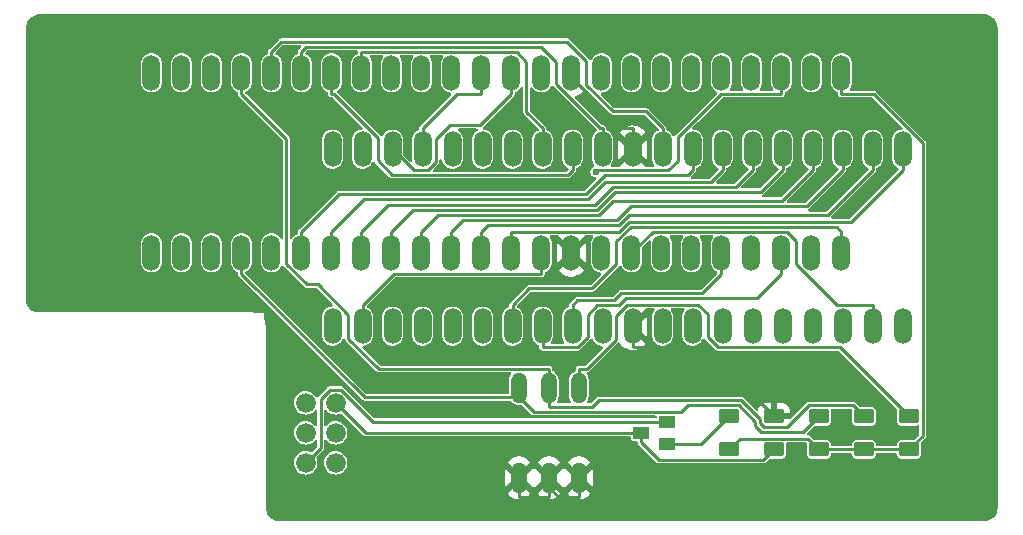
<source format=gtl>
%TF.GenerationSoftware,KiCad,Pcbnew,7.0.8*%
%TF.CreationDate,2023-11-23T12:29:14-06:00*%
%TF.ProjectId,27C160_Adapter,32374331-3630-45f4-9164-61707465722e,1.1*%
%TF.SameCoordinates,Original*%
%TF.FileFunction,Copper,L1,Top*%
%TF.FilePolarity,Positive*%
%FSLAX46Y46*%
G04 Gerber Fmt 4.6, Leading zero omitted, Abs format (unit mm)*
G04 Created by KiCad (PCBNEW 7.0.8) date 2023-11-23 12:29:14*
%MOMM*%
%LPD*%
G01*
G04 APERTURE LIST*
G04 Aperture macros list*
%AMRoundRect*
0 Rectangle with rounded corners*
0 $1 Rounding radius*
0 $2 $3 $4 $5 $6 $7 $8 $9 X,Y pos of 4 corners*
0 Add a 4 corners polygon primitive as box body*
4,1,4,$2,$3,$4,$5,$6,$7,$8,$9,$2,$3,0*
0 Add four circle primitives for the rounded corners*
1,1,$1+$1,$2,$3*
1,1,$1+$1,$4,$5*
1,1,$1+$1,$6,$7*
1,1,$1+$1,$8,$9*
0 Add four rect primitives between the rounded corners*
20,1,$1+$1,$2,$3,$4,$5,0*
20,1,$1+$1,$4,$5,$6,$7,0*
20,1,$1+$1,$6,$7,$8,$9,0*
20,1,$1+$1,$8,$9,$2,$3,0*%
G04 Aperture macros list end*
%TA.AperFunction,ComponentPad*%
%ADD10O,1.506220X3.014980*%
%TD*%
%TA.AperFunction,ComponentPad*%
%ADD11O,1.320800X2.641600*%
%TD*%
%TA.AperFunction,ComponentPad*%
%ADD12C,1.676400*%
%TD*%
%TA.AperFunction,SMDPad,CuDef*%
%ADD13RoundRect,0.250000X-0.625000X0.375000X-0.625000X-0.375000X0.625000X-0.375000X0.625000X0.375000X0*%
%TD*%
%TA.AperFunction,SMDPad,CuDef*%
%ADD14RoundRect,0.250000X0.625000X-0.375000X0.625000X0.375000X-0.625000X0.375000X-0.625000X-0.375000X0*%
%TD*%
%TA.AperFunction,SMDPad,CuDef*%
%ADD15R,1.399540X0.998220*%
%TD*%
%TA.AperFunction,ViaPad*%
%ADD16C,0.600000*%
%TD*%
%TA.AperFunction,Conductor*%
%ADD17C,0.250000*%
%TD*%
G04 APERTURE END LIST*
D10*
%TO.P,ZX1,1,1*%
%TO.N,unconnected-(ZX1-Pad1)*%
X118021000Y-103733600D03*
%TO.P,ZX1,2,2*%
%TO.N,unconnected-(ZX1-Pad2)*%
X120561000Y-103733600D03*
%TO.P,ZX1,3,3*%
%TO.N,unconnected-(ZX1-Pad3)*%
X123101000Y-103733600D03*
%TO.P,ZX1,4,4*%
%TO.N,/A18*%
X125641000Y-103733600D03*
%TO.P,ZX1,5,5*%
%TO.N,/A17*%
X128181000Y-103733600D03*
%TO.P,ZX1,6,6*%
%TO.N,/A7*%
X130721000Y-103733600D03*
%TO.P,ZX1,7,7*%
%TO.N,/A6*%
X133261000Y-103733600D03*
%TO.P,ZX1,8,8*%
%TO.N,/A5*%
X135801000Y-103733600D03*
%TO.P,ZX1,9,9*%
%TO.N,/A4*%
X138341000Y-103733600D03*
%TO.P,ZX1,10,10*%
%TO.N,/A3*%
X140881000Y-103733600D03*
%TO.P,ZX1,11,11*%
%TO.N,/A2*%
X143421000Y-103733600D03*
%TO.P,ZX1,12,12*%
%TO.N,/A1*%
X145961000Y-103733600D03*
%TO.P,ZX1,13,13*%
%TO.N,/A0*%
X148501000Y-103733600D03*
%TO.P,ZX1,14,14*%
%TO.N,/E*%
X151041000Y-103733600D03*
%TO.P,ZX1,15,15*%
%TO.N,GND*%
X153581000Y-103733600D03*
%TO.P,ZX1,16,16*%
%TO.N,/N$6*%
X156121000Y-103733600D03*
%TO.P,ZX1,17,17*%
%TO.N,/D0*%
X158661000Y-103733600D03*
%TO.P,ZX1,18,18*%
%TO.N,/D8*%
X161201000Y-103733600D03*
%TO.P,ZX1,19,19*%
%TO.N,/D1*%
X163741000Y-103733600D03*
%TO.P,ZX1,20,20*%
%TO.N,/D9*%
X166281000Y-103733600D03*
%TO.P,ZX1,21,21*%
%TO.N,/D2*%
X168821000Y-103733600D03*
%TO.P,ZX1,22,22*%
%TO.N,/D10*%
X171361000Y-103733600D03*
%TO.P,ZX1,23,23*%
%TO.N,/D3*%
X173901000Y-103733600D03*
%TO.P,ZX1,24,24*%
%TO.N,/D11*%
X176441000Y-103733600D03*
%TO.P,ZX1,25,25*%
%TO.N,VCC*%
X176441000Y-88493600D03*
%TO.P,ZX1,26,26*%
%TO.N,/D4*%
X173901000Y-88493600D03*
%TO.P,ZX1,27,27*%
%TO.N,/D12*%
X171361000Y-88493600D03*
%TO.P,ZX1,28,28*%
%TO.N,/D5*%
X168821000Y-88493600D03*
%TO.P,ZX1,29,29*%
%TO.N,/D13*%
X166281000Y-88493600D03*
%TO.P,ZX1,30,30*%
%TO.N,/D6*%
X163741000Y-88493600D03*
%TO.P,ZX1,31,31*%
%TO.N,/D14*%
X161201000Y-88493600D03*
%TO.P,ZX1,32,32*%
%TO.N,/D7*%
X158661000Y-88493600D03*
%TO.P,ZX1,33,33*%
%TO.N,/D15*%
X156121000Y-88493600D03*
%TO.P,ZX1,34,34*%
%TO.N,GND*%
X153581000Y-88493600D03*
%TO.P,ZX1,35,35*%
%TO.N,/N$2*%
X151041000Y-88493600D03*
%TO.P,ZX1,36,36*%
%TO.N,/A16*%
X148501000Y-88493600D03*
%TO.P,ZX1,37,37*%
%TO.N,/A15*%
X145961000Y-88493600D03*
%TO.P,ZX1,38,38*%
%TO.N,/A14*%
X143421000Y-88493600D03*
%TO.P,ZX1,39,39*%
%TO.N,/A13*%
X140881000Y-88493600D03*
%TO.P,ZX1,40,40*%
%TO.N,/A12*%
X138341000Y-88493600D03*
%TO.P,ZX1,41,41*%
%TO.N,/A11*%
X135801000Y-88493600D03*
%TO.P,ZX1,42,42*%
%TO.N,/A10*%
X133261000Y-88493600D03*
%TO.P,ZX1,43,43*%
%TO.N,/A9*%
X130721000Y-88493600D03*
%TO.P,ZX1,44,44*%
%TO.N,/A8*%
X128181000Y-88493600D03*
%TO.P,ZX1,45,45*%
%TO.N,/A19*%
X125641000Y-88493600D03*
%TO.P,ZX1,46,46*%
%TO.N,unconnected-(ZX1-Pad46)*%
X123101000Y-88493600D03*
%TO.P,ZX1,47,47*%
%TO.N,unconnected-(ZX1-Pad47)*%
X120561000Y-88493600D03*
%TO.P,ZX1,48,48*%
%TO.N,unconnected-(ZX1-Pad48)*%
X118021000Y-88493600D03*
%TD*%
%TO.P,U1,40,VCC*%
%TO.N,VCC*%
X133360000Y-94954000D03*
%TO.P,U1,39,A17*%
%TO.N,/A17*%
X135900000Y-94954000D03*
%TO.P,U1,38,A16*%
%TO.N,/A16*%
X138440000Y-94954000D03*
%TO.P,U1,37,A15*%
%TO.N,/A15*%
X140980000Y-94954000D03*
%TO.P,U1,36,A14*%
%TO.N,/A14*%
X143520000Y-94954000D03*
%TO.P,U1,35,A13*%
%TO.N,/A13*%
X146060000Y-94954000D03*
%TO.P,U1,34,A12*%
%TO.N,/A12*%
X148600000Y-94954000D03*
%TO.P,U1,33,A11*%
%TO.N,/A11*%
X151140000Y-94954000D03*
%TO.P,U1,32,A10*%
%TO.N,/A10*%
X153680000Y-94954000D03*
%TO.P,U1,31,A9*%
%TO.N,/A9*%
X156220000Y-94954000D03*
%TO.P,U1,30,GND*%
%TO.N,GND*%
X158760000Y-94954000D03*
%TO.P,U1,29,A8*%
%TO.N,/A8*%
X161300000Y-94954000D03*
%TO.P,U1,28,A7*%
%TO.N,/A7*%
X163840000Y-94954000D03*
%TO.P,U1,27,A6*%
%TO.N,/A6*%
X166380000Y-94954000D03*
%TO.P,U1,26,A5*%
%TO.N,/A5*%
X168920000Y-94954000D03*
%TO.P,U1,25,A4*%
%TO.N,/A4*%
X171460000Y-94954000D03*
%TO.P,U1,24,A3*%
%TO.N,/A3*%
X174000000Y-94954000D03*
%TO.P,U1,23,A2*%
%TO.N,/A2*%
X176540000Y-94954000D03*
%TO.P,U1,22,A1*%
%TO.N,/A1*%
X179080000Y-94954000D03*
%TO.P,U1,21,A0*%
%TO.N,/A0*%
X181620000Y-94954000D03*
%TO.P,U1,20,/G*%
%TO.N,/N$5*%
X181620000Y-109940000D03*
%TO.P,U1,19,D0*%
%TO.N,/D0*%
X179080000Y-109940000D03*
%TO.P,U1,18,D1*%
%TO.N,/D1*%
X176540000Y-109940000D03*
%TO.P,U1,17,D2*%
%TO.N,/D2*%
X174000000Y-109940000D03*
%TO.P,U1,16,D3*%
%TO.N,/D3*%
X171460000Y-109940000D03*
%TO.P,U1,15,D4*%
%TO.N,/D4*%
X168920000Y-109940000D03*
%TO.P,U1,14,D5*%
%TO.N,/D5*%
X166380000Y-109940000D03*
%TO.P,U1,13,D6*%
%TO.N,/D6*%
X163840000Y-109940000D03*
%TO.P,U1,12,D7*%
%TO.N,/D7*%
X161300000Y-109940000D03*
%TO.P,U1,11,GND*%
%TO.N,GND*%
X158760000Y-109940000D03*
%TO.P,U1,10,D8*%
%TO.N,/D8*%
X156220000Y-109940000D03*
%TO.P,U1,9,D9*%
%TO.N,/D9*%
X153680000Y-109940000D03*
%TO.P,U1,8,D10*%
%TO.N,/D10*%
X151140000Y-109940000D03*
%TO.P,U1,7,D11*%
%TO.N,/D11*%
X148600000Y-109940000D03*
%TO.P,U1,6,D12*%
%TO.N,/D12*%
X146060000Y-109940000D03*
%TO.P,U1,5,D13*%
%TO.N,/D13*%
X143520000Y-109940000D03*
%TO.P,U1,4,D14*%
%TO.N,/D14*%
X140980000Y-109940000D03*
%TO.P,U1,3,D15*%
%TO.N,/D15*%
X138440000Y-109940000D03*
%TO.P,U1,2,/CE*%
%TO.N,/E*%
X135900000Y-109940000D03*
%TO.P,U1,1,VPP*%
%TO.N,/VPP*%
X133360000Y-109940000D03*
%TD*%
D11*
%TO.P,SW2,6,6*%
%TO.N,/A18*%
X149136000Y-115164000D03*
%TO.P,SW2,5,5*%
%TO.N,/A19*%
X151676000Y-115164000D03*
%TO.P,SW2,4,4*%
%TO.N,/A20*%
X154216000Y-115164000D03*
%TO.P,SW2,3,3*%
%TO.N,GND*%
X154216000Y-122784000D03*
%TO.P,SW2,2,2*%
X151676000Y-122784000D03*
%TO.P,SW2,1,1*%
X149136000Y-122784000D03*
%TD*%
D12*
%TO.P,SW1,1,O*%
%TO.N,/VPP*%
X131086000Y-121514000D03*
%TO.P,SW1,2,P*%
%TO.N,/N$2*%
X131086000Y-118974000D03*
%TO.P,SW1,3,S*%
%TO.N,/A20*%
X131086000Y-116434000D03*
%TO.P,SW1,4,O1*%
%TO.N,/N$5*%
X133626000Y-121514000D03*
%TO.P,SW1,5,P1*%
%TO.N,/N$6*%
X133626000Y-118974000D03*
%TO.P,SW1,6,S1*%
%TO.N,/N$4*%
X133626000Y-116434000D03*
%TD*%
D13*
%TO.P,R1,2,2*%
%TO.N,VCC*%
X182156000Y-120374000D03*
%TO.P,R1,1,1*%
%TO.N,/A20*%
X182156000Y-117574000D03*
%TD*%
%TO.P,R2,2,2*%
%TO.N,VCC*%
X178346000Y-120374000D03*
%TO.P,R2,1,1*%
%TO.N,/A19*%
X178346000Y-117574000D03*
%TD*%
%TO.P,R3,2,2*%
%TO.N,VCC*%
X174536000Y-120374000D03*
%TO.P,R3,1,1*%
%TO.N,/A18*%
X174536000Y-117574000D03*
%TD*%
%TO.P,R4,2,2*%
%TO.N,/N$4*%
X170726000Y-120374000D03*
%TO.P,R4,1,1*%
%TO.N,GND*%
X170726000Y-117574000D03*
%TD*%
D14*
%TO.P,R5,2,2*%
%TO.N,/N$1*%
X166916000Y-117574000D03*
%TO.P,R5,1,1*%
%TO.N,VCC*%
X166916000Y-120374000D03*
%TD*%
D15*
%TO.P,Q1,E,E*%
%TO.N,/VPP*%
X161665820Y-118026580D03*
%TO.P,Q1,C,C*%
%TO.N,/N$4*%
X159466180Y-118974000D03*
%TO.P,Q1,B,B*%
%TO.N,/N$1*%
X161665820Y-119923960D03*
%TD*%
D16*
%TO.N,/D12*%
X155639000Y-96859000D03*
%TD*%
D17*
%TO.N,/A16*%
X148501000Y-88493600D02*
X148501000Y-90280400D01*
X140226800Y-96740800D02*
X138440000Y-94954000D01*
X141435400Y-96740800D02*
X140226800Y-96740800D01*
X142107500Y-96068700D02*
X141435400Y-96740800D01*
X142107500Y-94133900D02*
X142107500Y-96068700D01*
X143326200Y-92915200D02*
X142107500Y-94133900D01*
X145866200Y-92915200D02*
X143326200Y-92915200D01*
X148501000Y-90280400D02*
X145866200Y-92915200D01*
%TO.N,/A15*%
X140980000Y-94954000D02*
X140980000Y-93167200D01*
X145961000Y-88493600D02*
X145961000Y-90280400D01*
X143866800Y-90280400D02*
X140980000Y-93167200D01*
X145961000Y-90280400D02*
X143866800Y-90280400D01*
%TO.N,/A11*%
X148945200Y-86706800D02*
X135801000Y-86706800D01*
X149771000Y-87532600D02*
X148945200Y-86706800D01*
X149771000Y-91798200D02*
X149771000Y-87532600D01*
X151140000Y-93167200D02*
X149771000Y-91798200D01*
X151140000Y-94954000D02*
X151140000Y-93167200D01*
X135801000Y-88493600D02*
X135801000Y-86706800D01*
%TO.N,/A10*%
X153275000Y-97145800D02*
X153680000Y-96740800D01*
X138416400Y-97145800D02*
X153275000Y-97145800D01*
X137170000Y-95899400D02*
X138416400Y-97145800D01*
X137170000Y-93984800D02*
X137170000Y-95899400D01*
X133465600Y-90280400D02*
X137170000Y-93984800D01*
X133261000Y-90280400D02*
X133465600Y-90280400D01*
X133261000Y-88493600D02*
X133261000Y-90280400D01*
X153680000Y-94954000D02*
X153680000Y-96740800D01*
%TO.N,/A9*%
X130721000Y-88493600D02*
X130721000Y-86706800D01*
X156220000Y-94954000D02*
X156220000Y-93167200D01*
X131150200Y-86277600D02*
X130721000Y-86706800D01*
X151040700Y-86277600D02*
X131150200Y-86277600D01*
X152311000Y-87547900D02*
X151040700Y-86277600D01*
X152311000Y-89472200D02*
X152311000Y-87547900D01*
X156006000Y-93167200D02*
X152311000Y-89472200D01*
X156220000Y-93167200D02*
X156006000Y-93167200D01*
%TO.N,/A8*%
X161300000Y-94954000D02*
X161300000Y-93167200D01*
X128181000Y-88493600D02*
X128181000Y-86706800D01*
X129032000Y-85855800D02*
X128181000Y-86706800D01*
X153212300Y-85855800D02*
X129032000Y-85855800D01*
X154851000Y-87494500D02*
X153212300Y-85855800D01*
X154851000Y-89487700D02*
X154851000Y-87494500D01*
X157122500Y-91759200D02*
X154851000Y-89487700D01*
X159892000Y-91759200D02*
X157122500Y-91759200D01*
X161300000Y-93167200D02*
X159892000Y-91759200D01*
%TO.N,/A7*%
X130721000Y-103733600D02*
X130721000Y-101946800D01*
X163840000Y-94954000D02*
X163840000Y-96740800D01*
X133906200Y-98761600D02*
X130721000Y-101946800D01*
X154819300Y-98761600D02*
X133906200Y-98761600D01*
X156435800Y-97145100D02*
X154819300Y-98761600D01*
X163435700Y-97145100D02*
X156435800Y-97145100D01*
X163840000Y-96740800D02*
X163435700Y-97145100D01*
%TO.N,/A6*%
X166380000Y-94954000D02*
X166380000Y-96740800D01*
X133261000Y-103733600D02*
X133261000Y-101946800D01*
X136041900Y-99165900D02*
X133261000Y-101946800D01*
X154986800Y-99165900D02*
X136041900Y-99165900D01*
X156402600Y-97750100D02*
X154986800Y-99165900D01*
X165370700Y-97750100D02*
X156402600Y-97750100D01*
X166380000Y-96740800D02*
X165370700Y-97750100D01*
%TO.N,/A5*%
X168920000Y-94954000D02*
X168920000Y-96740800D01*
X135801000Y-103733600D02*
X135801000Y-101946800D01*
X138039100Y-99708700D02*
X135801000Y-101946800D01*
X155539500Y-99708700D02*
X138039100Y-99708700D01*
X157093800Y-98154400D02*
X155539500Y-99708700D01*
X167506400Y-98154400D02*
X157093800Y-98154400D01*
X168920000Y-96740800D02*
X167506400Y-98154400D01*
%TO.N,/A4*%
X171460000Y-94954000D02*
X171460000Y-96740800D01*
X138341000Y-103733600D02*
X138341000Y-101946800D01*
X140173300Y-100114500D02*
X138341000Y-101946800D01*
X155705500Y-100114500D02*
X140173300Y-100114500D01*
X157259800Y-98560200D02*
X155705500Y-100114500D01*
X169640600Y-98560200D02*
X157259800Y-98560200D01*
X171460000Y-96740800D02*
X169640600Y-98560200D01*
%TO.N,/A3*%
X174000000Y-94954000D02*
X174000000Y-96740800D01*
X140881000Y-103733600D02*
X140881000Y-101946800D01*
X142295000Y-100532800D02*
X140881000Y-101946800D01*
X155906900Y-100532800D02*
X142295000Y-100532800D01*
X157119100Y-99320600D02*
X155906900Y-100532800D01*
X171420200Y-99320600D02*
X157119100Y-99320600D01*
X174000000Y-96740800D02*
X171420200Y-99320600D01*
%TO.N,/A2*%
X144410300Y-100957500D02*
X143421000Y-101946800D01*
X157466200Y-100957500D02*
X144410300Y-100957500D01*
X158650900Y-99772800D02*
X157466200Y-100957500D01*
X173508000Y-99772800D02*
X158650900Y-99772800D01*
X176540000Y-96740800D02*
X173508000Y-99772800D01*
X176540000Y-94954000D02*
X176540000Y-96740800D01*
X143421000Y-103733600D02*
X143421000Y-101946800D01*
%TO.N,/A1*%
X179080000Y-94954000D02*
X179080000Y-96740800D01*
X145961000Y-103733600D02*
X145961000Y-101946800D01*
X175310400Y-100510400D02*
X179080000Y-96740800D01*
X158485100Y-100510400D02*
X175310400Y-100510400D01*
X157613000Y-101382500D02*
X158485100Y-100510400D01*
X146525300Y-101382500D02*
X157613000Y-101382500D01*
X145961000Y-101946800D02*
X146525300Y-101382500D01*
%TO.N,/A0*%
X181620000Y-94954000D02*
X181620000Y-96740800D01*
X148501000Y-103733600D02*
X148501000Y-101946800D01*
X177244800Y-101116000D02*
X181620000Y-96740800D01*
X158451300Y-101116000D02*
X177244800Y-101116000D01*
X157620500Y-101946800D02*
X158451300Y-101116000D01*
X148501000Y-101946800D02*
X157620500Y-101946800D01*
%TO.N,/D0*%
X160447800Y-101946800D02*
X158661000Y-103733600D01*
X171857500Y-101946800D02*
X160447800Y-101946800D01*
X172631000Y-102720300D02*
X171857500Y-101946800D01*
X172631000Y-104693200D02*
X172631000Y-102720300D01*
X176091000Y-108153200D02*
X172631000Y-104693200D01*
X179080000Y-108153200D02*
X176091000Y-108153200D01*
X179080000Y-109940000D02*
X179080000Y-108153200D01*
%TO.N,/D9*%
X153680000Y-109940000D02*
X153680000Y-108153200D01*
X166281000Y-103733600D02*
X166281000Y-105520400D01*
X154084300Y-107748900D02*
X153680000Y-108153200D01*
X157188900Y-107748900D02*
X154084300Y-107748900D01*
X157814200Y-107123600D02*
X157188900Y-107748900D01*
X164677800Y-107123600D02*
X157814200Y-107123600D01*
X166281000Y-105520400D02*
X164677800Y-107123600D01*
%TO.N,/D10*%
X171361000Y-103733600D02*
X171361000Y-105520400D01*
X151140000Y-109940000D02*
X151140000Y-111726800D01*
X154118900Y-111726800D02*
X151140000Y-111726800D01*
X154950000Y-110895700D02*
X154118900Y-111726800D01*
X154950000Y-108990900D02*
X154950000Y-110895700D01*
X155787700Y-108153200D02*
X154950000Y-108990900D01*
X157602400Y-108153200D02*
X155787700Y-108153200D01*
X158174800Y-107580800D02*
X157602400Y-108153200D01*
X169300600Y-107580800D02*
X158174800Y-107580800D01*
X171361000Y-105520400D02*
X169300600Y-107580800D01*
%TO.N,/D11*%
X176441000Y-103733600D02*
X176441000Y-101946800D01*
X148600000Y-109940000D02*
X148600000Y-108153200D01*
X176032500Y-101538300D02*
X176441000Y-101946800D01*
X158600800Y-101538300D02*
X176032500Y-101538300D01*
X157391000Y-102748100D02*
X158600800Y-101538300D01*
X157391000Y-104692700D02*
X157391000Y-102748100D01*
X155343700Y-106740000D02*
X157391000Y-104692700D01*
X150013200Y-106740000D02*
X155343700Y-106740000D01*
X148600000Y-108153200D02*
X150013200Y-106740000D01*
%TO.N,/D12*%
X171361000Y-88493600D02*
X171361000Y-90280400D01*
X155757200Y-96740800D02*
X155639000Y-96859000D01*
X161777400Y-96740800D02*
X155757200Y-96740800D01*
X162570000Y-95948200D02*
X161777400Y-96740800D01*
X162570000Y-93950400D02*
X162570000Y-95948200D01*
X166240000Y-90280400D02*
X162570000Y-93950400D01*
X171361000Y-90280400D02*
X166240000Y-90280400D01*
%TO.N,/E*%
X138532800Y-105520400D02*
X151041000Y-105520400D01*
X135900000Y-108153200D02*
X138532800Y-105520400D01*
X135900000Y-109940000D02*
X135900000Y-108153200D01*
X151041000Y-103733600D02*
X151041000Y-105520400D01*
%TO.N,/A18*%
X149136000Y-115164000D02*
X149136000Y-115964000D01*
X125641000Y-103733600D02*
X125641000Y-105520400D01*
X136084600Y-115964000D02*
X125641000Y-105520400D01*
X149136000Y-115964000D02*
X136084600Y-115964000D01*
X173216000Y-118894000D02*
X174536000Y-117574000D01*
X169628400Y-118894000D02*
X173216000Y-118894000D01*
X169118100Y-118383700D02*
X169628400Y-118894000D01*
X169118100Y-118026300D02*
X169118100Y-118383700D01*
X167733900Y-116642100D02*
X169118100Y-118026300D01*
X163433100Y-116642100D02*
X167733900Y-116642100D01*
X162860900Y-117214300D02*
X163433100Y-116642100D01*
X150386300Y-117214300D02*
X162860900Y-117214300D01*
X149136000Y-115964000D02*
X150386300Y-117214300D01*
%TO.N,/A19*%
X151676000Y-115164000D02*
X151676000Y-113563900D01*
X129451000Y-94090400D02*
X125641000Y-90280400D01*
X129451000Y-104678200D02*
X129451000Y-94090400D01*
X131179400Y-106406600D02*
X129451000Y-104678200D01*
X132084900Y-106406600D02*
X131179400Y-106406600D01*
X134701100Y-109022800D02*
X132084900Y-106406600D01*
X134701100Y-110994000D02*
X134701100Y-109022800D01*
X137271000Y-113563900D02*
X134701100Y-110994000D01*
X151676000Y-113563900D02*
X137271000Y-113563900D01*
X125641000Y-88493600D02*
X125641000Y-90280400D01*
X155328000Y-116764100D02*
X151676000Y-116764100D01*
X155875100Y-116217000D02*
X155328000Y-116764100D01*
X167948600Y-116217000D02*
X155875100Y-116217000D01*
X169522400Y-117790800D02*
X167948600Y-116217000D01*
X169522400Y-118145900D02*
X169522400Y-117790800D01*
X169866200Y-118489700D02*
X169522400Y-118145900D01*
X171837500Y-118489700D02*
X169866200Y-118489700D01*
X173685500Y-116641700D02*
X171837500Y-118489700D01*
X177413700Y-116641700D02*
X173685500Y-116641700D01*
X178346000Y-117574000D02*
X177413700Y-116641700D01*
X151676000Y-115164000D02*
X151676000Y-116764100D01*
%TO.N,/A20*%
X176308800Y-111726800D02*
X182156000Y-117574000D01*
X165952300Y-111726800D02*
X176308800Y-111726800D01*
X165110000Y-110884500D02*
X165952300Y-111726800D01*
X165110000Y-108922500D02*
X165110000Y-110884500D01*
X164310600Y-108123100D02*
X165110000Y-108922500D01*
X158283900Y-108123100D02*
X164310600Y-108123100D01*
X157347500Y-109059500D02*
X158283900Y-108123100D01*
X157347500Y-111084400D02*
X157347500Y-109059500D01*
X154868000Y-113563900D02*
X157347500Y-111084400D01*
X154216000Y-113563900D02*
X154868000Y-113563900D01*
X154216000Y-115164000D02*
X154216000Y-113563900D01*
%TO.N,/N$1*%
X164566000Y-119924000D02*
X166916000Y-117574000D01*
X161665800Y-119924000D02*
X164566000Y-119924000D01*
%TO.N,/VPP*%
X132356000Y-120244000D02*
X131086000Y-121514000D01*
X132356000Y-116095200D02*
X132356000Y-120244000D01*
X133134700Y-115316500D02*
X132356000Y-116095200D01*
X134088900Y-115316500D02*
X133134700Y-115316500D01*
X136799000Y-118026600D02*
X134088900Y-115316500D01*
X161665800Y-118026600D02*
X136799000Y-118026600D01*
%TO.N,/N$4*%
X136166000Y-118974000D02*
X159466200Y-118974000D01*
X133626000Y-116434000D02*
X136166000Y-118974000D01*
X169812600Y-121287400D02*
X170726000Y-120374000D01*
X161001200Y-121287400D02*
X169812600Y-121287400D01*
X159466200Y-119752400D02*
X161001200Y-121287400D01*
X159466200Y-118974000D02*
X159466200Y-119752400D01*
%TO.N,VCC*%
X176441000Y-88493600D02*
X176441000Y-90280400D01*
X179168500Y-90280400D02*
X176441000Y-90280400D01*
X183325000Y-94436900D02*
X179168500Y-90280400D01*
X183325000Y-119205000D02*
X183325000Y-94436900D01*
X182156000Y-120374000D02*
X183325000Y-119205000D01*
X173621700Y-119459700D02*
X174536000Y-120374000D01*
X167830300Y-119459700D02*
X173621700Y-119459700D01*
X166916000Y-120374000D02*
X167830300Y-119459700D01*
X182156000Y-120374000D02*
X178346000Y-120374000D01*
X178346000Y-120374000D02*
X174536000Y-120374000D01*
%TO.N,GND*%
X149136000Y-124384100D02*
X151676000Y-124384100D01*
X149136000Y-122784000D02*
X149136000Y-124384100D01*
X151676000Y-122784000D02*
X151676000Y-123584000D01*
X151676000Y-123584000D02*
X151676000Y-124384100D01*
X152476100Y-124384100D02*
X154216000Y-124384100D01*
X151676000Y-123584000D02*
X152476100Y-124384100D01*
X154216000Y-122784000D02*
X154216000Y-124384100D01*
X164878800Y-111726800D02*
X158760000Y-111726800D01*
X170726000Y-117574000D02*
X164878800Y-111726800D01*
X158760000Y-109940000D02*
X158760000Y-111726800D01*
X158760000Y-94954000D02*
X158760000Y-93167200D01*
X153581000Y-88847300D02*
X153581000Y-88493600D01*
X157900900Y-93167200D02*
X153581000Y-88847300D01*
X158760000Y-93167200D02*
X157900900Y-93167200D01*
%TD*%
%TA.AperFunction,Conductor*%
%TO.N,GND*%
G36*
X160575848Y-108420685D02*
G01*
X160621603Y-108473489D01*
X160631547Y-108542647D01*
X160602522Y-108606203D01*
X160600990Y-108607937D01*
X160595298Y-108614260D01*
X160562984Y-108650147D01*
X160562983Y-108650148D01*
X160467758Y-108815084D01*
X160408907Y-108996210D01*
X160406788Y-109016369D01*
X160393990Y-109138135D01*
X160393990Y-110741865D01*
X160406420Y-110860134D01*
X160408907Y-110883789D01*
X160467757Y-111064913D01*
X160467759Y-111064917D01*
X160473559Y-111074963D01*
X160562983Y-111229851D01*
X160562988Y-111229858D01*
X160690420Y-111371385D01*
X160690422Y-111371387D01*
X160844497Y-111483329D01*
X160844498Y-111483330D01*
X160902494Y-111509151D01*
X161018485Y-111560793D01*
X161204774Y-111600390D01*
X161395226Y-111600390D01*
X161581515Y-111560793D01*
X161755500Y-111483330D01*
X161909579Y-111371386D01*
X162026142Y-111241929D01*
X162037011Y-111229858D01*
X162037016Y-111229851D01*
X162065835Y-111179935D01*
X162132241Y-111064917D01*
X162191093Y-110883788D01*
X162206010Y-110741865D01*
X162206010Y-109138135D01*
X162191093Y-108996212D01*
X162132241Y-108815083D01*
X162071171Y-108709306D01*
X162037016Y-108650148D01*
X162037015Y-108650147D01*
X162037010Y-108650141D01*
X161999040Y-108607971D01*
X161968811Y-108544981D01*
X161977436Y-108475646D01*
X162022177Y-108421980D01*
X162088830Y-108401022D01*
X162091191Y-108401000D01*
X163048809Y-108401000D01*
X163115848Y-108420685D01*
X163161603Y-108473489D01*
X163171547Y-108542647D01*
X163142522Y-108606203D01*
X163140990Y-108607937D01*
X163135298Y-108614260D01*
X163102984Y-108650147D01*
X163102983Y-108650148D01*
X163007758Y-108815084D01*
X162948907Y-108996210D01*
X162946788Y-109016369D01*
X162933990Y-109138135D01*
X162933990Y-110741865D01*
X162946420Y-110860134D01*
X162948907Y-110883789D01*
X163007757Y-111064913D01*
X163007759Y-111064917D01*
X163013559Y-111074963D01*
X163102983Y-111229851D01*
X163102988Y-111229858D01*
X163230420Y-111371385D01*
X163230422Y-111371387D01*
X163384497Y-111483329D01*
X163384498Y-111483330D01*
X163442494Y-111509151D01*
X163558485Y-111560793D01*
X163744774Y-111600390D01*
X163935226Y-111600390D01*
X164121515Y-111560793D01*
X164295500Y-111483330D01*
X164449579Y-111371386D01*
X164566142Y-111241929D01*
X164577011Y-111229858D01*
X164577014Y-111229854D01*
X164591856Y-111204147D01*
X164672241Y-111064917D01*
X164672243Y-111064910D01*
X164673856Y-111062117D01*
X164724423Y-111013901D01*
X164793030Y-111000677D01*
X164857895Y-111026645D01*
X164868925Y-111036435D01*
X164880522Y-111048032D01*
X164898266Y-111070432D01*
X164901071Y-111074962D01*
X164901072Y-111074963D01*
X164923704Y-111092054D01*
X164930184Y-111097694D01*
X165714475Y-111881985D01*
X165720112Y-111888464D01*
X165726689Y-111897173D01*
X165759291Y-111926894D01*
X165761352Y-111928862D01*
X165774005Y-111941515D01*
X165774008Y-111941517D01*
X165775783Y-111942733D01*
X165782521Y-111948071D01*
X165786049Y-111951287D01*
X165803470Y-111967168D01*
X165803473Y-111967169D01*
X165808430Y-111969090D01*
X165833711Y-111982414D01*
X165838106Y-111985425D01*
X165865716Y-111991918D01*
X165873903Y-111994454D01*
X165900351Y-112004700D01*
X165905674Y-112004700D01*
X165934063Y-112007993D01*
X165939243Y-112009212D01*
X165967324Y-112005294D01*
X165975898Y-112004700D01*
X176142329Y-112004700D01*
X176209368Y-112024385D01*
X176230010Y-112041019D01*
X181119469Y-116930479D01*
X181152954Y-116991802D01*
X181147970Y-117061494D01*
X181143340Y-117072027D01*
X181143042Y-117072945D01*
X181128100Y-117167286D01*
X181128100Y-117980713D01*
X181143041Y-118075050D01*
X181143042Y-118075053D01*
X181143043Y-118075055D01*
X181197421Y-118181778D01*
X181200985Y-118188772D01*
X181200988Y-118188776D01*
X181291223Y-118279011D01*
X181291227Y-118279014D01*
X181291229Y-118279016D01*
X181404945Y-118336957D01*
X181404947Y-118336957D01*
X181404949Y-118336958D01*
X181499287Y-118351900D01*
X181499292Y-118351900D01*
X182812712Y-118351900D01*
X182881036Y-118341078D01*
X182903701Y-118337488D01*
X182972995Y-118346442D01*
X183026447Y-118391438D01*
X183047087Y-118458189D01*
X183047100Y-118459961D01*
X183047100Y-119038528D01*
X183027415Y-119105567D01*
X183010781Y-119126209D01*
X182577209Y-119559781D01*
X182515886Y-119593266D01*
X182489528Y-119596100D01*
X181499287Y-119596100D01*
X181404949Y-119611041D01*
X181404945Y-119611042D01*
X181404945Y-119611043D01*
X181375571Y-119626010D01*
X181291227Y-119668985D01*
X181291223Y-119668988D01*
X181200988Y-119759223D01*
X181200985Y-119759227D01*
X181143041Y-119872949D01*
X181128100Y-119967286D01*
X181128100Y-119972100D01*
X181108415Y-120039139D01*
X181055611Y-120084894D01*
X181004100Y-120096100D01*
X179497900Y-120096100D01*
X179430861Y-120076415D01*
X179385106Y-120023611D01*
X179373900Y-119972100D01*
X179373900Y-119967286D01*
X179358958Y-119872949D01*
X179358957Y-119872947D01*
X179358957Y-119872945D01*
X179301016Y-119759229D01*
X179301014Y-119759227D01*
X179301011Y-119759223D01*
X179210776Y-119668988D01*
X179210772Y-119668985D01*
X179210771Y-119668984D01*
X179097055Y-119611043D01*
X179097053Y-119611042D01*
X179097050Y-119611041D01*
X179002713Y-119596100D01*
X179002708Y-119596100D01*
X177689292Y-119596100D01*
X177689287Y-119596100D01*
X177594949Y-119611041D01*
X177594945Y-119611042D01*
X177594945Y-119611043D01*
X177565571Y-119626010D01*
X177481227Y-119668985D01*
X177481223Y-119668988D01*
X177390988Y-119759223D01*
X177390985Y-119759227D01*
X177333041Y-119872949D01*
X177318100Y-119967286D01*
X177318100Y-119972100D01*
X177298415Y-120039139D01*
X177245611Y-120084894D01*
X177194100Y-120096100D01*
X175687900Y-120096100D01*
X175620861Y-120076415D01*
X175575106Y-120023611D01*
X175563900Y-119972100D01*
X175563900Y-119967286D01*
X175548958Y-119872949D01*
X175548957Y-119872947D01*
X175548957Y-119872945D01*
X175491016Y-119759229D01*
X175491014Y-119759227D01*
X175491011Y-119759223D01*
X175400776Y-119668988D01*
X175400772Y-119668985D01*
X175400771Y-119668984D01*
X175287055Y-119611043D01*
X175287053Y-119611042D01*
X175287050Y-119611041D01*
X175192713Y-119596100D01*
X175192708Y-119596100D01*
X174202472Y-119596100D01*
X174135433Y-119576415D01*
X174114791Y-119559781D01*
X173859531Y-119304521D01*
X173853887Y-119298035D01*
X173847310Y-119289326D01*
X173814718Y-119259614D01*
X173812646Y-119257636D01*
X173799993Y-119244983D01*
X173798212Y-119243763D01*
X173791477Y-119238427D01*
X173770530Y-119219332D01*
X173765562Y-119217407D01*
X173740288Y-119204085D01*
X173735894Y-119201075D01*
X173735893Y-119201074D01*
X173735892Y-119201074D01*
X173708291Y-119194581D01*
X173700083Y-119192039D01*
X173673650Y-119181800D01*
X173673649Y-119181800D01*
X173668326Y-119181800D01*
X173639936Y-119178506D01*
X173637877Y-119178021D01*
X173634758Y-119177288D01*
X173623281Y-119176758D01*
X173623430Y-119173519D01*
X173572906Y-119166030D01*
X173520302Y-119120046D01*
X173500909Y-119052921D01*
X173520885Y-118985968D01*
X173537221Y-118965786D01*
X174114791Y-118388219D01*
X174176114Y-118354734D01*
X174202472Y-118351900D01*
X175192713Y-118351900D01*
X175287050Y-118336958D01*
X175287050Y-118336957D01*
X175287055Y-118336957D01*
X175400771Y-118279016D01*
X175491016Y-118188771D01*
X175548957Y-118075055D01*
X175561282Y-117997239D01*
X175563900Y-117980713D01*
X175563900Y-117167286D01*
X175547431Y-117063306D01*
X175551320Y-117062689D01*
X175549885Y-117012050D01*
X175585979Y-116952226D01*
X175648686Y-116921411D01*
X175669804Y-116919600D01*
X177212196Y-116919600D01*
X177279235Y-116939285D01*
X177324990Y-116992089D01*
X177334934Y-117061247D01*
X177334459Y-117063288D01*
X177334569Y-117063306D01*
X177318100Y-117167286D01*
X177318100Y-117980713D01*
X177333041Y-118075050D01*
X177333042Y-118075053D01*
X177333043Y-118075055D01*
X177387421Y-118181778D01*
X177390985Y-118188772D01*
X177390988Y-118188776D01*
X177481223Y-118279011D01*
X177481227Y-118279014D01*
X177481229Y-118279016D01*
X177594945Y-118336957D01*
X177594947Y-118336957D01*
X177594949Y-118336958D01*
X177689287Y-118351900D01*
X177689292Y-118351900D01*
X179002713Y-118351900D01*
X179097050Y-118336958D01*
X179097050Y-118336957D01*
X179097055Y-118336957D01*
X179210771Y-118279016D01*
X179301016Y-118188771D01*
X179358957Y-118075055D01*
X179371282Y-117997239D01*
X179373900Y-117980713D01*
X179373900Y-117167286D01*
X179358958Y-117072949D01*
X179358957Y-117072947D01*
X179358957Y-117072945D01*
X179301016Y-116959229D01*
X179301014Y-116959227D01*
X179301011Y-116959223D01*
X179210776Y-116868988D01*
X179210772Y-116868985D01*
X179210771Y-116868984D01*
X179097055Y-116811043D01*
X179097053Y-116811042D01*
X179097050Y-116811041D01*
X179002713Y-116796100D01*
X179002708Y-116796100D01*
X178012472Y-116796100D01*
X177945433Y-116776415D01*
X177924791Y-116759781D01*
X177651531Y-116486521D01*
X177645887Y-116480035D01*
X177639310Y-116471326D01*
X177606718Y-116441614D01*
X177604646Y-116439636D01*
X177591993Y-116426983D01*
X177590212Y-116425763D01*
X177583477Y-116420427D01*
X177562530Y-116401332D01*
X177557562Y-116399407D01*
X177532288Y-116386085D01*
X177527894Y-116383075D01*
X177527893Y-116383074D01*
X177527892Y-116383074D01*
X177500291Y-116376581D01*
X177492083Y-116374039D01*
X177465650Y-116363800D01*
X177465649Y-116363800D01*
X177460326Y-116363800D01*
X177431936Y-116360506D01*
X177426757Y-116359288D01*
X177398675Y-116363205D01*
X177390102Y-116363800D01*
X173743946Y-116363800D01*
X173735371Y-116363205D01*
X173724561Y-116361697D01*
X173724559Y-116361697D01*
X173705592Y-116362573D01*
X173680494Y-116363734D01*
X173677631Y-116363800D01*
X173659737Y-116363800D01*
X173657618Y-116364196D01*
X173649095Y-116365184D01*
X173620777Y-116366494D01*
X173620772Y-116366495D01*
X173615896Y-116368648D01*
X173588612Y-116377097D01*
X173583372Y-116378076D01*
X173583371Y-116378077D01*
X173559262Y-116393003D01*
X173551664Y-116397008D01*
X173525729Y-116408460D01*
X173521963Y-116412227D01*
X173499566Y-116429967D01*
X173495036Y-116432771D01*
X173477946Y-116455401D01*
X173472305Y-116461884D01*
X172146507Y-117787681D01*
X172085184Y-117821166D01*
X172058826Y-117824000D01*
X170600000Y-117824000D01*
X170532961Y-117804315D01*
X170487206Y-117751511D01*
X170476000Y-117700000D01*
X170476000Y-116449000D01*
X170976000Y-116449000D01*
X170976000Y-117324000D01*
X172100999Y-117324000D01*
X172100999Y-117149028D01*
X172100998Y-117149013D01*
X172090505Y-117046302D01*
X172035358Y-116879880D01*
X172035356Y-116879875D01*
X171943315Y-116730654D01*
X171819345Y-116606684D01*
X171670124Y-116514643D01*
X171670119Y-116514641D01*
X171503697Y-116459494D01*
X171503690Y-116459493D01*
X171400986Y-116449000D01*
X170976000Y-116449000D01*
X170476000Y-116449000D01*
X170051028Y-116449000D01*
X170051012Y-116449001D01*
X169948302Y-116459494D01*
X169781880Y-116514641D01*
X169781875Y-116514643D01*
X169632654Y-116606684D01*
X169508684Y-116730654D01*
X169416643Y-116879875D01*
X169416642Y-116879878D01*
X169377294Y-116998621D01*
X169337521Y-117056066D01*
X169273005Y-117082888D01*
X169204229Y-117070573D01*
X169171907Y-117047297D01*
X168186431Y-116061821D01*
X168180787Y-116055335D01*
X168174211Y-116046627D01*
X168141615Y-116016912D01*
X168139544Y-116014934D01*
X168126893Y-116002283D01*
X168125112Y-116001063D01*
X168118377Y-115995727D01*
X168097430Y-115976632D01*
X168092462Y-115974707D01*
X168067188Y-115961385D01*
X168062794Y-115958375D01*
X168062793Y-115958374D01*
X168062792Y-115958374D01*
X168035191Y-115951881D01*
X168026983Y-115949339D01*
X168000550Y-115939100D01*
X168000549Y-115939100D01*
X167995226Y-115939100D01*
X167966836Y-115935806D01*
X167961657Y-115934588D01*
X167933575Y-115938505D01*
X167925002Y-115939100D01*
X155933543Y-115939100D01*
X155924968Y-115938505D01*
X155914160Y-115936997D01*
X155914159Y-115936997D01*
X155905945Y-115937376D01*
X155870101Y-115939034D01*
X155867238Y-115939100D01*
X155849347Y-115939100D01*
X155847220Y-115939497D01*
X155838697Y-115940485D01*
X155810377Y-115941794D01*
X155810370Y-115941796D01*
X155805500Y-115943947D01*
X155778206Y-115952398D01*
X155772973Y-115953376D01*
X155772971Y-115953376D01*
X155748861Y-115968304D01*
X155741261Y-115972310D01*
X155715329Y-115983761D01*
X155715327Y-115983762D01*
X155711563Y-115987527D01*
X155689166Y-116005267D01*
X155684636Y-116008071D01*
X155667545Y-116030702D01*
X155661903Y-116037185D01*
X155440436Y-116258654D01*
X155249209Y-116449881D01*
X155187886Y-116483366D01*
X155161528Y-116486200D01*
X154985050Y-116486200D01*
X154918011Y-116466515D01*
X154872256Y-116413711D01*
X154862312Y-116344553D01*
X154880056Y-116296229D01*
X154953392Y-116179513D01*
X154953391Y-116179513D01*
X154953394Y-116179510D01*
X155013926Y-116006521D01*
X155014068Y-116005267D01*
X155024023Y-115916905D01*
X155029300Y-115870072D01*
X155029300Y-114457928D01*
X155013926Y-114321479D01*
X154953394Y-114148490D01*
X154873046Y-114020616D01*
X154854047Y-113953381D01*
X154874415Y-113886546D01*
X154927683Y-113841332D01*
X154927950Y-113841214D01*
X154932725Y-113839105D01*
X154932727Y-113839105D01*
X154937594Y-113836955D01*
X154964903Y-113828499D01*
X154970128Y-113827523D01*
X154994236Y-113812594D01*
X155001828Y-113808592D01*
X155027771Y-113797138D01*
X155031531Y-113793377D01*
X155053939Y-113775628D01*
X155058463Y-113772828D01*
X155075560Y-113750186D01*
X155081182Y-113743725D01*
X157495326Y-111329582D01*
X157556647Y-111296099D01*
X157626339Y-111301083D01*
X157682272Y-111342955D01*
X157683323Y-111344380D01*
X157812499Y-111522176D01*
X157812500Y-111522178D01*
X157975542Y-111678062D01*
X158163791Y-111802324D01*
X158371195Y-111890972D01*
X158371212Y-111890978D01*
X158591110Y-111941167D01*
X158816443Y-111951287D01*
X159039973Y-111921008D01*
X159254495Y-111851306D01*
X159453122Y-111744420D01*
X159453125Y-111744418D01*
X159629475Y-111603784D01*
X159777885Y-111433916D01*
X159823692Y-111357245D01*
X158891746Y-110425299D01*
X158902061Y-110423817D01*
X159032614Y-110364195D01*
X159141081Y-110270208D01*
X159218675Y-110149470D01*
X159242359Y-110068807D01*
X160008132Y-110834580D01*
X160008134Y-110834580D01*
X160013110Y-110807164D01*
X160013110Y-109129347D01*
X160005768Y-109047783D01*
X159242359Y-109811192D01*
X159218675Y-109730530D01*
X159141081Y-109609792D01*
X159032614Y-109515805D01*
X158902061Y-109456183D01*
X158891746Y-109454700D01*
X159825797Y-108520648D01*
X159826221Y-108515270D01*
X159851106Y-108449981D01*
X159907338Y-108408511D01*
X159949839Y-108401000D01*
X160508809Y-108401000D01*
X160575848Y-108420685D01*
G37*
%TD.AperFunction*%
%TA.AperFunction,Conductor*%
G36*
X152463408Y-102244385D02*
G01*
X152509163Y-102297189D01*
X152513515Y-102312562D01*
X153449253Y-103248300D01*
X153438939Y-103249783D01*
X153308386Y-103309405D01*
X153199919Y-103403392D01*
X153122325Y-103524130D01*
X153098640Y-103604793D01*
X152332864Y-102839017D01*
X152327890Y-102866435D01*
X152327890Y-104544256D01*
X152335230Y-104625816D01*
X153098640Y-103862406D01*
X153122325Y-103943070D01*
X153199919Y-104063808D01*
X153308386Y-104157795D01*
X153438939Y-104217417D01*
X153449252Y-104218899D01*
X152515201Y-105152950D01*
X152515201Y-105152952D01*
X152633499Y-105315776D01*
X152633500Y-105315778D01*
X152796542Y-105471662D01*
X152984791Y-105595924D01*
X153192195Y-105684572D01*
X153192212Y-105684578D01*
X153412110Y-105734767D01*
X153637443Y-105744887D01*
X153860973Y-105714608D01*
X154075495Y-105644906D01*
X154274122Y-105538020D01*
X154274125Y-105538018D01*
X154450475Y-105397384D01*
X154598885Y-105227516D01*
X154644692Y-105150845D01*
X153712746Y-104218899D01*
X153723061Y-104217417D01*
X153853614Y-104157795D01*
X153962081Y-104063808D01*
X154039675Y-103943070D01*
X154063359Y-103862407D01*
X154829132Y-104628180D01*
X154829134Y-104628180D01*
X154834110Y-104600764D01*
X154834110Y-102922947D01*
X154826768Y-102841383D01*
X154063359Y-103604792D01*
X154039675Y-103524130D01*
X153962081Y-103403392D01*
X153853614Y-103309405D01*
X153723061Y-103249783D01*
X153712747Y-103248300D01*
X154658880Y-102302165D01*
X154669738Y-102273680D01*
X154725970Y-102232211D01*
X154768470Y-102224700D01*
X155302706Y-102224700D01*
X155369745Y-102244385D01*
X155415500Y-102297189D01*
X155425444Y-102366347D01*
X155396419Y-102429903D01*
X155394857Y-102431671D01*
X155383988Y-102443741D01*
X155383983Y-102443748D01*
X155288758Y-102608684D01*
X155229907Y-102789810D01*
X155229907Y-102789812D01*
X155214990Y-102931735D01*
X155214990Y-104535465D01*
X155225887Y-104639141D01*
X155229907Y-104677389D01*
X155288758Y-104858515D01*
X155383983Y-105023451D01*
X155383988Y-105023458D01*
X155511420Y-105164985D01*
X155511422Y-105164987D01*
X155665497Y-105276929D01*
X155665498Y-105276930D01*
X155712376Y-105297801D01*
X155839485Y-105354393D01*
X156025774Y-105393990D01*
X156025776Y-105393990D01*
X156025818Y-105393999D01*
X156087300Y-105427191D01*
X156121076Y-105488354D01*
X156116424Y-105558069D01*
X156087718Y-105602970D01*
X155264909Y-106425781D01*
X155203586Y-106459266D01*
X155177228Y-106462100D01*
X150071646Y-106462100D01*
X150063071Y-106461505D01*
X150052261Y-106459997D01*
X150052259Y-106459997D01*
X150033292Y-106460873D01*
X150008194Y-106462034D01*
X150005331Y-106462100D01*
X149987437Y-106462100D01*
X149985318Y-106462496D01*
X149976795Y-106463484D01*
X149948477Y-106464794D01*
X149948472Y-106464795D01*
X149943596Y-106466948D01*
X149916312Y-106475397D01*
X149911072Y-106476376D01*
X149911071Y-106476377D01*
X149886962Y-106491303D01*
X149879364Y-106495308D01*
X149853429Y-106506760D01*
X149849663Y-106510527D01*
X149827266Y-106528267D01*
X149822736Y-106531071D01*
X149805645Y-106553702D01*
X149800004Y-106560185D01*
X148444821Y-107915368D01*
X148438341Y-107921007D01*
X148429628Y-107927587D01*
X148399904Y-107960191D01*
X148397930Y-107962258D01*
X148385282Y-107974908D01*
X148385279Y-107974910D01*
X148384055Y-107976698D01*
X148378729Y-107983419D01*
X148359631Y-108004370D01*
X148357705Y-108009342D01*
X148344391Y-108034602D01*
X148341376Y-108039004D01*
X148341374Y-108039008D01*
X148334882Y-108066606D01*
X148332341Y-108074813D01*
X148322100Y-108101250D01*
X148322100Y-108106572D01*
X148318807Y-108134957D01*
X148317588Y-108140137D01*
X148317588Y-108140143D01*
X148321505Y-108168221D01*
X148322100Y-108176797D01*
X148322100Y-108237070D01*
X148302415Y-108304109D01*
X148249611Y-108349864D01*
X148248536Y-108350350D01*
X148144500Y-108396669D01*
X147990421Y-108508613D01*
X147862988Y-108650141D01*
X147862983Y-108650148D01*
X147767758Y-108815084D01*
X147708907Y-108996210D01*
X147706788Y-109016369D01*
X147693990Y-109138135D01*
X147693990Y-110741865D01*
X147706420Y-110860134D01*
X147708907Y-110883789D01*
X147767757Y-111064913D01*
X147767759Y-111064917D01*
X147773559Y-111074963D01*
X147862983Y-111229851D01*
X147862988Y-111229858D01*
X147990420Y-111371385D01*
X147990422Y-111371387D01*
X148144497Y-111483329D01*
X148144498Y-111483330D01*
X148202494Y-111509151D01*
X148318485Y-111560793D01*
X148504774Y-111600390D01*
X148695226Y-111600390D01*
X148881515Y-111560793D01*
X149055500Y-111483330D01*
X149209579Y-111371386D01*
X149326142Y-111241929D01*
X149337011Y-111229858D01*
X149337016Y-111229851D01*
X149365835Y-111179935D01*
X149432241Y-111064917D01*
X149491093Y-110883788D01*
X149506010Y-110741865D01*
X149506010Y-109138135D01*
X149491093Y-108996212D01*
X149432241Y-108815083D01*
X149371171Y-108709306D01*
X149337016Y-108650148D01*
X149337011Y-108650141D01*
X149209579Y-108508614D01*
X149209577Y-108508612D01*
X149055502Y-108396670D01*
X149055496Y-108396667D01*
X149008618Y-108375795D01*
X148955381Y-108330545D01*
X148935060Y-108263696D01*
X148954106Y-108196472D01*
X148971368Y-108174840D01*
X150091991Y-107054219D01*
X150153314Y-107020734D01*
X150179672Y-107017900D01*
X155285257Y-107017900D01*
X155293833Y-107018495D01*
X155304636Y-107020001D01*
X155304641Y-107020003D01*
X155344092Y-107018179D01*
X155348706Y-107017966D01*
X155351569Y-107017900D01*
X155369445Y-107017900D01*
X155369453Y-107017900D01*
X155371564Y-107017505D01*
X155380089Y-107016514D01*
X155408427Y-107015205D01*
X155413287Y-107013058D01*
X155440603Y-107004599D01*
X155445828Y-107003623D01*
X155469936Y-106988694D01*
X155477528Y-106984692D01*
X155503471Y-106973238D01*
X155507231Y-106969477D01*
X155529639Y-106951728D01*
X155534163Y-106948928D01*
X155551260Y-106926286D01*
X155556882Y-106919825D01*
X157546184Y-104930524D01*
X157552666Y-104924884D01*
X157561369Y-104918312D01*
X157561373Y-104918311D01*
X157591115Y-104885684D01*
X157593022Y-104883686D01*
X157605715Y-104870995D01*
X157606933Y-104869215D01*
X157612258Y-104862490D01*
X157631368Y-104841530D01*
X157631368Y-104841528D01*
X157631978Y-104840860D01*
X157691690Y-104804579D01*
X157761537Y-104806340D01*
X157819344Y-104845585D01*
X157830996Y-104862392D01*
X157853141Y-104900748D01*
X157923983Y-105023451D01*
X157923988Y-105023458D01*
X158051420Y-105164985D01*
X158051422Y-105164987D01*
X158205497Y-105276929D01*
X158205498Y-105276930D01*
X158252376Y-105297801D01*
X158379485Y-105354393D01*
X158565774Y-105393990D01*
X158756226Y-105393990D01*
X158942515Y-105354393D01*
X159116500Y-105276930D01*
X159270579Y-105164986D01*
X159387142Y-105035529D01*
X159398011Y-105023458D01*
X159398016Y-105023451D01*
X159493241Y-104858517D01*
X159552093Y-104677388D01*
X159567010Y-104535465D01*
X159567010Y-103271961D01*
X159586695Y-103204922D01*
X159603329Y-103184280D01*
X160052566Y-102735043D01*
X160098961Y-102688648D01*
X160160283Y-102655164D01*
X160229975Y-102660148D01*
X160285908Y-102702020D01*
X160310325Y-102767484D01*
X160309962Y-102789292D01*
X160309907Y-102789810D01*
X160309907Y-102789812D01*
X160294990Y-102931735D01*
X160294990Y-104535465D01*
X160305887Y-104639141D01*
X160309907Y-104677389D01*
X160368758Y-104858515D01*
X160463983Y-105023451D01*
X160463988Y-105023458D01*
X160591420Y-105164985D01*
X160591422Y-105164987D01*
X160745497Y-105276929D01*
X160745498Y-105276930D01*
X160792376Y-105297801D01*
X160919485Y-105354393D01*
X161105774Y-105393990D01*
X161296226Y-105393990D01*
X161482515Y-105354393D01*
X161656500Y-105276930D01*
X161810579Y-105164986D01*
X161927142Y-105035529D01*
X161938011Y-105023458D01*
X161938016Y-105023451D01*
X162033241Y-104858517D01*
X162092093Y-104677388D01*
X162107010Y-104535465D01*
X162107010Y-102931735D01*
X162092093Y-102789812D01*
X162033241Y-102608683D01*
X161952558Y-102468936D01*
X161938016Y-102443748D01*
X161938011Y-102443741D01*
X161927143Y-102431671D01*
X161896914Y-102368679D01*
X161905540Y-102299344D01*
X161950282Y-102245679D01*
X162016935Y-102224722D01*
X162019294Y-102224700D01*
X162922706Y-102224700D01*
X162989745Y-102244385D01*
X163035500Y-102297189D01*
X163045444Y-102366347D01*
X163016419Y-102429903D01*
X163014857Y-102431671D01*
X163003988Y-102443741D01*
X163003983Y-102443748D01*
X162908758Y-102608684D01*
X162849907Y-102789810D01*
X162849907Y-102789812D01*
X162834990Y-102931735D01*
X162834990Y-104535465D01*
X162845887Y-104639141D01*
X162849907Y-104677389D01*
X162908758Y-104858515D01*
X163003983Y-105023451D01*
X163003988Y-105023458D01*
X163131420Y-105164985D01*
X163131422Y-105164987D01*
X163285497Y-105276929D01*
X163285498Y-105276930D01*
X163332376Y-105297801D01*
X163459485Y-105354393D01*
X163645774Y-105393990D01*
X163836226Y-105393990D01*
X164022515Y-105354393D01*
X164196500Y-105276930D01*
X164350579Y-105164986D01*
X164467142Y-105035529D01*
X164478011Y-105023458D01*
X164478016Y-105023451D01*
X164573241Y-104858517D01*
X164632093Y-104677388D01*
X164647010Y-104535465D01*
X164647010Y-102931735D01*
X164632093Y-102789812D01*
X164573241Y-102608683D01*
X164492558Y-102468936D01*
X164478016Y-102443748D01*
X164478011Y-102443741D01*
X164467143Y-102431671D01*
X164436914Y-102368679D01*
X164445540Y-102299344D01*
X164490282Y-102245679D01*
X164556935Y-102224722D01*
X164559294Y-102224700D01*
X165462706Y-102224700D01*
X165529745Y-102244385D01*
X165575500Y-102297189D01*
X165585444Y-102366347D01*
X165556419Y-102429903D01*
X165554857Y-102431671D01*
X165543988Y-102443741D01*
X165543983Y-102443748D01*
X165448758Y-102608684D01*
X165389907Y-102789810D01*
X165389907Y-102789812D01*
X165374990Y-102931735D01*
X165374990Y-104535465D01*
X165385887Y-104639141D01*
X165389907Y-104677389D01*
X165448758Y-104858515D01*
X165543983Y-105023451D01*
X165543988Y-105023458D01*
X165671420Y-105164985D01*
X165671422Y-105164987D01*
X165825497Y-105276929D01*
X165825498Y-105276929D01*
X165825499Y-105276930D01*
X165872379Y-105297802D01*
X165925616Y-105343051D01*
X165945939Y-105409899D01*
X165926895Y-105477124D01*
X165909626Y-105498763D01*
X164599009Y-106809381D01*
X164537686Y-106842866D01*
X164511328Y-106845700D01*
X157872646Y-106845700D01*
X157864071Y-106845105D01*
X157853261Y-106843597D01*
X157853259Y-106843597D01*
X157834292Y-106844473D01*
X157809194Y-106845634D01*
X157806331Y-106845700D01*
X157788437Y-106845700D01*
X157786318Y-106846096D01*
X157777795Y-106847084D01*
X157749477Y-106848394D01*
X157749472Y-106848395D01*
X157744596Y-106850548D01*
X157717312Y-106858997D01*
X157712072Y-106859976D01*
X157712071Y-106859977D01*
X157687962Y-106874903D01*
X157680364Y-106878908D01*
X157654429Y-106890360D01*
X157650663Y-106894127D01*
X157628266Y-106911867D01*
X157623736Y-106914671D01*
X157606645Y-106937302D01*
X157601004Y-106943785D01*
X157110109Y-107434681D01*
X157048786Y-107468166D01*
X157022428Y-107471000D01*
X154142746Y-107471000D01*
X154134171Y-107470405D01*
X154123361Y-107468897D01*
X154123359Y-107468897D01*
X154104392Y-107469773D01*
X154079294Y-107470934D01*
X154076431Y-107471000D01*
X154058537Y-107471000D01*
X154056418Y-107471396D01*
X154047895Y-107472384D01*
X154019577Y-107473694D01*
X154019572Y-107473695D01*
X154014696Y-107475848D01*
X153987412Y-107484297D01*
X153982172Y-107485276D01*
X153982171Y-107485277D01*
X153958062Y-107500203D01*
X153950464Y-107504208D01*
X153924529Y-107515660D01*
X153920763Y-107519427D01*
X153898366Y-107537167D01*
X153893836Y-107539971D01*
X153876745Y-107562602D01*
X153871104Y-107569085D01*
X153524821Y-107915368D01*
X153518341Y-107921007D01*
X153509628Y-107927587D01*
X153479904Y-107960191D01*
X153477930Y-107962258D01*
X153465282Y-107974908D01*
X153465279Y-107974910D01*
X153464055Y-107976698D01*
X153458729Y-107983419D01*
X153439631Y-108004370D01*
X153437705Y-108009342D01*
X153424391Y-108034602D01*
X153421376Y-108039004D01*
X153421374Y-108039008D01*
X153414882Y-108066606D01*
X153412341Y-108074813D01*
X153402100Y-108101250D01*
X153402100Y-108106572D01*
X153398807Y-108134957D01*
X153397588Y-108140137D01*
X153397588Y-108140143D01*
X153401505Y-108168221D01*
X153402100Y-108176797D01*
X153402100Y-108237070D01*
X153382415Y-108304109D01*
X153329611Y-108349864D01*
X153328536Y-108350350D01*
X153224500Y-108396669D01*
X153070421Y-108508613D01*
X152942988Y-108650141D01*
X152942983Y-108650148D01*
X152847758Y-108815084D01*
X152788907Y-108996210D01*
X152786788Y-109016369D01*
X152773990Y-109138135D01*
X152773990Y-110741865D01*
X152786420Y-110860134D01*
X152788907Y-110883789D01*
X152847757Y-111064913D01*
X152847759Y-111064917D01*
X152853559Y-111074963D01*
X152942983Y-111229851D01*
X152942988Y-111229858D01*
X152953857Y-111241929D01*
X152984086Y-111304921D01*
X152975460Y-111374256D01*
X152930718Y-111427921D01*
X152864065Y-111448878D01*
X152861706Y-111448900D01*
X151958294Y-111448900D01*
X151891255Y-111429215D01*
X151845500Y-111376411D01*
X151835556Y-111307253D01*
X151864581Y-111243697D01*
X151866143Y-111241929D01*
X151877011Y-111229858D01*
X151877016Y-111229851D01*
X151905835Y-111179935D01*
X151972241Y-111064917D01*
X152031093Y-110883788D01*
X152046010Y-110741865D01*
X152046010Y-109138135D01*
X152031093Y-108996212D01*
X151972241Y-108815083D01*
X151911171Y-108709306D01*
X151877016Y-108650148D01*
X151877011Y-108650141D01*
X151749579Y-108508614D01*
X151749577Y-108508612D01*
X151595502Y-108396670D01*
X151595501Y-108396669D01*
X151465238Y-108338673D01*
X151421515Y-108319207D01*
X151421513Y-108319206D01*
X151235226Y-108279610D01*
X151044774Y-108279610D01*
X150858485Y-108319206D01*
X150684502Y-108396668D01*
X150530421Y-108508613D01*
X150402988Y-108650141D01*
X150402983Y-108650148D01*
X150307758Y-108815084D01*
X150248907Y-108996210D01*
X150246788Y-109016369D01*
X150233990Y-109138135D01*
X150233990Y-110741865D01*
X150246420Y-110860134D01*
X150248907Y-110883789D01*
X150307757Y-111064913D01*
X150307759Y-111064917D01*
X150313559Y-111074963D01*
X150402983Y-111229851D01*
X150402988Y-111229858D01*
X150530420Y-111371385D01*
X150530422Y-111371387D01*
X150684497Y-111483329D01*
X150684501Y-111483331D01*
X150788534Y-111529649D01*
X150841772Y-111574899D01*
X150862094Y-111641747D01*
X150862100Y-111642929D01*
X150862100Y-111670735D01*
X150859515Y-111689268D01*
X150859552Y-111689272D01*
X150858491Y-111700713D01*
X150861835Y-111736795D01*
X150862100Y-111742518D01*
X150862100Y-111752557D01*
X150863943Y-111762415D01*
X150864735Y-111768089D01*
X150868077Y-111804165D01*
X150871222Y-111815217D01*
X150871186Y-111815226D01*
X150872193Y-111818229D01*
X150872227Y-111818216D01*
X150876378Y-111828931D01*
X150895450Y-111859734D01*
X150898238Y-111864739D01*
X150914387Y-111897171D01*
X150921313Y-111906342D01*
X150921283Y-111906363D01*
X150923302Y-111908794D01*
X150923330Y-111908770D01*
X150931070Y-111917259D01*
X150931072Y-111917263D01*
X150959993Y-111939103D01*
X150964389Y-111942754D01*
X150991170Y-111967168D01*
X150991172Y-111967169D01*
X151000940Y-111973217D01*
X151000919Y-111973249D01*
X151003681Y-111974788D01*
X151003699Y-111974754D01*
X151013981Y-111979874D01*
X151013983Y-111979874D01*
X151013984Y-111979875D01*
X151048845Y-111989793D01*
X151054259Y-111991608D01*
X151088051Y-112004700D01*
X151088052Y-112004700D01*
X151099347Y-112006812D01*
X151099340Y-112006848D01*
X151102468Y-112007284D01*
X151102472Y-112007248D01*
X151113913Y-112008308D01*
X151113913Y-112008307D01*
X151113914Y-112008308D01*
X151121255Y-112007627D01*
X151149996Y-112004965D01*
X151155719Y-112004700D01*
X154060457Y-112004700D01*
X154069033Y-112005295D01*
X154079836Y-112006801D01*
X154079841Y-112006803D01*
X154119599Y-112004965D01*
X154123906Y-112004766D01*
X154126769Y-112004700D01*
X154144645Y-112004700D01*
X154144653Y-112004700D01*
X154146764Y-112004305D01*
X154155289Y-112003314D01*
X154183627Y-112002005D01*
X154188487Y-111999858D01*
X154215803Y-111991399D01*
X154221028Y-111990423D01*
X154245136Y-111975494D01*
X154252728Y-111971492D01*
X154278671Y-111960038D01*
X154282431Y-111956277D01*
X154304839Y-111938528D01*
X154309363Y-111935728D01*
X154326458Y-111913090D01*
X154332085Y-111906623D01*
X155105184Y-111133524D01*
X155111666Y-111127884D01*
X155120369Y-111121312D01*
X155120373Y-111121311D01*
X155150115Y-111088684D01*
X155152022Y-111086686D01*
X155164715Y-111073995D01*
X155165927Y-111072224D01*
X155171260Y-111065489D01*
X155189779Y-111045175D01*
X155249490Y-111008897D01*
X155319337Y-111010660D01*
X155377143Y-111049905D01*
X155388797Y-111066716D01*
X155393559Y-111074963D01*
X155482983Y-111229851D01*
X155482988Y-111229858D01*
X155610420Y-111371385D01*
X155610422Y-111371387D01*
X155764497Y-111483329D01*
X155764498Y-111483330D01*
X155822494Y-111509151D01*
X155938485Y-111560793D01*
X156124774Y-111600390D01*
X156139137Y-111600390D01*
X156206176Y-111620075D01*
X156251931Y-111672879D01*
X156261875Y-111742037D01*
X156232850Y-111805593D01*
X156226818Y-111812071D01*
X154789209Y-113249681D01*
X154727886Y-113283166D01*
X154701528Y-113286000D01*
X154272065Y-113286000D01*
X154253531Y-113283415D01*
X154253528Y-113283452D01*
X154242086Y-113282391D01*
X154206004Y-113285735D01*
X154200281Y-113286000D01*
X154190241Y-113286000D01*
X154180384Y-113287843D01*
X154174714Y-113288634D01*
X154138631Y-113291978D01*
X154127584Y-113295121D01*
X154127574Y-113295088D01*
X154124569Y-113296095D01*
X154124582Y-113296128D01*
X154113870Y-113300277D01*
X154083069Y-113319348D01*
X154078066Y-113322135D01*
X154045628Y-113338287D01*
X154036462Y-113345210D01*
X154036440Y-113345181D01*
X154034002Y-113347206D01*
X154034026Y-113347233D01*
X154025534Y-113354974D01*
X154003706Y-113383879D01*
X154000048Y-113388284D01*
X153975633Y-113415067D01*
X153969586Y-113424835D01*
X153969555Y-113424816D01*
X153968014Y-113427582D01*
X153968047Y-113427599D01*
X153962924Y-113437885D01*
X153953005Y-113472742D01*
X153951186Y-113478170D01*
X153938099Y-113511951D01*
X153935989Y-113523244D01*
X153935951Y-113523237D01*
X153935515Y-113526368D01*
X153935552Y-113526372D01*
X153934491Y-113537813D01*
X153937835Y-113573895D01*
X153938100Y-113579618D01*
X153938100Y-113651206D01*
X153918415Y-113718245D01*
X153866978Y-113762815D01*
X153867158Y-113763188D01*
X153865785Y-113763848D01*
X153865611Y-113764000D01*
X153864757Y-113764343D01*
X153860887Y-113766207D01*
X153705706Y-113863713D01*
X153576113Y-113993306D01*
X153478605Y-114148491D01*
X153478604Y-114148493D01*
X153418072Y-114321484D01*
X153402700Y-114457921D01*
X153402700Y-115870078D01*
X153418072Y-116006515D01*
X153478604Y-116179506D01*
X153478607Y-116179513D01*
X153551944Y-116296229D01*
X153570944Y-116363466D01*
X153550576Y-116430301D01*
X153497308Y-116475514D01*
X153446950Y-116486200D01*
X152445050Y-116486200D01*
X152378011Y-116466515D01*
X152332256Y-116413711D01*
X152322312Y-116344553D01*
X152340056Y-116296229D01*
X152413392Y-116179513D01*
X152413391Y-116179513D01*
X152413394Y-116179510D01*
X152473926Y-116006521D01*
X152474068Y-116005267D01*
X152484023Y-115916905D01*
X152489300Y-115870072D01*
X152489300Y-114457928D01*
X152473926Y-114321479D01*
X152413394Y-114148490D01*
X152315887Y-113993307D01*
X152186293Y-113863713D01*
X152151418Y-113841800D01*
X152031112Y-113766207D01*
X152024842Y-113763188D01*
X152026129Y-113760514D01*
X151980099Y-113727436D01*
X151954412Y-113662460D01*
X151953900Y-113651206D01*
X151953900Y-113619965D01*
X151956485Y-113601434D01*
X151956448Y-113601431D01*
X151957508Y-113589987D01*
X151954165Y-113553903D01*
X151953900Y-113548180D01*
X151953900Y-113538152D01*
X151953900Y-113538147D01*
X151952050Y-113528254D01*
X151951267Y-113522641D01*
X151947922Y-113486532D01*
X151947920Y-113486527D01*
X151944777Y-113475477D01*
X151944813Y-113475466D01*
X151943808Y-113472468D01*
X151943772Y-113472482D01*
X151939624Y-113461773D01*
X151924832Y-113437885D01*
X151920542Y-113430956D01*
X151917772Y-113425984D01*
X151901611Y-113393527D01*
X151901607Y-113393524D01*
X151894687Y-113384359D01*
X151894716Y-113384336D01*
X151892696Y-113381903D01*
X151892669Y-113381929D01*
X151884928Y-113373437D01*
X151860476Y-113354972D01*
X151856006Y-113351596D01*
X151851604Y-113347940D01*
X151850828Y-113347233D01*
X151841016Y-113338287D01*
X151824830Y-113323531D01*
X151815061Y-113317483D01*
X151815080Y-113317450D01*
X151812319Y-113315912D01*
X151812303Y-113315947D01*
X151802020Y-113310826D01*
X151767164Y-113300908D01*
X151761738Y-113299089D01*
X151743034Y-113291844D01*
X151727947Y-113285999D01*
X151716652Y-113283888D01*
X151716658Y-113283851D01*
X151713531Y-113283415D01*
X151713528Y-113283452D01*
X151702086Y-113282391D01*
X151666004Y-113285735D01*
X151660281Y-113286000D01*
X137437472Y-113286000D01*
X137370433Y-113266315D01*
X137349791Y-113249681D01*
X135912181Y-111812071D01*
X135878696Y-111750748D01*
X135883680Y-111681056D01*
X135925552Y-111625123D01*
X135988807Y-111601529D01*
X135988759Y-111601070D01*
X135990542Y-111600882D01*
X135991016Y-111600706D01*
X135992841Y-111600640D01*
X135995225Y-111600390D01*
X135995226Y-111600390D01*
X136181515Y-111560793D01*
X136355500Y-111483330D01*
X136509579Y-111371386D01*
X136626142Y-111241929D01*
X136637011Y-111229858D01*
X136637016Y-111229851D01*
X136665835Y-111179935D01*
X136732241Y-111064917D01*
X136791093Y-110883788D01*
X136806010Y-110741865D01*
X137533990Y-110741865D01*
X137546420Y-110860134D01*
X137548907Y-110883789D01*
X137607757Y-111064913D01*
X137607759Y-111064917D01*
X137613559Y-111074963D01*
X137702983Y-111229851D01*
X137702988Y-111229858D01*
X137830420Y-111371385D01*
X137830422Y-111371387D01*
X137984497Y-111483329D01*
X137984498Y-111483330D01*
X138042494Y-111509151D01*
X138158485Y-111560793D01*
X138344774Y-111600390D01*
X138535226Y-111600390D01*
X138721515Y-111560793D01*
X138895500Y-111483330D01*
X139049579Y-111371386D01*
X139166142Y-111241929D01*
X139177011Y-111229858D01*
X139177016Y-111229851D01*
X139205835Y-111179935D01*
X139272241Y-111064917D01*
X139331093Y-110883788D01*
X139346010Y-110741865D01*
X140073990Y-110741865D01*
X140086420Y-110860134D01*
X140088907Y-110883789D01*
X140147757Y-111064913D01*
X140147759Y-111064917D01*
X140153559Y-111074963D01*
X140242983Y-111229851D01*
X140242988Y-111229858D01*
X140370420Y-111371385D01*
X140370422Y-111371387D01*
X140524497Y-111483329D01*
X140524498Y-111483330D01*
X140582494Y-111509151D01*
X140698485Y-111560793D01*
X140884774Y-111600390D01*
X141075226Y-111600390D01*
X141261515Y-111560793D01*
X141435500Y-111483330D01*
X141589579Y-111371386D01*
X141706142Y-111241929D01*
X141717011Y-111229858D01*
X141717016Y-111229851D01*
X141745835Y-111179935D01*
X141812241Y-111064917D01*
X141871093Y-110883788D01*
X141886010Y-110741865D01*
X142613990Y-110741865D01*
X142626420Y-110860134D01*
X142628907Y-110883789D01*
X142687757Y-111064913D01*
X142687759Y-111064917D01*
X142693559Y-111074963D01*
X142782983Y-111229851D01*
X142782988Y-111229858D01*
X142910420Y-111371385D01*
X142910422Y-111371387D01*
X143064497Y-111483329D01*
X143064498Y-111483330D01*
X143122494Y-111509151D01*
X143238485Y-111560793D01*
X143424774Y-111600390D01*
X143615226Y-111600390D01*
X143801515Y-111560793D01*
X143975500Y-111483330D01*
X144129579Y-111371386D01*
X144246142Y-111241929D01*
X144257011Y-111229858D01*
X144257016Y-111229851D01*
X144285835Y-111179935D01*
X144352241Y-111064917D01*
X144411093Y-110883788D01*
X144426010Y-110741865D01*
X145153990Y-110741865D01*
X145166420Y-110860134D01*
X145168907Y-110883789D01*
X145227757Y-111064913D01*
X145227759Y-111064917D01*
X145233559Y-111074963D01*
X145322983Y-111229851D01*
X145322988Y-111229858D01*
X145450420Y-111371385D01*
X145450422Y-111371387D01*
X145604497Y-111483329D01*
X145604498Y-111483330D01*
X145662494Y-111509151D01*
X145778485Y-111560793D01*
X145964774Y-111600390D01*
X146155226Y-111600390D01*
X146341515Y-111560793D01*
X146515500Y-111483330D01*
X146669579Y-111371386D01*
X146786142Y-111241929D01*
X146797011Y-111229858D01*
X146797016Y-111229851D01*
X146825835Y-111179935D01*
X146892241Y-111064917D01*
X146951093Y-110883788D01*
X146966010Y-110741865D01*
X146966010Y-109138135D01*
X146951093Y-108996212D01*
X146892241Y-108815083D01*
X146831171Y-108709306D01*
X146797016Y-108650148D01*
X146797011Y-108650141D01*
X146669579Y-108508614D01*
X146669577Y-108508612D01*
X146515502Y-108396670D01*
X146515501Y-108396669D01*
X146385238Y-108338673D01*
X146341515Y-108319207D01*
X146341513Y-108319206D01*
X146155226Y-108279610D01*
X145964774Y-108279610D01*
X145778485Y-108319206D01*
X145604502Y-108396668D01*
X145450421Y-108508613D01*
X145322988Y-108650141D01*
X145322983Y-108650148D01*
X145227758Y-108815084D01*
X145168907Y-108996210D01*
X145166788Y-109016369D01*
X145153990Y-109138135D01*
X145153990Y-110741865D01*
X144426010Y-110741865D01*
X144426010Y-109138135D01*
X144411093Y-108996212D01*
X144352241Y-108815083D01*
X144291171Y-108709306D01*
X144257016Y-108650148D01*
X144257011Y-108650141D01*
X144129579Y-108508614D01*
X144129577Y-108508612D01*
X143975502Y-108396670D01*
X143975501Y-108396669D01*
X143845238Y-108338673D01*
X143801515Y-108319207D01*
X143801513Y-108319206D01*
X143615226Y-108279610D01*
X143424774Y-108279610D01*
X143238485Y-108319206D01*
X143064502Y-108396668D01*
X142910421Y-108508613D01*
X142782988Y-108650141D01*
X142782983Y-108650148D01*
X142687758Y-108815084D01*
X142628907Y-108996210D01*
X142626788Y-109016369D01*
X142613990Y-109138135D01*
X142613990Y-110741865D01*
X141886010Y-110741865D01*
X141886010Y-109138135D01*
X141871093Y-108996212D01*
X141812241Y-108815083D01*
X141751171Y-108709306D01*
X141717016Y-108650148D01*
X141717011Y-108650141D01*
X141589579Y-108508614D01*
X141589577Y-108508612D01*
X141435502Y-108396670D01*
X141435501Y-108396669D01*
X141305238Y-108338673D01*
X141261515Y-108319207D01*
X141261513Y-108319206D01*
X141075226Y-108279610D01*
X140884774Y-108279610D01*
X140698485Y-108319206D01*
X140524502Y-108396668D01*
X140370421Y-108508613D01*
X140242988Y-108650141D01*
X140242983Y-108650148D01*
X140147758Y-108815084D01*
X140088907Y-108996210D01*
X140086788Y-109016369D01*
X140073990Y-109138135D01*
X140073990Y-110741865D01*
X139346010Y-110741865D01*
X139346010Y-109138135D01*
X139331093Y-108996212D01*
X139272241Y-108815083D01*
X139211171Y-108709306D01*
X139177016Y-108650148D01*
X139177011Y-108650141D01*
X139049579Y-108508614D01*
X139049577Y-108508612D01*
X138895502Y-108396670D01*
X138895501Y-108396669D01*
X138765238Y-108338673D01*
X138721515Y-108319207D01*
X138721513Y-108319206D01*
X138535226Y-108279610D01*
X138344774Y-108279610D01*
X138158485Y-108319206D01*
X137984502Y-108396668D01*
X137830421Y-108508613D01*
X137702988Y-108650141D01*
X137702983Y-108650148D01*
X137607758Y-108815084D01*
X137548907Y-108996210D01*
X137546788Y-109016369D01*
X137533990Y-109138135D01*
X137533990Y-110741865D01*
X136806010Y-110741865D01*
X136806010Y-109138135D01*
X136791093Y-108996212D01*
X136732241Y-108815083D01*
X136671171Y-108709306D01*
X136637016Y-108650148D01*
X136637011Y-108650141D01*
X136509579Y-108508614D01*
X136509577Y-108508612D01*
X136355502Y-108396670D01*
X136355496Y-108396667D01*
X136308618Y-108375795D01*
X136255381Y-108330545D01*
X136235060Y-108263696D01*
X136254106Y-108196472D01*
X136271368Y-108174840D01*
X138611591Y-105834619D01*
X138672914Y-105801134D01*
X138699272Y-105798300D01*
X150984935Y-105798300D01*
X151003468Y-105800884D01*
X151003472Y-105800848D01*
X151014913Y-105801908D01*
X151014913Y-105801907D01*
X151014914Y-105801908D01*
X151023267Y-105801134D01*
X151050996Y-105798565D01*
X151056719Y-105798300D01*
X151066750Y-105798300D01*
X151066753Y-105798300D01*
X151076633Y-105796452D01*
X151082266Y-105795666D01*
X151118368Y-105792322D01*
X151118370Y-105792320D01*
X151129424Y-105789177D01*
X151129434Y-105789214D01*
X151132425Y-105788211D01*
X151132411Y-105788175D01*
X151143122Y-105784024D01*
X151143128Y-105784023D01*
X151173942Y-105764942D01*
X151178932Y-105762163D01*
X151211373Y-105746011D01*
X151211374Y-105746010D01*
X151220543Y-105739086D01*
X151220566Y-105739117D01*
X151222997Y-105737098D01*
X151222971Y-105737069D01*
X151231459Y-105729330D01*
X151231463Y-105729328D01*
X151248826Y-105706335D01*
X151253296Y-105700416D01*
X151256950Y-105696013D01*
X151281368Y-105669230D01*
X151281369Y-105669227D01*
X151287417Y-105659459D01*
X151287451Y-105659480D01*
X151288988Y-105656720D01*
X151288953Y-105656703D01*
X151294074Y-105646418D01*
X151294505Y-105644906D01*
X151303992Y-105611559D01*
X151305812Y-105606131D01*
X151307102Y-105602802D01*
X151318900Y-105572349D01*
X151318900Y-105572347D01*
X151318901Y-105572345D01*
X151321012Y-105561054D01*
X151321049Y-105561060D01*
X151321485Y-105557934D01*
X151321448Y-105557931D01*
X151322508Y-105546487D01*
X151319165Y-105510403D01*
X151318900Y-105504680D01*
X151318900Y-105436529D01*
X151338585Y-105369490D01*
X151391389Y-105323735D01*
X151392418Y-105323269D01*
X151496500Y-105276930D01*
X151650579Y-105164986D01*
X151767142Y-105035529D01*
X151778011Y-105023458D01*
X151778016Y-105023451D01*
X151873241Y-104858517D01*
X151932093Y-104677388D01*
X151947010Y-104535465D01*
X151947010Y-102931735D01*
X151932093Y-102789812D01*
X151873241Y-102608683D01*
X151792558Y-102468936D01*
X151778016Y-102443748D01*
X151778011Y-102443741D01*
X151767143Y-102431671D01*
X151736914Y-102368679D01*
X151745540Y-102299344D01*
X151790282Y-102245679D01*
X151856935Y-102224722D01*
X151859294Y-102224700D01*
X152396369Y-102224700D01*
X152463408Y-102244385D01*
G37*
%TD.AperFunction*%
%TA.AperFunction,Conductor*%
G36*
X154836061Y-89866717D02*
G01*
X154845640Y-89875349D01*
X156884675Y-91914385D01*
X156890312Y-91920864D01*
X156896889Y-91929573D01*
X156929491Y-91959294D01*
X156931552Y-91961262D01*
X156944205Y-91973915D01*
X156944208Y-91973917D01*
X156945983Y-91975133D01*
X156952721Y-91980471D01*
X156961709Y-91988664D01*
X156973670Y-91999568D01*
X156973673Y-91999569D01*
X156978630Y-92001490D01*
X157003911Y-92014814D01*
X157008306Y-92017825D01*
X157035916Y-92024318D01*
X157044103Y-92026854D01*
X157070551Y-92037100D01*
X157075874Y-92037100D01*
X157104263Y-92040393D01*
X157109443Y-92041612D01*
X157137524Y-92037694D01*
X157146098Y-92037100D01*
X159725529Y-92037100D01*
X159792568Y-92056785D01*
X159813210Y-92073419D01*
X160928627Y-93188836D01*
X160962112Y-93250159D01*
X160957128Y-93319851D01*
X160915256Y-93375784D01*
X160891381Y-93389797D01*
X160844502Y-93410668D01*
X160690421Y-93522613D01*
X160562988Y-93664141D01*
X160562983Y-93664148D01*
X160467758Y-93829084D01*
X160408907Y-94010210D01*
X160407282Y-94025672D01*
X160393990Y-94152135D01*
X160393990Y-95755865D01*
X160403735Y-95848580D01*
X160408907Y-95897789D01*
X160459026Y-96052041D01*
X160467759Y-96078917D01*
X160472388Y-96086935D01*
X160562983Y-96243851D01*
X160562988Y-96243858D01*
X160573857Y-96255929D01*
X160604086Y-96318921D01*
X160595460Y-96388256D01*
X160550718Y-96441921D01*
X160484065Y-96462878D01*
X160481706Y-96462900D01*
X159944631Y-96462900D01*
X159877592Y-96443215D01*
X159831837Y-96390411D01*
X159827483Y-96375036D01*
X158891746Y-95439299D01*
X158902061Y-95437817D01*
X159032614Y-95378195D01*
X159141081Y-95284208D01*
X159218675Y-95163470D01*
X159242359Y-95082807D01*
X160008132Y-95848580D01*
X160008134Y-95848580D01*
X160013110Y-95821164D01*
X160013110Y-94143347D01*
X160005768Y-94061783D01*
X159242359Y-94825192D01*
X159218675Y-94744530D01*
X159141081Y-94623792D01*
X159032614Y-94529805D01*
X158902061Y-94470183D01*
X158891747Y-94468700D01*
X159825797Y-93534648D01*
X159825797Y-93534646D01*
X159707497Y-93371820D01*
X159707498Y-93371820D01*
X159544457Y-93215937D01*
X159356208Y-93091675D01*
X159148804Y-93003027D01*
X159148787Y-93003021D01*
X158928889Y-92952832D01*
X158703556Y-92942712D01*
X158480026Y-92972991D01*
X158265504Y-93042693D01*
X158066877Y-93149579D01*
X158066874Y-93149581D01*
X157890524Y-93290215D01*
X157742112Y-93460085D01*
X157696306Y-93536751D01*
X157696306Y-93536753D01*
X158628253Y-94468700D01*
X158617939Y-94470183D01*
X158487386Y-94529805D01*
X158378919Y-94623792D01*
X158301325Y-94744530D01*
X158277640Y-94825192D01*
X157511864Y-94059417D01*
X157506890Y-94086835D01*
X157506890Y-95764656D01*
X157514230Y-95846216D01*
X158277640Y-95082806D01*
X158301325Y-95163470D01*
X158378919Y-95284208D01*
X158487386Y-95378195D01*
X158617939Y-95437817D01*
X158628252Y-95439299D01*
X157682120Y-96385430D01*
X157671265Y-96413915D01*
X157615035Y-96455387D01*
X157572529Y-96462900D01*
X157038294Y-96462900D01*
X156971255Y-96443215D01*
X156925500Y-96390411D01*
X156915556Y-96321253D01*
X156944581Y-96257697D01*
X156946143Y-96255929D01*
X156957011Y-96243858D01*
X156957016Y-96243852D01*
X157052241Y-96078917D01*
X157111093Y-95897788D01*
X157126010Y-95755865D01*
X157126010Y-94152135D01*
X157111093Y-94010212D01*
X157052241Y-93829083D01*
X156984971Y-93712568D01*
X156957016Y-93664148D01*
X156957011Y-93664141D01*
X156829579Y-93522614D01*
X156829577Y-93522612D01*
X156675502Y-93410670D01*
X156675501Y-93410669D01*
X156571465Y-93364350D01*
X156518228Y-93319100D01*
X156497906Y-93252251D01*
X156497900Y-93251070D01*
X156497900Y-93223265D01*
X156500485Y-93204734D01*
X156500448Y-93204731D01*
X156501508Y-93193287D01*
X156498165Y-93157203D01*
X156497900Y-93151480D01*
X156497900Y-93141452D01*
X156497900Y-93141447D01*
X156496050Y-93131554D01*
X156495267Y-93125941D01*
X156491922Y-93089832D01*
X156491920Y-93089827D01*
X156488777Y-93078777D01*
X156488813Y-93078766D01*
X156487808Y-93075768D01*
X156487772Y-93075782D01*
X156483624Y-93065073D01*
X156468696Y-93040965D01*
X156464542Y-93034256D01*
X156461772Y-93029284D01*
X156445611Y-92996827D01*
X156445607Y-92996824D01*
X156438687Y-92987659D01*
X156438716Y-92987636D01*
X156436696Y-92985203D01*
X156436669Y-92985229D01*
X156428928Y-92976737D01*
X156426943Y-92975238D01*
X156400006Y-92954896D01*
X156395604Y-92951240D01*
X156368830Y-92926831D01*
X156359061Y-92920783D01*
X156359080Y-92920750D01*
X156356319Y-92919212D01*
X156356303Y-92919247D01*
X156346020Y-92914126D01*
X156311164Y-92904208D01*
X156305738Y-92902389D01*
X156287034Y-92895144D01*
X156271947Y-92889299D01*
X156260652Y-92887188D01*
X156260658Y-92887151D01*
X156257531Y-92886715D01*
X156257528Y-92886752D01*
X156246086Y-92885691D01*
X156210004Y-92889035D01*
X156204281Y-92889300D01*
X156172472Y-92889300D01*
X156105433Y-92869615D01*
X156084791Y-92852981D01*
X153887404Y-90655594D01*
X153853919Y-90594271D01*
X153858903Y-90524579D01*
X153900775Y-90468646D01*
X153936767Y-90449982D01*
X154075495Y-90404906D01*
X154274122Y-90298020D01*
X154274125Y-90298018D01*
X154450475Y-90157384D01*
X154598883Y-89987518D01*
X154651512Y-89899432D01*
X154702794Y-89851978D01*
X154771591Y-89839783D01*
X154836061Y-89866717D01*
G37*
%TD.AperFunction*%
%TA.AperFunction,Conductor*%
G36*
X188470426Y-83514691D02*
G01*
X188502521Y-83517216D01*
X188645136Y-83528440D01*
X188664346Y-83531483D01*
X188827638Y-83570686D01*
X188846130Y-83576694D01*
X188969090Y-83627626D01*
X189001277Y-83640959D01*
X189018614Y-83649793D01*
X189161786Y-83737529D01*
X189177527Y-83748965D01*
X189305217Y-83858022D01*
X189318977Y-83871782D01*
X189428034Y-83999472D01*
X189439470Y-84015213D01*
X189527206Y-84158385D01*
X189536040Y-84175722D01*
X189600302Y-84330862D01*
X189606315Y-84349368D01*
X189645515Y-84512648D01*
X189648559Y-84531866D01*
X189662309Y-84706573D01*
X189662500Y-84711440D01*
X189662500Y-125346292D01*
X189662264Y-125351698D01*
X189647227Y-125523561D01*
X189643474Y-125544846D01*
X189600929Y-125703627D01*
X189593536Y-125723939D01*
X189524067Y-125872915D01*
X189513260Y-125891633D01*
X189418971Y-126026292D01*
X189405077Y-126042850D01*
X189288850Y-126159077D01*
X189272292Y-126172971D01*
X189137633Y-126267260D01*
X189118915Y-126278067D01*
X188969939Y-126347536D01*
X188949627Y-126354929D01*
X188790846Y-126397474D01*
X188769561Y-126401227D01*
X188629729Y-126413461D01*
X188597695Y-126416264D01*
X188592293Y-126416500D01*
X128780707Y-126416500D01*
X128775304Y-126416264D01*
X128738923Y-126413081D01*
X128603438Y-126401227D01*
X128582153Y-126397474D01*
X128423372Y-126354929D01*
X128403060Y-126347536D01*
X128254084Y-126278067D01*
X128235366Y-126267260D01*
X128100707Y-126172971D01*
X128084149Y-126159077D01*
X127967922Y-126042850D01*
X127954028Y-126026292D01*
X127859739Y-125891633D01*
X127848932Y-125872915D01*
X127779463Y-125723939D01*
X127772070Y-125703627D01*
X127729525Y-125544846D01*
X127725772Y-125523560D01*
X127710736Y-125351698D01*
X127710500Y-125346292D01*
X127710500Y-123498042D01*
X147975600Y-123498042D01*
X147983469Y-123582975D01*
X148732452Y-122833994D01*
X148744673Y-122911150D01*
X148803117Y-123025854D01*
X148894146Y-123116883D01*
X149008850Y-123175327D01*
X149086005Y-123187547D01*
X148175507Y-124098044D01*
X148274781Y-124229507D01*
X148433706Y-124374385D01*
X148433708Y-124374387D01*
X148616545Y-124487595D01*
X148616551Y-124487597D01*
X148817083Y-124565283D01*
X149028475Y-124604800D01*
X149243525Y-124604800D01*
X149454916Y-124565283D01*
X149454917Y-124565283D01*
X149655448Y-124487597D01*
X149655454Y-124487595D01*
X149838291Y-124374387D01*
X149838293Y-124374385D01*
X149997220Y-124229505D01*
X149997220Y-124229504D01*
X150096491Y-124098044D01*
X149185994Y-123187547D01*
X149263150Y-123175327D01*
X149377854Y-123116883D01*
X149468883Y-123025854D01*
X149527327Y-122911150D01*
X149539547Y-122833995D01*
X150288527Y-123582975D01*
X150327905Y-123568758D01*
X150365114Y-123542104D01*
X150434895Y-123538584D01*
X150493282Y-123572076D01*
X150523469Y-123582976D01*
X151272452Y-122833994D01*
X151284673Y-122911150D01*
X151343117Y-123025854D01*
X151434146Y-123116883D01*
X151548850Y-123175327D01*
X151626005Y-123187547D01*
X150715507Y-124098044D01*
X150814781Y-124229507D01*
X150973706Y-124374385D01*
X150973708Y-124374387D01*
X151156545Y-124487595D01*
X151156551Y-124487597D01*
X151357083Y-124565283D01*
X151568475Y-124604800D01*
X151783525Y-124604800D01*
X151994916Y-124565283D01*
X151994917Y-124565283D01*
X152195448Y-124487597D01*
X152195454Y-124487595D01*
X152378291Y-124374387D01*
X152378293Y-124374385D01*
X152537220Y-124229505D01*
X152537220Y-124229504D01*
X152636491Y-124098044D01*
X151725994Y-123187547D01*
X151803150Y-123175327D01*
X151917854Y-123116883D01*
X152008883Y-123025854D01*
X152067327Y-122911150D01*
X152079547Y-122833995D01*
X152828527Y-123582975D01*
X152867905Y-123568758D01*
X152905114Y-123542104D01*
X152974895Y-123538584D01*
X153033282Y-123572076D01*
X153063469Y-123582976D01*
X153812452Y-122833994D01*
X153824673Y-122911150D01*
X153883117Y-123025854D01*
X153974146Y-123116883D01*
X154088850Y-123175327D01*
X154166005Y-123187547D01*
X153255507Y-124098044D01*
X153354781Y-124229507D01*
X153513706Y-124374385D01*
X153513708Y-124374387D01*
X153696545Y-124487595D01*
X153696551Y-124487597D01*
X153897083Y-124565283D01*
X154108475Y-124604800D01*
X154323525Y-124604800D01*
X154534916Y-124565283D01*
X154534917Y-124565283D01*
X154735448Y-124487597D01*
X154735454Y-124487595D01*
X154918291Y-124374387D01*
X154918293Y-124374385D01*
X155077220Y-124229505D01*
X155077220Y-124229504D01*
X155176491Y-124098044D01*
X154265994Y-123187547D01*
X154343150Y-123175327D01*
X154457854Y-123116883D01*
X154548883Y-123025854D01*
X154607327Y-122911150D01*
X154619547Y-122833994D01*
X155368527Y-123582975D01*
X155368529Y-123582975D01*
X155376400Y-123498041D01*
X155376400Y-122069958D01*
X155368528Y-121985023D01*
X155368527Y-121985023D01*
X154619547Y-122734004D01*
X154607327Y-122656850D01*
X154548883Y-122542146D01*
X154457854Y-122451117D01*
X154343150Y-122392673D01*
X154265995Y-122380452D01*
X155176491Y-121469954D01*
X155077218Y-121338492D01*
X154918293Y-121193614D01*
X154918291Y-121193612D01*
X154735454Y-121080404D01*
X154735448Y-121080402D01*
X154534916Y-121002716D01*
X154323525Y-120963200D01*
X154108475Y-120963200D01*
X153897083Y-121002716D01*
X153897082Y-121002716D01*
X153696551Y-121080402D01*
X153696545Y-121080404D01*
X153513708Y-121193612D01*
X153513706Y-121193614D01*
X153354780Y-121338493D01*
X153354778Y-121338496D01*
X153255506Y-121469954D01*
X154166005Y-122380452D01*
X154088850Y-122392673D01*
X153974146Y-122451117D01*
X153883117Y-122542146D01*
X153824673Y-122656850D01*
X153812452Y-122734005D01*
X153063469Y-121985022D01*
X153024090Y-121999241D01*
X152986883Y-122025894D01*
X152917102Y-122029414D01*
X152858720Y-121995924D01*
X152828527Y-121985023D01*
X152079547Y-122734004D01*
X152067327Y-122656850D01*
X152008883Y-122542146D01*
X151917854Y-122451117D01*
X151803150Y-122392673D01*
X151725995Y-122380452D01*
X152636491Y-121469954D01*
X152537218Y-121338492D01*
X152378293Y-121193614D01*
X152378291Y-121193612D01*
X152195454Y-121080404D01*
X152195448Y-121080402D01*
X151994916Y-121002716D01*
X151783525Y-120963200D01*
X151568475Y-120963200D01*
X151357083Y-121002716D01*
X151357082Y-121002716D01*
X151156551Y-121080402D01*
X151156545Y-121080404D01*
X150973708Y-121193612D01*
X150973706Y-121193614D01*
X150814780Y-121338493D01*
X150814778Y-121338496D01*
X150715506Y-121469954D01*
X151626005Y-122380452D01*
X151548850Y-122392673D01*
X151434146Y-122451117D01*
X151343117Y-122542146D01*
X151284673Y-122656850D01*
X151272452Y-122734005D01*
X150523469Y-121985022D01*
X150484090Y-121999241D01*
X150446883Y-122025894D01*
X150377102Y-122029414D01*
X150318720Y-121995924D01*
X150288527Y-121985023D01*
X149539547Y-122734004D01*
X149527327Y-122656850D01*
X149468883Y-122542146D01*
X149377854Y-122451117D01*
X149263150Y-122392673D01*
X149185995Y-122380452D01*
X150096491Y-121469954D01*
X149997218Y-121338492D01*
X149838293Y-121193614D01*
X149838291Y-121193612D01*
X149655454Y-121080404D01*
X149655448Y-121080402D01*
X149454916Y-121002716D01*
X149243525Y-120963200D01*
X149028475Y-120963200D01*
X148817083Y-121002716D01*
X148817082Y-121002716D01*
X148616551Y-121080402D01*
X148616545Y-121080404D01*
X148433708Y-121193612D01*
X148433706Y-121193614D01*
X148274780Y-121338493D01*
X148274778Y-121338496D01*
X148175506Y-121469954D01*
X149086005Y-122380452D01*
X149008850Y-122392673D01*
X148894146Y-122451117D01*
X148803117Y-122542146D01*
X148744673Y-122656850D01*
X148732452Y-122734005D01*
X147983470Y-121985023D01*
X147975600Y-122069958D01*
X147975600Y-123498042D01*
X127710500Y-123498042D01*
X127710500Y-109886096D01*
X127680497Y-109696670D01*
X127680497Y-109696667D01*
X127621228Y-109514258D01*
X127534155Y-109343367D01*
X127534153Y-109343364D01*
X127533515Y-109342112D01*
X127520000Y-109285817D01*
X127520000Y-109011362D01*
X127539685Y-108944323D01*
X127556319Y-108923681D01*
X127600000Y-108880000D01*
X127510000Y-108790000D01*
X126764972Y-108790000D01*
X126745574Y-108788473D01*
X126587903Y-108763500D01*
X126587898Y-108763500D01*
X126519480Y-108763500D01*
X108460707Y-108763500D01*
X108455304Y-108763264D01*
X108418923Y-108760081D01*
X108283438Y-108748227D01*
X108262153Y-108744474D01*
X108103372Y-108701929D01*
X108083060Y-108694536D01*
X107934084Y-108625067D01*
X107915366Y-108614260D01*
X107780707Y-108519971D01*
X107764149Y-108506077D01*
X107647922Y-108389850D01*
X107634028Y-108373292D01*
X107539739Y-108238633D01*
X107528932Y-108219915D01*
X107459463Y-108070939D01*
X107452070Y-108050627D01*
X107431781Y-107974908D01*
X107409524Y-107891843D01*
X107405772Y-107870560D01*
X107404918Y-107860803D01*
X107390735Y-107698696D01*
X107390500Y-107693292D01*
X107390500Y-104535465D01*
X117114990Y-104535465D01*
X117125887Y-104639141D01*
X117129907Y-104677389D01*
X117188758Y-104858515D01*
X117283983Y-105023451D01*
X117283988Y-105023458D01*
X117411420Y-105164985D01*
X117411422Y-105164987D01*
X117565497Y-105276929D01*
X117565498Y-105276930D01*
X117612376Y-105297801D01*
X117739485Y-105354393D01*
X117925774Y-105393990D01*
X118116226Y-105393990D01*
X118302515Y-105354393D01*
X118476500Y-105276930D01*
X118630579Y-105164986D01*
X118747142Y-105035529D01*
X118758011Y-105023458D01*
X118758016Y-105023451D01*
X118853241Y-104858517D01*
X118912093Y-104677388D01*
X118927010Y-104535465D01*
X119654990Y-104535465D01*
X119665887Y-104639141D01*
X119669907Y-104677389D01*
X119728758Y-104858515D01*
X119823983Y-105023451D01*
X119823988Y-105023458D01*
X119951420Y-105164985D01*
X119951422Y-105164987D01*
X120105497Y-105276929D01*
X120105498Y-105276930D01*
X120152376Y-105297801D01*
X120279485Y-105354393D01*
X120465774Y-105393990D01*
X120656226Y-105393990D01*
X120842515Y-105354393D01*
X121016500Y-105276930D01*
X121170579Y-105164986D01*
X121287142Y-105035529D01*
X121298011Y-105023458D01*
X121298016Y-105023451D01*
X121393241Y-104858517D01*
X121452093Y-104677388D01*
X121467010Y-104535465D01*
X122194990Y-104535465D01*
X122205887Y-104639141D01*
X122209907Y-104677389D01*
X122268758Y-104858515D01*
X122363983Y-105023451D01*
X122363988Y-105023458D01*
X122491420Y-105164985D01*
X122491422Y-105164987D01*
X122645497Y-105276929D01*
X122645498Y-105276930D01*
X122692376Y-105297801D01*
X122819485Y-105354393D01*
X123005774Y-105393990D01*
X123196226Y-105393990D01*
X123382515Y-105354393D01*
X123556500Y-105276930D01*
X123710579Y-105164986D01*
X123827142Y-105035529D01*
X123838011Y-105023458D01*
X123838016Y-105023451D01*
X123933241Y-104858517D01*
X123992093Y-104677388D01*
X124007010Y-104535465D01*
X124734990Y-104535465D01*
X124745887Y-104639141D01*
X124749907Y-104677389D01*
X124808758Y-104858515D01*
X124903983Y-105023451D01*
X124903988Y-105023458D01*
X125031420Y-105164985D01*
X125031422Y-105164987D01*
X125185497Y-105276929D01*
X125185501Y-105276931D01*
X125289534Y-105323249D01*
X125342772Y-105368499D01*
X125363094Y-105435347D01*
X125363100Y-105436529D01*
X125363100Y-105461954D01*
X125362505Y-105470529D01*
X125360997Y-105481338D01*
X125363034Y-105525406D01*
X125363100Y-105528269D01*
X125363100Y-105546155D01*
X125363495Y-105548271D01*
X125364484Y-105556799D01*
X125365794Y-105585127D01*
X125367944Y-105589995D01*
X125376398Y-105617294D01*
X125377376Y-105622526D01*
X125377376Y-105622527D01*
X125377377Y-105622528D01*
X125392169Y-105646418D01*
X125392304Y-105646635D01*
X125396312Y-105654240D01*
X125407760Y-105680168D01*
X125407761Y-105680169D01*
X125407762Y-105680171D01*
X125411523Y-105683932D01*
X125429265Y-105706331D01*
X125432072Y-105710863D01*
X125432073Y-105710864D01*
X125435455Y-105713418D01*
X125454701Y-105727951D01*
X125461182Y-105733591D01*
X135846775Y-116119185D01*
X135852412Y-116125664D01*
X135858989Y-116134373D01*
X135891591Y-116164094D01*
X135893652Y-116166062D01*
X135906305Y-116178715D01*
X135906308Y-116178717D01*
X135908083Y-116179933D01*
X135914821Y-116185271D01*
X135928304Y-116197562D01*
X135935770Y-116204368D01*
X135935773Y-116204369D01*
X135940730Y-116206290D01*
X135966011Y-116219614D01*
X135970406Y-116222625D01*
X135998016Y-116229118D01*
X136006203Y-116231654D01*
X136032651Y-116241900D01*
X136037974Y-116241900D01*
X136066363Y-116245193D01*
X136071543Y-116246412D01*
X136099624Y-116242494D01*
X136108198Y-116241900D01*
X148369275Y-116241900D01*
X148436314Y-116261585D01*
X148474268Y-116299927D01*
X148496113Y-116334693D01*
X148625707Y-116464287D01*
X148780890Y-116561794D01*
X148953879Y-116622326D01*
X148953882Y-116622326D01*
X148953884Y-116622327D01*
X149135996Y-116642846D01*
X149136000Y-116642846D01*
X149136004Y-116642846D01*
X149318107Y-116622328D01*
X149318110Y-116622327D01*
X149318121Y-116622326D01*
X149318130Y-116622322D01*
X149319024Y-116622119D01*
X149319634Y-116622156D01*
X149325042Y-116621547D01*
X149325148Y-116622493D01*
X149388763Y-116626382D01*
X149434315Y-116655324D01*
X150148475Y-117369485D01*
X150154112Y-117375964D01*
X150160689Y-117384673D01*
X150193291Y-117414394D01*
X150195352Y-117416362D01*
X150208005Y-117429015D01*
X150208008Y-117429017D01*
X150209783Y-117430233D01*
X150216521Y-117435571D01*
X150229649Y-117447538D01*
X150237470Y-117454668D01*
X150237473Y-117454669D01*
X150242430Y-117456590D01*
X150267711Y-117469914D01*
X150272106Y-117472925D01*
X150299716Y-117479418D01*
X150307903Y-117481954D01*
X150334351Y-117492200D01*
X150339674Y-117492200D01*
X150368063Y-117495493D01*
X150373243Y-117496712D01*
X150401324Y-117492794D01*
X150409898Y-117492200D01*
X160689150Y-117492200D01*
X160756189Y-117511885D01*
X160801944Y-117564689D01*
X160813150Y-117616200D01*
X160813150Y-117624700D01*
X160793465Y-117691739D01*
X160740661Y-117737494D01*
X160689150Y-117748700D01*
X136965472Y-117748700D01*
X136898433Y-117729015D01*
X136877791Y-117712381D01*
X134326731Y-115161321D01*
X134321087Y-115154835D01*
X134314510Y-115146126D01*
X134281918Y-115116414D01*
X134279846Y-115114436D01*
X134267193Y-115101783D01*
X134265412Y-115100563D01*
X134258677Y-115095227D01*
X134237730Y-115076132D01*
X134232762Y-115074207D01*
X134207488Y-115060885D01*
X134203094Y-115057875D01*
X134203093Y-115057874D01*
X134203092Y-115057874D01*
X134175491Y-115051381D01*
X134167283Y-115048839D01*
X134140850Y-115038600D01*
X134140849Y-115038600D01*
X134135526Y-115038600D01*
X134107136Y-115035306D01*
X134101957Y-115034088D01*
X134073875Y-115038005D01*
X134065302Y-115038600D01*
X133193143Y-115038600D01*
X133184568Y-115038005D01*
X133173760Y-115036497D01*
X133173759Y-115036497D01*
X133165545Y-115036876D01*
X133129701Y-115038534D01*
X133126838Y-115038600D01*
X133108947Y-115038600D01*
X133106820Y-115038997D01*
X133098297Y-115039985D01*
X133069977Y-115041294D01*
X133069970Y-115041296D01*
X133065100Y-115043447D01*
X133037806Y-115051898D01*
X133032573Y-115052876D01*
X133032571Y-115052876D01*
X133008461Y-115067804D01*
X133000861Y-115071810D01*
X132974929Y-115083261D01*
X132974927Y-115083262D01*
X132971163Y-115087027D01*
X132948766Y-115104767D01*
X132944236Y-115107571D01*
X132927145Y-115130202D01*
X132921504Y-115136685D01*
X132200821Y-115857368D01*
X132194341Y-115863007D01*
X132185628Y-115869587D01*
X132155904Y-115902191D01*
X132153930Y-115904258D01*
X132141282Y-115916908D01*
X132141278Y-115916912D01*
X132140054Y-115918699D01*
X132134726Y-115925423D01*
X132128937Y-115931773D01*
X132069226Y-115968054D01*
X131999378Y-115966293D01*
X131941571Y-115927049D01*
X131927943Y-115906687D01*
X131914061Y-115880715D01*
X131914056Y-115880709D01*
X131905331Y-115870078D01*
X131891846Y-115853646D01*
X131790205Y-115729794D01*
X131639290Y-115605943D01*
X131639284Y-115605938D01*
X131467117Y-115513913D01*
X131373701Y-115485576D01*
X131280290Y-115457240D01*
X131280288Y-115457239D01*
X131280290Y-115457239D01*
X131086000Y-115438104D01*
X130891711Y-115457239D01*
X130704882Y-115513913D01*
X130532715Y-115605938D01*
X130532709Y-115605943D01*
X130381794Y-115729794D01*
X130257943Y-115880709D01*
X130257938Y-115880715D01*
X130165913Y-116052882D01*
X130109239Y-116239711D01*
X130090104Y-116434000D01*
X130109239Y-116628288D01*
X130165913Y-116815117D01*
X130257938Y-116987284D01*
X130257943Y-116987290D01*
X130381794Y-117138205D01*
X130532709Y-117262056D01*
X130532715Y-117262061D01*
X130704882Y-117354086D01*
X130704884Y-117354086D01*
X130704887Y-117354088D01*
X130891710Y-117410760D01*
X130891709Y-117410760D01*
X130909129Y-117412475D01*
X131086000Y-117429896D01*
X131280290Y-117410760D01*
X131467113Y-117354088D01*
X131481126Y-117346598D01*
X131639284Y-117262061D01*
X131639286Y-117262058D01*
X131639290Y-117262057D01*
X131790205Y-117138205D01*
X131858246Y-117055295D01*
X131915992Y-117015961D01*
X131985836Y-117014090D01*
X132045605Y-117050277D01*
X132076321Y-117113033D01*
X132078100Y-117133960D01*
X132078100Y-118274039D01*
X132058415Y-118341078D01*
X132005611Y-118386833D01*
X131936453Y-118396777D01*
X131872897Y-118367752D01*
X131858247Y-118352704D01*
X131790205Y-118269795D01*
X131639290Y-118145943D01*
X131639284Y-118145938D01*
X131467117Y-118053913D01*
X131373701Y-118025576D01*
X131280290Y-117997240D01*
X131280288Y-117997239D01*
X131280290Y-117997239D01*
X131086000Y-117978104D01*
X130891711Y-117997239D01*
X130704882Y-118053913D01*
X130532715Y-118145938D01*
X130532709Y-118145943D01*
X130381794Y-118269794D01*
X130257943Y-118420709D01*
X130257938Y-118420715D01*
X130165913Y-118592882D01*
X130109239Y-118779711D01*
X130090104Y-118974000D01*
X130109239Y-119168288D01*
X130165913Y-119355117D01*
X130257938Y-119527284D01*
X130257943Y-119527290D01*
X130381794Y-119678205D01*
X130501406Y-119776367D01*
X130523115Y-119794183D01*
X130532709Y-119802056D01*
X130532715Y-119802061D01*
X130704882Y-119894086D01*
X130704884Y-119894086D01*
X130704887Y-119894088D01*
X130891710Y-119950760D01*
X130891709Y-119950760D01*
X130909129Y-119952475D01*
X131086000Y-119969896D01*
X131280290Y-119950760D01*
X131467113Y-119894088D01*
X131467117Y-119894086D01*
X131639284Y-119802061D01*
X131639286Y-119802058D01*
X131639290Y-119802057D01*
X131790205Y-119678205D01*
X131858246Y-119595295D01*
X131915992Y-119555961D01*
X131985836Y-119554090D01*
X132045605Y-119590277D01*
X132076321Y-119653033D01*
X132078100Y-119673960D01*
X132078100Y-120077527D01*
X132058415Y-120144566D01*
X132041781Y-120165208D01*
X131627262Y-120579726D01*
X131565939Y-120613211D01*
X131496247Y-120608227D01*
X131481126Y-120601402D01*
X131467116Y-120593913D01*
X131407966Y-120575970D01*
X131280290Y-120537240D01*
X131280288Y-120537239D01*
X131280290Y-120537239D01*
X131086000Y-120518104D01*
X130891711Y-120537239D01*
X130704882Y-120593913D01*
X130532715Y-120685938D01*
X130532709Y-120685943D01*
X130381794Y-120809794D01*
X130257943Y-120960709D01*
X130257938Y-120960715D01*
X130165913Y-121132882D01*
X130109239Y-121319711D01*
X130090104Y-121514000D01*
X130109239Y-121708288D01*
X130165913Y-121895117D01*
X130257938Y-122067284D01*
X130257943Y-122067290D01*
X130381794Y-122218205D01*
X130532709Y-122342056D01*
X130532715Y-122342061D01*
X130704882Y-122434086D01*
X130704884Y-122434086D01*
X130704887Y-122434088D01*
X130891710Y-122490760D01*
X130891709Y-122490760D01*
X130909129Y-122492475D01*
X131086000Y-122509896D01*
X131280290Y-122490760D01*
X131467113Y-122434088D01*
X131544595Y-122392673D01*
X131639284Y-122342061D01*
X131639286Y-122342058D01*
X131639290Y-122342057D01*
X131790205Y-122218205D01*
X131914057Y-122067290D01*
X131914058Y-122067286D01*
X131914061Y-122067284D01*
X132006086Y-121895117D01*
X132006086Y-121895116D01*
X132006088Y-121895113D01*
X132062760Y-121708290D01*
X132081896Y-121514000D01*
X132630104Y-121514000D01*
X132649239Y-121708288D01*
X132705913Y-121895117D01*
X132797938Y-122067284D01*
X132797943Y-122067290D01*
X132921794Y-122218205D01*
X133072709Y-122342056D01*
X133072715Y-122342061D01*
X133244882Y-122434086D01*
X133244884Y-122434086D01*
X133244887Y-122434088D01*
X133431710Y-122490760D01*
X133431709Y-122490760D01*
X133449129Y-122492475D01*
X133626000Y-122509896D01*
X133820290Y-122490760D01*
X134007113Y-122434088D01*
X134084595Y-122392673D01*
X134179284Y-122342061D01*
X134179286Y-122342058D01*
X134179290Y-122342057D01*
X134330205Y-122218205D01*
X134454057Y-122067290D01*
X134454058Y-122067286D01*
X134454061Y-122067284D01*
X134546086Y-121895117D01*
X134546086Y-121895116D01*
X134546088Y-121895113D01*
X134602760Y-121708290D01*
X134621896Y-121514000D01*
X134602760Y-121319710D01*
X134546088Y-121132887D01*
X134546086Y-121132884D01*
X134546086Y-121132882D01*
X134454061Y-120960715D01*
X134454056Y-120960709D01*
X134330205Y-120809794D01*
X134179290Y-120685943D01*
X134179284Y-120685938D01*
X134007117Y-120593913D01*
X133913701Y-120565576D01*
X133820290Y-120537240D01*
X133820288Y-120537239D01*
X133820290Y-120537239D01*
X133626000Y-120518104D01*
X133431711Y-120537239D01*
X133244882Y-120593913D01*
X133072715Y-120685938D01*
X133072709Y-120685943D01*
X132921794Y-120809794D01*
X132797943Y-120960709D01*
X132797938Y-120960715D01*
X132705913Y-121132882D01*
X132649239Y-121319711D01*
X132630104Y-121514000D01*
X132081896Y-121514000D01*
X132062760Y-121319710D01*
X132006088Y-121132887D01*
X131998595Y-121118868D01*
X131984354Y-121050466D01*
X132009355Y-120985222D01*
X132020266Y-120972742D01*
X132511184Y-120481824D01*
X132517666Y-120476184D01*
X132526369Y-120469612D01*
X132526373Y-120469611D01*
X132556115Y-120436984D01*
X132558022Y-120434986D01*
X132570715Y-120422295D01*
X132571927Y-120420524D01*
X132577271Y-120413777D01*
X132596368Y-120392830D01*
X132598290Y-120387867D01*
X132611616Y-120362585D01*
X132614625Y-120358194D01*
X132621118Y-120330583D01*
X132623654Y-120322395D01*
X132633900Y-120295949D01*
X132633900Y-120290626D01*
X132637194Y-120262235D01*
X132638412Y-120257057D01*
X132634494Y-120228975D01*
X132633900Y-120220402D01*
X132633900Y-119673960D01*
X132653585Y-119606921D01*
X132706389Y-119561166D01*
X132775547Y-119551222D01*
X132839103Y-119580247D01*
X132853754Y-119595296D01*
X132921794Y-119678205D01*
X133041406Y-119776367D01*
X133063115Y-119794183D01*
X133072709Y-119802056D01*
X133072715Y-119802061D01*
X133244882Y-119894086D01*
X133244884Y-119894086D01*
X133244887Y-119894088D01*
X133431710Y-119950760D01*
X133431709Y-119950760D01*
X133449129Y-119952475D01*
X133626000Y-119969896D01*
X133820290Y-119950760D01*
X134007113Y-119894088D01*
X134007117Y-119894086D01*
X134179284Y-119802061D01*
X134179286Y-119802058D01*
X134179290Y-119802057D01*
X134330205Y-119678205D01*
X134454057Y-119527290D01*
X134454058Y-119527286D01*
X134454061Y-119527284D01*
X134546086Y-119355117D01*
X134546086Y-119355116D01*
X134546088Y-119355113D01*
X134602760Y-119168290D01*
X134621896Y-118974000D01*
X134602760Y-118779710D01*
X134546088Y-118592887D01*
X134546086Y-118592884D01*
X134546086Y-118592882D01*
X134454061Y-118420715D01*
X134454056Y-118420709D01*
X134453555Y-118420099D01*
X134427792Y-118388706D01*
X134330205Y-118269794D01*
X134179290Y-118145943D01*
X134179284Y-118145938D01*
X134007117Y-118053913D01*
X133913701Y-118025576D01*
X133820290Y-117997240D01*
X133820288Y-117997239D01*
X133820290Y-117997239D01*
X133626000Y-117978104D01*
X133431711Y-117997239D01*
X133244882Y-118053913D01*
X133072715Y-118145938D01*
X133072709Y-118145943D01*
X132921794Y-118269795D01*
X132853753Y-118352704D01*
X132796008Y-118392038D01*
X132726163Y-118393909D01*
X132666395Y-118357722D01*
X132635679Y-118294966D01*
X132633900Y-118274039D01*
X132633900Y-117133960D01*
X132653585Y-117066921D01*
X132706389Y-117021166D01*
X132775547Y-117011222D01*
X132839103Y-117040247D01*
X132853754Y-117055296D01*
X132921794Y-117138205D01*
X133072709Y-117262056D01*
X133072715Y-117262061D01*
X133244882Y-117354086D01*
X133244884Y-117354086D01*
X133244887Y-117354088D01*
X133431710Y-117410760D01*
X133431709Y-117410760D01*
X133449129Y-117412475D01*
X133626000Y-117429896D01*
X133820290Y-117410760D01*
X134007113Y-117354088D01*
X134021125Y-117346597D01*
X134089527Y-117332353D01*
X134154772Y-117357351D01*
X134167263Y-117368273D01*
X135928175Y-119129185D01*
X135933812Y-119135664D01*
X135940389Y-119144373D01*
X135972991Y-119174094D01*
X135975052Y-119176062D01*
X135987705Y-119188715D01*
X135987708Y-119188717D01*
X135989483Y-119189933D01*
X135996221Y-119195271D01*
X136002587Y-119201074D01*
X136017170Y-119214368D01*
X136017173Y-119214369D01*
X136022128Y-119216289D01*
X136047412Y-119229616D01*
X136049991Y-119231382D01*
X136051805Y-119232625D01*
X136079412Y-119239117D01*
X136087604Y-119241654D01*
X136114051Y-119251900D01*
X136119374Y-119251900D01*
X136147764Y-119255194D01*
X136152943Y-119256412D01*
X136181021Y-119252495D01*
X136189597Y-119251900D01*
X158489511Y-119251900D01*
X158556550Y-119271585D01*
X158602305Y-119324389D01*
X158613511Y-119375900D01*
X158613511Y-119488166D01*
X158622381Y-119532764D01*
X158622382Y-119532768D01*
X158622383Y-119532771D01*
X158656175Y-119583343D01*
X158656176Y-119583344D01*
X158706752Y-119617138D01*
X158706753Y-119617138D01*
X158706755Y-119617139D01*
X158729052Y-119621574D01*
X158751353Y-119626010D01*
X159063759Y-119626009D01*
X159130798Y-119645693D01*
X159176553Y-119698497D01*
X159187626Y-119744278D01*
X159188234Y-119757401D01*
X159188300Y-119760268D01*
X159188300Y-119778155D01*
X159188695Y-119780271D01*
X159189684Y-119788799D01*
X159190994Y-119817127D01*
X159193144Y-119821995D01*
X159201598Y-119849294D01*
X159202576Y-119854526D01*
X159202576Y-119854527D01*
X159202577Y-119854528D01*
X159213980Y-119872945D01*
X159217504Y-119878635D01*
X159221512Y-119886240D01*
X159232960Y-119912168D01*
X159232961Y-119912169D01*
X159232962Y-119912171D01*
X159236723Y-119915932D01*
X159254465Y-119938331D01*
X159257272Y-119942863D01*
X159279901Y-119959951D01*
X159286382Y-119965591D01*
X160763375Y-121442585D01*
X160769012Y-121449064D01*
X160775589Y-121457773D01*
X160808191Y-121487494D01*
X160810252Y-121489462D01*
X160822905Y-121502115D01*
X160822908Y-121502117D01*
X160824683Y-121503333D01*
X160831421Y-121508671D01*
X160837267Y-121514000D01*
X160852370Y-121527768D01*
X160852373Y-121527769D01*
X160857330Y-121529690D01*
X160882611Y-121543014D01*
X160887006Y-121546025D01*
X160914616Y-121552518D01*
X160922803Y-121555054D01*
X160949251Y-121565300D01*
X160954574Y-121565300D01*
X160982963Y-121568593D01*
X160988143Y-121569812D01*
X161016224Y-121565894D01*
X161024798Y-121565300D01*
X169754157Y-121565300D01*
X169762733Y-121565895D01*
X169773536Y-121567401D01*
X169773541Y-121567403D01*
X169812992Y-121565579D01*
X169817606Y-121565366D01*
X169820469Y-121565300D01*
X169838345Y-121565300D01*
X169838353Y-121565300D01*
X169840464Y-121564905D01*
X169848989Y-121563914D01*
X169877327Y-121562605D01*
X169882187Y-121560458D01*
X169909503Y-121551999D01*
X169914728Y-121551023D01*
X169938836Y-121536094D01*
X169946428Y-121532092D01*
X169972371Y-121520638D01*
X169976131Y-121516877D01*
X169998539Y-121499128D01*
X170003063Y-121496328D01*
X170020160Y-121473686D01*
X170025782Y-121467225D01*
X170304791Y-121188216D01*
X170366113Y-121154734D01*
X170392471Y-121151900D01*
X171382713Y-121151900D01*
X171477050Y-121136958D01*
X171477050Y-121136957D01*
X171477055Y-121136957D01*
X171590771Y-121079016D01*
X171681016Y-120988771D01*
X171738957Y-120875055D01*
X171740375Y-120866102D01*
X171753900Y-120780713D01*
X171753900Y-119967286D01*
X171740233Y-119880998D01*
X171749187Y-119811705D01*
X171794184Y-119758253D01*
X171860935Y-119737613D01*
X171862706Y-119737600D01*
X173399294Y-119737600D01*
X173466333Y-119757285D01*
X173512088Y-119810089D01*
X173522032Y-119879247D01*
X173521767Y-119880998D01*
X173508100Y-119967286D01*
X173508100Y-120780713D01*
X173523041Y-120875050D01*
X173523042Y-120875053D01*
X173523043Y-120875055D01*
X173573041Y-120973181D01*
X173580985Y-120988772D01*
X173580988Y-120988776D01*
X173671223Y-121079011D01*
X173671227Y-121079014D01*
X173671229Y-121079016D01*
X173784945Y-121136957D01*
X173784947Y-121136957D01*
X173784949Y-121136958D01*
X173879287Y-121151900D01*
X173879292Y-121151900D01*
X175192713Y-121151900D01*
X175287050Y-121136958D01*
X175287050Y-121136957D01*
X175287055Y-121136957D01*
X175400771Y-121079016D01*
X175491016Y-120988771D01*
X175548957Y-120875055D01*
X175550375Y-120866102D01*
X175563900Y-120780713D01*
X175563900Y-120775900D01*
X175583585Y-120708861D01*
X175636389Y-120663106D01*
X175687900Y-120651900D01*
X177194100Y-120651900D01*
X177261139Y-120671585D01*
X177306894Y-120724389D01*
X177318100Y-120775900D01*
X177318100Y-120780713D01*
X177333041Y-120875050D01*
X177333042Y-120875053D01*
X177333043Y-120875055D01*
X177383041Y-120973181D01*
X177390985Y-120988772D01*
X177390988Y-120988776D01*
X177481223Y-121079011D01*
X177481227Y-121079014D01*
X177481229Y-121079016D01*
X177594945Y-121136957D01*
X177594947Y-121136957D01*
X177594949Y-121136958D01*
X177689287Y-121151900D01*
X177689292Y-121151900D01*
X179002713Y-121151900D01*
X179097050Y-121136958D01*
X179097050Y-121136957D01*
X179097055Y-121136957D01*
X179210771Y-121079016D01*
X179301016Y-120988771D01*
X179358957Y-120875055D01*
X179360375Y-120866102D01*
X179373900Y-120780713D01*
X179373900Y-120775900D01*
X179393585Y-120708861D01*
X179446389Y-120663106D01*
X179497900Y-120651900D01*
X181004100Y-120651900D01*
X181071139Y-120671585D01*
X181116894Y-120724389D01*
X181128100Y-120775900D01*
X181128100Y-120780713D01*
X181143041Y-120875050D01*
X181143042Y-120875053D01*
X181143043Y-120875055D01*
X181193041Y-120973181D01*
X181200985Y-120988772D01*
X181200988Y-120988776D01*
X181291223Y-121079011D01*
X181291227Y-121079014D01*
X181291229Y-121079016D01*
X181404945Y-121136957D01*
X181404947Y-121136957D01*
X181404949Y-121136958D01*
X181499287Y-121151900D01*
X181499292Y-121151900D01*
X182812713Y-121151900D01*
X182907050Y-121136958D01*
X182907050Y-121136957D01*
X182907055Y-121136957D01*
X183020771Y-121079016D01*
X183111016Y-120988771D01*
X183168957Y-120875055D01*
X183170375Y-120866102D01*
X183183900Y-120780713D01*
X183183900Y-119967286D01*
X183169858Y-119878635D01*
X183168957Y-119872945D01*
X183168956Y-119872943D01*
X183165943Y-119863669D01*
X183167600Y-119863130D01*
X183156828Y-119805793D01*
X183183101Y-119741051D01*
X183192520Y-119730488D01*
X183480184Y-119442824D01*
X183486666Y-119437184D01*
X183495369Y-119430612D01*
X183495373Y-119430611D01*
X183525115Y-119397984D01*
X183527022Y-119395986D01*
X183539715Y-119383295D01*
X183540927Y-119381524D01*
X183546271Y-119374777D01*
X183565368Y-119353830D01*
X183567290Y-119348867D01*
X183580616Y-119323585D01*
X183583625Y-119319194D01*
X183590118Y-119291583D01*
X183592654Y-119283395D01*
X183602900Y-119256949D01*
X183602900Y-119251625D01*
X183606194Y-119223234D01*
X183606605Y-119221486D01*
X183607412Y-119218056D01*
X183603494Y-119189974D01*
X183602900Y-119181401D01*
X183602900Y-94495343D01*
X183603495Y-94486767D01*
X183605001Y-94475964D01*
X183605003Y-94475959D01*
X183602966Y-94431893D01*
X183602900Y-94429030D01*
X183602900Y-94411149D01*
X183602900Y-94411147D01*
X183602504Y-94409033D01*
X183601514Y-94400495D01*
X183600205Y-94372173D01*
X183598054Y-94367303D01*
X183589601Y-94340003D01*
X183589368Y-94338760D01*
X183588623Y-94334772D01*
X183585842Y-94330281D01*
X183573696Y-94310663D01*
X183569688Y-94303059D01*
X183558239Y-94277129D01*
X183554476Y-94273366D01*
X183536729Y-94250960D01*
X183533929Y-94246438D01*
X183511301Y-94229350D01*
X183504816Y-94223706D01*
X179406331Y-90125221D01*
X179400687Y-90118735D01*
X179394110Y-90110026D01*
X179361518Y-90080314D01*
X179359446Y-90078336D01*
X179346793Y-90065683D01*
X179345012Y-90064463D01*
X179338277Y-90059127D01*
X179317330Y-90040032D01*
X179312362Y-90038107D01*
X179287088Y-90024785D01*
X179282694Y-90021775D01*
X179282693Y-90021774D01*
X179282692Y-90021774D01*
X179255091Y-90015281D01*
X179246883Y-90012739D01*
X179220450Y-90002500D01*
X179220449Y-90002500D01*
X179215126Y-90002500D01*
X179186736Y-89999206D01*
X179181557Y-89997988D01*
X179153475Y-90001905D01*
X179144902Y-90002500D01*
X177259294Y-90002500D01*
X177192255Y-89982815D01*
X177146500Y-89930011D01*
X177136556Y-89860853D01*
X177165581Y-89797297D01*
X177167143Y-89795529D01*
X177178011Y-89783458D01*
X177178016Y-89783451D01*
X177222192Y-89706936D01*
X177273241Y-89618517D01*
X177332093Y-89437388D01*
X177347010Y-89295465D01*
X177347010Y-87691735D01*
X177332093Y-87549812D01*
X177273241Y-87368683D01*
X177218262Y-87273458D01*
X177178016Y-87203748D01*
X177178011Y-87203741D01*
X177050579Y-87062214D01*
X177050577Y-87062212D01*
X176896502Y-86950270D01*
X176896501Y-86950269D01*
X176766238Y-86892273D01*
X176722515Y-86872807D01*
X176722513Y-86872806D01*
X176536226Y-86833210D01*
X176345774Y-86833210D01*
X176159485Y-86872806D01*
X175985502Y-86950268D01*
X175831421Y-87062213D01*
X175703988Y-87203741D01*
X175703983Y-87203748D01*
X175608758Y-87368684D01*
X175549907Y-87549810D01*
X175549907Y-87549812D01*
X175534990Y-87691735D01*
X175534990Y-89295465D01*
X175547420Y-89413734D01*
X175549907Y-89437389D01*
X175598218Y-89586077D01*
X175608759Y-89618517D01*
X175616523Y-89631965D01*
X175703983Y-89783451D01*
X175703988Y-89783458D01*
X175831420Y-89924985D01*
X175831422Y-89924987D01*
X175985497Y-90036929D01*
X175985501Y-90036931D01*
X176089534Y-90083249D01*
X176142772Y-90128499D01*
X176163094Y-90195347D01*
X176163100Y-90196529D01*
X176163100Y-90224335D01*
X176160515Y-90242868D01*
X176160552Y-90242872D01*
X176159491Y-90254313D01*
X176162835Y-90290395D01*
X176163100Y-90296118D01*
X176163100Y-90306157D01*
X176164943Y-90316015D01*
X176165735Y-90321689D01*
X176169077Y-90357765D01*
X176172222Y-90368817D01*
X176172186Y-90368826D01*
X176173193Y-90371829D01*
X176173227Y-90371816D01*
X176177378Y-90382531D01*
X176196450Y-90413334D01*
X176199238Y-90418339D01*
X176215387Y-90450771D01*
X176222313Y-90459942D01*
X176222283Y-90459963D01*
X176224302Y-90462394D01*
X176224330Y-90462370D01*
X176232070Y-90470859D01*
X176232072Y-90470863D01*
X176260993Y-90492703D01*
X176265389Y-90496354D01*
X176292170Y-90520768D01*
X176292172Y-90520769D01*
X176301940Y-90526817D01*
X176301919Y-90526849D01*
X176304681Y-90528388D01*
X176304699Y-90528354D01*
X176314981Y-90533474D01*
X176314983Y-90533474D01*
X176314984Y-90533475D01*
X176349845Y-90543393D01*
X176355259Y-90545208D01*
X176389051Y-90558300D01*
X176389052Y-90558300D01*
X176400347Y-90560412D01*
X176400340Y-90560448D01*
X176403468Y-90560884D01*
X176403472Y-90560848D01*
X176414913Y-90561908D01*
X176414913Y-90561907D01*
X176414914Y-90561908D01*
X176423267Y-90561134D01*
X176450996Y-90558565D01*
X176456719Y-90558300D01*
X179002029Y-90558300D01*
X179069068Y-90577985D01*
X179089710Y-90594619D01*
X181580946Y-93085856D01*
X181614431Y-93147179D01*
X181609447Y-93216871D01*
X181567575Y-93272804D01*
X181519046Y-93294827D01*
X181338485Y-93333206D01*
X181164502Y-93410668D01*
X181010421Y-93522613D01*
X180882988Y-93664141D01*
X180882983Y-93664148D01*
X180787758Y-93829084D01*
X180728907Y-94010210D01*
X180727282Y-94025672D01*
X180713990Y-94152135D01*
X180713990Y-95755865D01*
X180723735Y-95848580D01*
X180728907Y-95897789D01*
X180779026Y-96052041D01*
X180787759Y-96078917D01*
X180792388Y-96086935D01*
X180882983Y-96243851D01*
X180882988Y-96243858D01*
X181010420Y-96385385D01*
X181010422Y-96385387D01*
X181164497Y-96497329D01*
X181164498Y-96497329D01*
X181164499Y-96497330D01*
X181211379Y-96518202D01*
X181264616Y-96563451D01*
X181284939Y-96630299D01*
X181265895Y-96697524D01*
X181248626Y-96719163D01*
X177166009Y-100801781D01*
X177104686Y-100835266D01*
X177078328Y-100838100D01*
X175675070Y-100838100D01*
X175608031Y-100818415D01*
X175562276Y-100765611D01*
X175552332Y-100696453D01*
X175581357Y-100632897D01*
X175587389Y-100626419D01*
X177378403Y-98835405D01*
X179235184Y-96978624D01*
X179241666Y-96972984D01*
X179250369Y-96966412D01*
X179250373Y-96966411D01*
X179280115Y-96933784D01*
X179282022Y-96931786D01*
X179294715Y-96919095D01*
X179295932Y-96917317D01*
X179301271Y-96910577D01*
X179301273Y-96910575D01*
X179320368Y-96889630D01*
X179322290Y-96884666D01*
X179335617Y-96859385D01*
X179338625Y-96854995D01*
X179345117Y-96827385D01*
X179347655Y-96819190D01*
X179357900Y-96792749D01*
X179357900Y-96787425D01*
X179361194Y-96759035D01*
X179361194Y-96759034D01*
X179362412Y-96753857D01*
X179358494Y-96725775D01*
X179357900Y-96717202D01*
X179357900Y-96656929D01*
X179377585Y-96589890D01*
X179430389Y-96544135D01*
X179431418Y-96543669D01*
X179535500Y-96497330D01*
X179689579Y-96385386D01*
X179774420Y-96291158D01*
X179817011Y-96243858D01*
X179817016Y-96243852D01*
X179912241Y-96078917D01*
X179971093Y-95897788D01*
X179986010Y-95755865D01*
X179986010Y-94152135D01*
X179971093Y-94010212D01*
X179912241Y-93829083D01*
X179844971Y-93712568D01*
X179817016Y-93664148D01*
X179817011Y-93664141D01*
X179689579Y-93522614D01*
X179689577Y-93522612D01*
X179535502Y-93410670D01*
X179535501Y-93410669D01*
X179405238Y-93352673D01*
X179361515Y-93333207D01*
X179361513Y-93333206D01*
X179175226Y-93293610D01*
X178984774Y-93293610D01*
X178798485Y-93333206D01*
X178624502Y-93410668D01*
X178470421Y-93522613D01*
X178342988Y-93664141D01*
X178342983Y-93664148D01*
X178247758Y-93829084D01*
X178188907Y-94010210D01*
X178187282Y-94025672D01*
X178173990Y-94152135D01*
X178173990Y-95755865D01*
X178183735Y-95848580D01*
X178188907Y-95897789D01*
X178239026Y-96052041D01*
X178247759Y-96078917D01*
X178252388Y-96086935D01*
X178342983Y-96243851D01*
X178342988Y-96243858D01*
X178470420Y-96385385D01*
X178470422Y-96385387D01*
X178624497Y-96497329D01*
X178624498Y-96497329D01*
X178624499Y-96497330D01*
X178671379Y-96518202D01*
X178724616Y-96563451D01*
X178744939Y-96630299D01*
X178725895Y-96697524D01*
X178708626Y-96719163D01*
X175231609Y-100196181D01*
X175170286Y-100229666D01*
X175143928Y-100232500D01*
X173737611Y-100232500D01*
X173670572Y-100212815D01*
X173624817Y-100160011D01*
X173614873Y-100090853D01*
X173643898Y-100027297D01*
X173667532Y-100006202D01*
X173667765Y-100006041D01*
X173667765Y-100006040D01*
X173667771Y-100006038D01*
X173671531Y-100002277D01*
X173693939Y-99984528D01*
X173698463Y-99981728D01*
X173715560Y-99959086D01*
X173721182Y-99952625D01*
X176695184Y-96978624D01*
X176701666Y-96972984D01*
X176710369Y-96966412D01*
X176710373Y-96966411D01*
X176740115Y-96933784D01*
X176742022Y-96931786D01*
X176754715Y-96919095D01*
X176755927Y-96917324D01*
X176761271Y-96910577D01*
X176761273Y-96910575D01*
X176780368Y-96889630D01*
X176782290Y-96884667D01*
X176795616Y-96859385D01*
X176798625Y-96854994D01*
X176805118Y-96827383D01*
X176807654Y-96819195D01*
X176817900Y-96792749D01*
X176817900Y-96787425D01*
X176821194Y-96759034D01*
X176822412Y-96753856D01*
X176818494Y-96725774D01*
X176817900Y-96717201D01*
X176817900Y-96656929D01*
X176837585Y-96589890D01*
X176890389Y-96544135D01*
X176891418Y-96543669D01*
X176995500Y-96497330D01*
X177149579Y-96385386D01*
X177234420Y-96291158D01*
X177277011Y-96243858D01*
X177277016Y-96243852D01*
X177372241Y-96078917D01*
X177431093Y-95897788D01*
X177446010Y-95755865D01*
X177446010Y-94152135D01*
X177431093Y-94010212D01*
X177372241Y-93829083D01*
X177304971Y-93712568D01*
X177277016Y-93664148D01*
X177277011Y-93664141D01*
X177149579Y-93522614D01*
X177149577Y-93522612D01*
X176995502Y-93410670D01*
X176995501Y-93410669D01*
X176865238Y-93352673D01*
X176821515Y-93333207D01*
X176821513Y-93333206D01*
X176635226Y-93293610D01*
X176444774Y-93293610D01*
X176258485Y-93333206D01*
X176084502Y-93410668D01*
X175930421Y-93522613D01*
X175802988Y-93664141D01*
X175802983Y-93664148D01*
X175707758Y-93829084D01*
X175648907Y-94010210D01*
X175647282Y-94025672D01*
X175633990Y-94152135D01*
X175633990Y-95755865D01*
X175643735Y-95848580D01*
X175648907Y-95897789D01*
X175699026Y-96052041D01*
X175707759Y-96078917D01*
X175712388Y-96086935D01*
X175802983Y-96243851D01*
X175802988Y-96243858D01*
X175930420Y-96385385D01*
X175930422Y-96385387D01*
X176084497Y-96497329D01*
X176084498Y-96497329D01*
X176084499Y-96497330D01*
X176131379Y-96518202D01*
X176184616Y-96563451D01*
X176204939Y-96630299D01*
X176185895Y-96697524D01*
X176168626Y-96719163D01*
X173429209Y-99458581D01*
X173367886Y-99492066D01*
X173341528Y-99494900D01*
X171938271Y-99494900D01*
X171871232Y-99475215D01*
X171825477Y-99422411D01*
X171815533Y-99353253D01*
X171844558Y-99289697D01*
X171850590Y-99283219D01*
X172993156Y-98140653D01*
X174155184Y-96978624D01*
X174161666Y-96972984D01*
X174170369Y-96966412D01*
X174170373Y-96966411D01*
X174200115Y-96933784D01*
X174202022Y-96931786D01*
X174214715Y-96919095D01*
X174215927Y-96917324D01*
X174221271Y-96910577D01*
X174221273Y-96910575D01*
X174240368Y-96889630D01*
X174242290Y-96884667D01*
X174255616Y-96859385D01*
X174258625Y-96854994D01*
X174265118Y-96827383D01*
X174267654Y-96819195D01*
X174277900Y-96792749D01*
X174277900Y-96787425D01*
X174281194Y-96759035D01*
X174281194Y-96759034D01*
X174282412Y-96753857D01*
X174278494Y-96725775D01*
X174277900Y-96717202D01*
X174277900Y-96656929D01*
X174297585Y-96589890D01*
X174350389Y-96544135D01*
X174351418Y-96543669D01*
X174455500Y-96497330D01*
X174609579Y-96385386D01*
X174694420Y-96291158D01*
X174737011Y-96243858D01*
X174737016Y-96243852D01*
X174832241Y-96078917D01*
X174891093Y-95897788D01*
X174906010Y-95755865D01*
X174906010Y-94152135D01*
X174891093Y-94010212D01*
X174832241Y-93829083D01*
X174764971Y-93712568D01*
X174737016Y-93664148D01*
X174737011Y-93664141D01*
X174609579Y-93522614D01*
X174609577Y-93522612D01*
X174455502Y-93410670D01*
X174455501Y-93410669D01*
X174325238Y-93352673D01*
X174281515Y-93333207D01*
X174281513Y-93333206D01*
X174095226Y-93293610D01*
X173904774Y-93293610D01*
X173718485Y-93333206D01*
X173544502Y-93410668D01*
X173390421Y-93522613D01*
X173262988Y-93664141D01*
X173262983Y-93664148D01*
X173167758Y-93829084D01*
X173108907Y-94010210D01*
X173107282Y-94025672D01*
X173093990Y-94152135D01*
X173093990Y-95755865D01*
X173103735Y-95848580D01*
X173108907Y-95897789D01*
X173159026Y-96052041D01*
X173167759Y-96078917D01*
X173172388Y-96086935D01*
X173262983Y-96243851D01*
X173262988Y-96243858D01*
X173390420Y-96385385D01*
X173390422Y-96385387D01*
X173544497Y-96497329D01*
X173544498Y-96497329D01*
X173544499Y-96497330D01*
X173591379Y-96518202D01*
X173644616Y-96563451D01*
X173664939Y-96630299D01*
X173645895Y-96697524D01*
X173628626Y-96719163D01*
X171341409Y-99006381D01*
X171280086Y-99039866D01*
X171253728Y-99042700D01*
X169825043Y-99042700D01*
X169758004Y-99023015D01*
X169712249Y-98970211D01*
X169702305Y-98901053D01*
X169731330Y-98837497D01*
X169759745Y-98813286D01*
X169760499Y-98812818D01*
X169766839Y-98808892D01*
X169774427Y-98804892D01*
X169800371Y-98793438D01*
X169804131Y-98789677D01*
X169826539Y-98771928D01*
X169831063Y-98769128D01*
X169848160Y-98746486D01*
X169853782Y-98740025D01*
X171615184Y-96978624D01*
X171621666Y-96972984D01*
X171630369Y-96966412D01*
X171630373Y-96966411D01*
X171660115Y-96933784D01*
X171662022Y-96931786D01*
X171674715Y-96919095D01*
X171675927Y-96917324D01*
X171681271Y-96910577D01*
X171681273Y-96910575D01*
X171700368Y-96889630D01*
X171702290Y-96884667D01*
X171715616Y-96859385D01*
X171718625Y-96854994D01*
X171725118Y-96827383D01*
X171727654Y-96819195D01*
X171737900Y-96792749D01*
X171737900Y-96787425D01*
X171741194Y-96759035D01*
X171741194Y-96759034D01*
X171742412Y-96753857D01*
X171738494Y-96725775D01*
X171737900Y-96717202D01*
X171737900Y-96656929D01*
X171757585Y-96589890D01*
X171810389Y-96544135D01*
X171811418Y-96543669D01*
X171915500Y-96497330D01*
X172069579Y-96385386D01*
X172154420Y-96291158D01*
X172197011Y-96243858D01*
X172197016Y-96243852D01*
X172292241Y-96078917D01*
X172351093Y-95897788D01*
X172366010Y-95755865D01*
X172366010Y-94152135D01*
X172351093Y-94010212D01*
X172292241Y-93829083D01*
X172224971Y-93712568D01*
X172197016Y-93664148D01*
X172197011Y-93664141D01*
X172069579Y-93522614D01*
X172069577Y-93522612D01*
X171915502Y-93410670D01*
X171915501Y-93410669D01*
X171785238Y-93352673D01*
X171741515Y-93333207D01*
X171741513Y-93333206D01*
X171555226Y-93293610D01*
X171364774Y-93293610D01*
X171178485Y-93333206D01*
X171004502Y-93410668D01*
X170850421Y-93522613D01*
X170722988Y-93664141D01*
X170722983Y-93664148D01*
X170627758Y-93829084D01*
X170568907Y-94010210D01*
X170567282Y-94025672D01*
X170553990Y-94152135D01*
X170553990Y-95755865D01*
X170563735Y-95848580D01*
X170568907Y-95897789D01*
X170619026Y-96052041D01*
X170627759Y-96078917D01*
X170632388Y-96086935D01*
X170722983Y-96243851D01*
X170722988Y-96243858D01*
X170850420Y-96385385D01*
X170850422Y-96385387D01*
X171004497Y-96497329D01*
X171004498Y-96497329D01*
X171004499Y-96497330D01*
X171051379Y-96518202D01*
X171104616Y-96563451D01*
X171124939Y-96630299D01*
X171105895Y-96697524D01*
X171088626Y-96719163D01*
X169561809Y-98245981D01*
X169500486Y-98279466D01*
X169474128Y-98282300D01*
X168070871Y-98282300D01*
X168003832Y-98262615D01*
X167958077Y-98209811D01*
X167948133Y-98140653D01*
X167977158Y-98077097D01*
X167983190Y-98070619D01*
X168388990Y-97664819D01*
X169075184Y-96978624D01*
X169081666Y-96972984D01*
X169090369Y-96966412D01*
X169090373Y-96966411D01*
X169120115Y-96933784D01*
X169122022Y-96931786D01*
X169134715Y-96919095D01*
X169135927Y-96917324D01*
X169141271Y-96910577D01*
X169141273Y-96910575D01*
X169160368Y-96889630D01*
X169162290Y-96884667D01*
X169175616Y-96859385D01*
X169178625Y-96854994D01*
X169185118Y-96827383D01*
X169187654Y-96819195D01*
X169197900Y-96792749D01*
X169197900Y-96787425D01*
X169201194Y-96759035D01*
X169201194Y-96759034D01*
X169202412Y-96753857D01*
X169198494Y-96725775D01*
X169197900Y-96717202D01*
X169197900Y-96656929D01*
X169217585Y-96589890D01*
X169270389Y-96544135D01*
X169271418Y-96543669D01*
X169375500Y-96497330D01*
X169529579Y-96385386D01*
X169614420Y-96291158D01*
X169657011Y-96243858D01*
X169657016Y-96243852D01*
X169752241Y-96078917D01*
X169811093Y-95897788D01*
X169826010Y-95755865D01*
X169826010Y-94152135D01*
X169811093Y-94010212D01*
X169752241Y-93829083D01*
X169684971Y-93712568D01*
X169657016Y-93664148D01*
X169657011Y-93664141D01*
X169529579Y-93522614D01*
X169529577Y-93522612D01*
X169375502Y-93410670D01*
X169375501Y-93410669D01*
X169245238Y-93352673D01*
X169201515Y-93333207D01*
X169201513Y-93333206D01*
X169015226Y-93293610D01*
X168824774Y-93293610D01*
X168638485Y-93333206D01*
X168464502Y-93410668D01*
X168310421Y-93522613D01*
X168182988Y-93664141D01*
X168182983Y-93664148D01*
X168087758Y-93829084D01*
X168028907Y-94010210D01*
X168027282Y-94025672D01*
X168013990Y-94152135D01*
X168013990Y-95755865D01*
X168023735Y-95848580D01*
X168028907Y-95897789D01*
X168079026Y-96052041D01*
X168087759Y-96078917D01*
X168092388Y-96086935D01*
X168182983Y-96243851D01*
X168182988Y-96243858D01*
X168310420Y-96385385D01*
X168310422Y-96385387D01*
X168464497Y-96497329D01*
X168464498Y-96497329D01*
X168464499Y-96497330D01*
X168511379Y-96518202D01*
X168564616Y-96563451D01*
X168584939Y-96630299D01*
X168565895Y-96697524D01*
X168548626Y-96719163D01*
X167427609Y-97840181D01*
X167366286Y-97873666D01*
X167339928Y-97876500D01*
X165936671Y-97876500D01*
X165869632Y-97856815D01*
X165823877Y-97804011D01*
X165813933Y-97734853D01*
X165842958Y-97671297D01*
X165848990Y-97664819D01*
X166188196Y-97325613D01*
X166535184Y-96978624D01*
X166541666Y-96972984D01*
X166550369Y-96966412D01*
X166550373Y-96966411D01*
X166580115Y-96933784D01*
X166582022Y-96931786D01*
X166594715Y-96919095D01*
X166595927Y-96917324D01*
X166601271Y-96910577D01*
X166601273Y-96910575D01*
X166620368Y-96889630D01*
X166622290Y-96884667D01*
X166635616Y-96859385D01*
X166638625Y-96854994D01*
X166645118Y-96827383D01*
X166647654Y-96819195D01*
X166657900Y-96792749D01*
X166657900Y-96787425D01*
X166661194Y-96759035D01*
X166661194Y-96759034D01*
X166662412Y-96753857D01*
X166658494Y-96725775D01*
X166657900Y-96717202D01*
X166657900Y-96656929D01*
X166677585Y-96589890D01*
X166730389Y-96544135D01*
X166731418Y-96543669D01*
X166835500Y-96497330D01*
X166989579Y-96385386D01*
X167074420Y-96291158D01*
X167117011Y-96243858D01*
X167117016Y-96243852D01*
X167212241Y-96078917D01*
X167271093Y-95897788D01*
X167286010Y-95755865D01*
X167286010Y-94152135D01*
X167271093Y-94010212D01*
X167212241Y-93829083D01*
X167144971Y-93712568D01*
X167117016Y-93664148D01*
X167117011Y-93664141D01*
X166989579Y-93522614D01*
X166989577Y-93522612D01*
X166835502Y-93410670D01*
X166835501Y-93410669D01*
X166705238Y-93352673D01*
X166661515Y-93333207D01*
X166661513Y-93333206D01*
X166475226Y-93293610D01*
X166284774Y-93293610D01*
X166098485Y-93333206D01*
X165924502Y-93410668D01*
X165770421Y-93522613D01*
X165642988Y-93664141D01*
X165642983Y-93664148D01*
X165547758Y-93829084D01*
X165488907Y-94010210D01*
X165487282Y-94025672D01*
X165473990Y-94152135D01*
X165473990Y-95755865D01*
X165483735Y-95848580D01*
X165488907Y-95897789D01*
X165539026Y-96052041D01*
X165547759Y-96078917D01*
X165552388Y-96086935D01*
X165642983Y-96243851D01*
X165642988Y-96243858D01*
X165770420Y-96385385D01*
X165770422Y-96385387D01*
X165924497Y-96497329D01*
X165924498Y-96497329D01*
X165924499Y-96497330D01*
X165971379Y-96518202D01*
X166024616Y-96563451D01*
X166044939Y-96630299D01*
X166025895Y-96697524D01*
X166008626Y-96719163D01*
X165291909Y-97435881D01*
X165230586Y-97469366D01*
X165204228Y-97472200D01*
X163800970Y-97472200D01*
X163733931Y-97452515D01*
X163688176Y-97399711D01*
X163678232Y-97330553D01*
X163707257Y-97266997D01*
X163713289Y-97260519D01*
X163769009Y-97204799D01*
X163995189Y-96978619D01*
X164001662Y-96972988D01*
X164010369Y-96966412D01*
X164010373Y-96966411D01*
X164040104Y-96933795D01*
X164042033Y-96931774D01*
X164054715Y-96919095D01*
X164055933Y-96917316D01*
X164061260Y-96910589D01*
X164080368Y-96889630D01*
X164082290Y-96884667D01*
X164095616Y-96859385D01*
X164098625Y-96854994D01*
X164105118Y-96827383D01*
X164107654Y-96819195D01*
X164117900Y-96792749D01*
X164117900Y-96787425D01*
X164121194Y-96759034D01*
X164122412Y-96753856D01*
X164118494Y-96725774D01*
X164117900Y-96717201D01*
X164117900Y-96656929D01*
X164137585Y-96589890D01*
X164190389Y-96544135D01*
X164191418Y-96543669D01*
X164295500Y-96497330D01*
X164449579Y-96385386D01*
X164534420Y-96291158D01*
X164577011Y-96243858D01*
X164577016Y-96243852D01*
X164672241Y-96078917D01*
X164731093Y-95897788D01*
X164746010Y-95755865D01*
X164746010Y-94152135D01*
X164731093Y-94010212D01*
X164672241Y-93829083D01*
X164604971Y-93712568D01*
X164577016Y-93664148D01*
X164577011Y-93664141D01*
X164449579Y-93522614D01*
X164449577Y-93522612D01*
X164295502Y-93410670D01*
X164295501Y-93410669D01*
X164165238Y-93352673D01*
X164121515Y-93333207D01*
X164121513Y-93333206D01*
X163935226Y-93293610D01*
X163919160Y-93293610D01*
X163852121Y-93273925D01*
X163806366Y-93221121D01*
X163796422Y-93151963D01*
X163825447Y-93088407D01*
X163831479Y-93081929D01*
X164278943Y-92634466D01*
X166318791Y-90594619D01*
X166380114Y-90561134D01*
X166406472Y-90558300D01*
X171304935Y-90558300D01*
X171323468Y-90560884D01*
X171323472Y-90560848D01*
X171334913Y-90561908D01*
X171334913Y-90561907D01*
X171334914Y-90561908D01*
X171343267Y-90561134D01*
X171370996Y-90558565D01*
X171376719Y-90558300D01*
X171386750Y-90558300D01*
X171386753Y-90558300D01*
X171396633Y-90556452D01*
X171402266Y-90555666D01*
X171438368Y-90552322D01*
X171438370Y-90552320D01*
X171449424Y-90549177D01*
X171449434Y-90549214D01*
X171452425Y-90548211D01*
X171452411Y-90548175D01*
X171463122Y-90544024D01*
X171463128Y-90544023D01*
X171493942Y-90524942D01*
X171498932Y-90522163D01*
X171531373Y-90506011D01*
X171531374Y-90506010D01*
X171540543Y-90499086D01*
X171540566Y-90499117D01*
X171542997Y-90497098D01*
X171542971Y-90497069D01*
X171551459Y-90489330D01*
X171551463Y-90489328D01*
X171571820Y-90462370D01*
X171573296Y-90460416D01*
X171576950Y-90456013D01*
X171601368Y-90429230D01*
X171601369Y-90429227D01*
X171607417Y-90419459D01*
X171607451Y-90419480D01*
X171608988Y-90416720D01*
X171608953Y-90416703D01*
X171614074Y-90406418D01*
X171614505Y-90404906D01*
X171623992Y-90371559D01*
X171625812Y-90366131D01*
X171629053Y-90357765D01*
X171638900Y-90332349D01*
X171638900Y-90332347D01*
X171638901Y-90332345D01*
X171641012Y-90321054D01*
X171641049Y-90321060D01*
X171641485Y-90317934D01*
X171641448Y-90317931D01*
X171642508Y-90306487D01*
X171642477Y-90306157D01*
X171639165Y-90270403D01*
X171638900Y-90264680D01*
X171638900Y-90196529D01*
X171658585Y-90129490D01*
X171711389Y-90083735D01*
X171712418Y-90083269D01*
X171816500Y-90036930D01*
X171970579Y-89924986D01*
X172087142Y-89795529D01*
X172098011Y-89783458D01*
X172098016Y-89783451D01*
X172142192Y-89706936D01*
X172193241Y-89618517D01*
X172252093Y-89437388D01*
X172267010Y-89295465D01*
X172994990Y-89295465D01*
X173007420Y-89413734D01*
X173009907Y-89437389D01*
X173058218Y-89586077D01*
X173068759Y-89618517D01*
X173076523Y-89631965D01*
X173163983Y-89783451D01*
X173163988Y-89783458D01*
X173291420Y-89924985D01*
X173291422Y-89924987D01*
X173445497Y-90036929D01*
X173445498Y-90036930D01*
X173501882Y-90062033D01*
X173619485Y-90114393D01*
X173805774Y-90153990D01*
X173996226Y-90153990D01*
X174182515Y-90114393D01*
X174356500Y-90036930D01*
X174510579Y-89924986D01*
X174627142Y-89795529D01*
X174638011Y-89783458D01*
X174638016Y-89783451D01*
X174682192Y-89706936D01*
X174733241Y-89618517D01*
X174792093Y-89437388D01*
X174807010Y-89295465D01*
X174807010Y-87691735D01*
X174792093Y-87549812D01*
X174733241Y-87368683D01*
X174678262Y-87273458D01*
X174638016Y-87203748D01*
X174638011Y-87203741D01*
X174510579Y-87062214D01*
X174510577Y-87062212D01*
X174356502Y-86950270D01*
X174356501Y-86950269D01*
X174226238Y-86892273D01*
X174182515Y-86872807D01*
X174182513Y-86872806D01*
X173996226Y-86833210D01*
X173805774Y-86833210D01*
X173619485Y-86872806D01*
X173445502Y-86950268D01*
X173291421Y-87062213D01*
X173163988Y-87203741D01*
X173163983Y-87203748D01*
X173068758Y-87368684D01*
X173009907Y-87549810D01*
X173009907Y-87549812D01*
X172994990Y-87691735D01*
X172994990Y-89295465D01*
X172267010Y-89295465D01*
X172267010Y-87691735D01*
X172252093Y-87549812D01*
X172193241Y-87368683D01*
X172138262Y-87273458D01*
X172098016Y-87203748D01*
X172098011Y-87203741D01*
X171970579Y-87062214D01*
X171970577Y-87062212D01*
X171816502Y-86950270D01*
X171816501Y-86950269D01*
X171686238Y-86892273D01*
X171642515Y-86872807D01*
X171642513Y-86872806D01*
X171456226Y-86833210D01*
X171265774Y-86833210D01*
X171079485Y-86872806D01*
X170905502Y-86950268D01*
X170751421Y-87062213D01*
X170623988Y-87203741D01*
X170623983Y-87203748D01*
X170528758Y-87368684D01*
X170469907Y-87549810D01*
X170469907Y-87549812D01*
X170454990Y-87691735D01*
X170454990Y-89295465D01*
X170467420Y-89413734D01*
X170469907Y-89437389D01*
X170518218Y-89586077D01*
X170528759Y-89618517D01*
X170536523Y-89631965D01*
X170623983Y-89783451D01*
X170623988Y-89783458D01*
X170634857Y-89795529D01*
X170665086Y-89858521D01*
X170656460Y-89927856D01*
X170611718Y-89981521D01*
X170545065Y-90002478D01*
X170542706Y-90002500D01*
X169639294Y-90002500D01*
X169572255Y-89982815D01*
X169526500Y-89930011D01*
X169516556Y-89860853D01*
X169545581Y-89797297D01*
X169547143Y-89795529D01*
X169558011Y-89783458D01*
X169558016Y-89783451D01*
X169602192Y-89706936D01*
X169653241Y-89618517D01*
X169712093Y-89437388D01*
X169727010Y-89295465D01*
X169727010Y-87691735D01*
X169712093Y-87549812D01*
X169653241Y-87368683D01*
X169598262Y-87273458D01*
X169558016Y-87203748D01*
X169558011Y-87203741D01*
X169430579Y-87062214D01*
X169430577Y-87062212D01*
X169276502Y-86950270D01*
X169276501Y-86950269D01*
X169146238Y-86892273D01*
X169102515Y-86872807D01*
X169102513Y-86872806D01*
X168916226Y-86833210D01*
X168725774Y-86833210D01*
X168539485Y-86872806D01*
X168365502Y-86950268D01*
X168211421Y-87062213D01*
X168083988Y-87203741D01*
X168083983Y-87203748D01*
X167988758Y-87368684D01*
X167929907Y-87549810D01*
X167929907Y-87549812D01*
X167914990Y-87691735D01*
X167914990Y-89295465D01*
X167927420Y-89413734D01*
X167929907Y-89437389D01*
X167978218Y-89586077D01*
X167988759Y-89618517D01*
X167996523Y-89631965D01*
X168083983Y-89783451D01*
X168083988Y-89783458D01*
X168094857Y-89795529D01*
X168125086Y-89858521D01*
X168116460Y-89927856D01*
X168071718Y-89981521D01*
X168005065Y-90002478D01*
X168002706Y-90002500D01*
X167099294Y-90002500D01*
X167032255Y-89982815D01*
X166986500Y-89930011D01*
X166976556Y-89860853D01*
X167005581Y-89797297D01*
X167007143Y-89795529D01*
X167018011Y-89783458D01*
X167018016Y-89783451D01*
X167062192Y-89706936D01*
X167113241Y-89618517D01*
X167172093Y-89437388D01*
X167187010Y-89295465D01*
X167187010Y-87691735D01*
X167172093Y-87549812D01*
X167113241Y-87368683D01*
X167058262Y-87273458D01*
X167018016Y-87203748D01*
X167018011Y-87203741D01*
X166890579Y-87062214D01*
X166890577Y-87062212D01*
X166736502Y-86950270D01*
X166736501Y-86950269D01*
X166606238Y-86892273D01*
X166562515Y-86872807D01*
X166562513Y-86872806D01*
X166376226Y-86833210D01*
X166185774Y-86833210D01*
X165999485Y-86872806D01*
X165825502Y-86950268D01*
X165671421Y-87062213D01*
X165543988Y-87203741D01*
X165543983Y-87203748D01*
X165448758Y-87368684D01*
X165389907Y-87549810D01*
X165389907Y-87549812D01*
X165374990Y-87691735D01*
X165374990Y-89295465D01*
X165387420Y-89413734D01*
X165389907Y-89437389D01*
X165438218Y-89586077D01*
X165448759Y-89618517D01*
X165456523Y-89631965D01*
X165543983Y-89783451D01*
X165543988Y-89783458D01*
X165671420Y-89924985D01*
X165671422Y-89924987D01*
X165825497Y-90036929D01*
X165825499Y-90036930D01*
X165844007Y-90045170D01*
X165897245Y-90090418D01*
X165917569Y-90157267D01*
X165898526Y-90224491D01*
X165881256Y-90246132D01*
X162414821Y-93712568D01*
X162408341Y-93718207D01*
X162399628Y-93724787D01*
X162369904Y-93757391D01*
X162367930Y-93759458D01*
X162355282Y-93772108D01*
X162355279Y-93772110D01*
X162354055Y-93773898D01*
X162348729Y-93780619D01*
X162329630Y-93801572D01*
X162328405Y-93803550D01*
X162325250Y-93806377D01*
X162321895Y-93810058D01*
X162321522Y-93809718D01*
X162276371Y-93850179D01*
X162207388Y-93861274D01*
X162143357Y-93833313D01*
X162115599Y-93800259D01*
X162114791Y-93798860D01*
X162064971Y-93712568D01*
X162037016Y-93664148D01*
X162037011Y-93664141D01*
X161909579Y-93522614D01*
X161909577Y-93522612D01*
X161755502Y-93410670D01*
X161755501Y-93410669D01*
X161651465Y-93364350D01*
X161598228Y-93319100D01*
X161577906Y-93252251D01*
X161577900Y-93251070D01*
X161577900Y-93225643D01*
X161578495Y-93217067D01*
X161580001Y-93206264D01*
X161580003Y-93206259D01*
X161577966Y-93162193D01*
X161577900Y-93159330D01*
X161577900Y-93141449D01*
X161577900Y-93141447D01*
X161577504Y-93139333D01*
X161576514Y-93130795D01*
X161576206Y-93124128D01*
X161575205Y-93102473D01*
X161573054Y-93097603D01*
X161564601Y-93070303D01*
X161564368Y-93069060D01*
X161563623Y-93065072D01*
X161563620Y-93065067D01*
X161548696Y-93040963D01*
X161544688Y-93033359D01*
X161540265Y-93023342D01*
X161533239Y-93007429D01*
X161529476Y-93003666D01*
X161511729Y-92981260D01*
X161508929Y-92976738D01*
X161508926Y-92976736D01*
X161486298Y-92959648D01*
X161479816Y-92954006D01*
X160129831Y-91604021D01*
X160124187Y-91597535D01*
X160117610Y-91588826D01*
X160085018Y-91559114D01*
X160082946Y-91557136D01*
X160070293Y-91544483D01*
X160068512Y-91543263D01*
X160061777Y-91537927D01*
X160040830Y-91518832D01*
X160035862Y-91516907D01*
X160010588Y-91503585D01*
X160006194Y-91500575D01*
X160006193Y-91500574D01*
X160006192Y-91500574D01*
X159978591Y-91494081D01*
X159970383Y-91491539D01*
X159943950Y-91481300D01*
X159943949Y-91481300D01*
X159938626Y-91481300D01*
X159910236Y-91478006D01*
X159905057Y-91476788D01*
X159876975Y-91480705D01*
X159868402Y-91481300D01*
X157288972Y-91481300D01*
X157221933Y-91461615D01*
X157201291Y-91444981D01*
X156121981Y-90365671D01*
X156088496Y-90304348D01*
X156093480Y-90234656D01*
X156135352Y-90178723D01*
X156200816Y-90154306D01*
X156209662Y-90153990D01*
X156216226Y-90153990D01*
X156402515Y-90114393D01*
X156576500Y-90036930D01*
X156730579Y-89924986D01*
X156847142Y-89795529D01*
X156858011Y-89783458D01*
X156858016Y-89783451D01*
X156902192Y-89706936D01*
X156953241Y-89618517D01*
X157012093Y-89437388D01*
X157027010Y-89295465D01*
X157754990Y-89295465D01*
X157767420Y-89413734D01*
X157769907Y-89437389D01*
X157818218Y-89586077D01*
X157828759Y-89618517D01*
X157836523Y-89631965D01*
X157923983Y-89783451D01*
X157923988Y-89783458D01*
X158051420Y-89924985D01*
X158051422Y-89924987D01*
X158205497Y-90036929D01*
X158205498Y-90036930D01*
X158261882Y-90062033D01*
X158379485Y-90114393D01*
X158565774Y-90153990D01*
X158756226Y-90153990D01*
X158942515Y-90114393D01*
X159116500Y-90036930D01*
X159270579Y-89924986D01*
X159387142Y-89795529D01*
X159398011Y-89783458D01*
X159398016Y-89783451D01*
X159442192Y-89706936D01*
X159493241Y-89618517D01*
X159552093Y-89437388D01*
X159567010Y-89295465D01*
X160294990Y-89295465D01*
X160307420Y-89413734D01*
X160309907Y-89437389D01*
X160358218Y-89586077D01*
X160368759Y-89618517D01*
X160376523Y-89631965D01*
X160463983Y-89783451D01*
X160463988Y-89783458D01*
X160591420Y-89924985D01*
X160591422Y-89924987D01*
X160745497Y-90036929D01*
X160745498Y-90036930D01*
X160801882Y-90062033D01*
X160919485Y-90114393D01*
X161105774Y-90153990D01*
X161296226Y-90153990D01*
X161482515Y-90114393D01*
X161656500Y-90036930D01*
X161810579Y-89924986D01*
X161927142Y-89795529D01*
X161938011Y-89783458D01*
X161938016Y-89783451D01*
X161982192Y-89706936D01*
X162033241Y-89618517D01*
X162092093Y-89437388D01*
X162107010Y-89295465D01*
X162834990Y-89295465D01*
X162847420Y-89413734D01*
X162849907Y-89437389D01*
X162898218Y-89586077D01*
X162908759Y-89618517D01*
X162916523Y-89631965D01*
X163003983Y-89783451D01*
X163003988Y-89783458D01*
X163131420Y-89924985D01*
X163131422Y-89924987D01*
X163285497Y-90036929D01*
X163285498Y-90036930D01*
X163341882Y-90062033D01*
X163459485Y-90114393D01*
X163645774Y-90153990D01*
X163836226Y-90153990D01*
X164022515Y-90114393D01*
X164196500Y-90036930D01*
X164350579Y-89924986D01*
X164467142Y-89795529D01*
X164478011Y-89783458D01*
X164478016Y-89783451D01*
X164522192Y-89706936D01*
X164573241Y-89618517D01*
X164632093Y-89437388D01*
X164647010Y-89295465D01*
X164647010Y-87691735D01*
X164632093Y-87549812D01*
X164573241Y-87368683D01*
X164518262Y-87273458D01*
X164478016Y-87203748D01*
X164478011Y-87203741D01*
X164350579Y-87062214D01*
X164350577Y-87062212D01*
X164196502Y-86950270D01*
X164196501Y-86950269D01*
X164066238Y-86892273D01*
X164022515Y-86872807D01*
X164022513Y-86872806D01*
X163836226Y-86833210D01*
X163645774Y-86833210D01*
X163459485Y-86872806D01*
X163285502Y-86950268D01*
X163131421Y-87062213D01*
X163003988Y-87203741D01*
X163003983Y-87203748D01*
X162908758Y-87368684D01*
X162849907Y-87549810D01*
X162849907Y-87549812D01*
X162834990Y-87691735D01*
X162834990Y-89295465D01*
X162107010Y-89295465D01*
X162107010Y-87691735D01*
X162092093Y-87549812D01*
X162033241Y-87368683D01*
X161978262Y-87273458D01*
X161938016Y-87203748D01*
X161938011Y-87203741D01*
X161810579Y-87062214D01*
X161810577Y-87062212D01*
X161656502Y-86950270D01*
X161656501Y-86950269D01*
X161526238Y-86892273D01*
X161482515Y-86872807D01*
X161482513Y-86872806D01*
X161296226Y-86833210D01*
X161105774Y-86833210D01*
X160919485Y-86872806D01*
X160745502Y-86950268D01*
X160591421Y-87062213D01*
X160463988Y-87203741D01*
X160463983Y-87203748D01*
X160368758Y-87368684D01*
X160309907Y-87549810D01*
X160309907Y-87549812D01*
X160294990Y-87691735D01*
X160294990Y-89295465D01*
X159567010Y-89295465D01*
X159567010Y-87691735D01*
X159552093Y-87549812D01*
X159493241Y-87368683D01*
X159438262Y-87273458D01*
X159398016Y-87203748D01*
X159398011Y-87203741D01*
X159270579Y-87062214D01*
X159270577Y-87062212D01*
X159116502Y-86950270D01*
X159116501Y-86950269D01*
X158986238Y-86892273D01*
X158942515Y-86872807D01*
X158942513Y-86872806D01*
X158756226Y-86833210D01*
X158565774Y-86833210D01*
X158379485Y-86872806D01*
X158205502Y-86950268D01*
X158051421Y-87062213D01*
X157923988Y-87203741D01*
X157923983Y-87203748D01*
X157828758Y-87368684D01*
X157769907Y-87549810D01*
X157769907Y-87549812D01*
X157754990Y-87691735D01*
X157754990Y-89295465D01*
X157027010Y-89295465D01*
X157027010Y-87691735D01*
X157012093Y-87549812D01*
X156953241Y-87368683D01*
X156898262Y-87273458D01*
X156858016Y-87203748D01*
X156858011Y-87203741D01*
X156730579Y-87062214D01*
X156730577Y-87062212D01*
X156576502Y-86950270D01*
X156576501Y-86950269D01*
X156446238Y-86892273D01*
X156402515Y-86872807D01*
X156402513Y-86872806D01*
X156216226Y-86833210D01*
X156025774Y-86833210D01*
X155839485Y-86872806D01*
X155665502Y-86950268D01*
X155511421Y-87062213D01*
X155383988Y-87203741D01*
X155383983Y-87203748D01*
X155303510Y-87343133D01*
X155252943Y-87391349D01*
X155184336Y-87404572D01*
X155119471Y-87378604D01*
X155092063Y-87343295D01*
X155090732Y-87344208D01*
X155084238Y-87334728D01*
X155080476Y-87330966D01*
X155062729Y-87308560D01*
X155059929Y-87304038D01*
X155037301Y-87286950D01*
X155030816Y-87281306D01*
X153450131Y-85700621D01*
X153444487Y-85694135D01*
X153437910Y-85685426D01*
X153405318Y-85655714D01*
X153403246Y-85653736D01*
X153390593Y-85641083D01*
X153388812Y-85639863D01*
X153382077Y-85634527D01*
X153361130Y-85615432D01*
X153356162Y-85613507D01*
X153330888Y-85600185D01*
X153326494Y-85597175D01*
X153326493Y-85597174D01*
X153326492Y-85597174D01*
X153298891Y-85590681D01*
X153290683Y-85588139D01*
X153264250Y-85577900D01*
X153264249Y-85577900D01*
X153258926Y-85577900D01*
X153230536Y-85574606D01*
X153225357Y-85573388D01*
X153197275Y-85577305D01*
X153188702Y-85577900D01*
X129090446Y-85577900D01*
X129081871Y-85577305D01*
X129071061Y-85575797D01*
X129071059Y-85575797D01*
X129052092Y-85576673D01*
X129026994Y-85577834D01*
X129024131Y-85577900D01*
X129006237Y-85577900D01*
X129004118Y-85578296D01*
X128995595Y-85579284D01*
X128967277Y-85580594D01*
X128967272Y-85580595D01*
X128962396Y-85582748D01*
X128935112Y-85591197D01*
X128929872Y-85592176D01*
X128929871Y-85592177D01*
X128905762Y-85607103D01*
X128898164Y-85611108D01*
X128872229Y-85622560D01*
X128868463Y-85626327D01*
X128846066Y-85644067D01*
X128841536Y-85646871D01*
X128824445Y-85669502D01*
X128818804Y-85675985D01*
X128025821Y-86468968D01*
X128019341Y-86474607D01*
X128010628Y-86481187D01*
X127980904Y-86513791D01*
X127978930Y-86515858D01*
X127966282Y-86528508D01*
X127966279Y-86528510D01*
X127965055Y-86530298D01*
X127959729Y-86537019D01*
X127940631Y-86557970D01*
X127938705Y-86562942D01*
X127925391Y-86588202D01*
X127922376Y-86592604D01*
X127922374Y-86592608D01*
X127915882Y-86620206D01*
X127913341Y-86628413D01*
X127903100Y-86654850D01*
X127903100Y-86660172D01*
X127899807Y-86688557D01*
X127898588Y-86693737D01*
X127898588Y-86693743D01*
X127902505Y-86721821D01*
X127903100Y-86730397D01*
X127903100Y-86790670D01*
X127883415Y-86857709D01*
X127830611Y-86903464D01*
X127829536Y-86903950D01*
X127725500Y-86950269D01*
X127571421Y-87062213D01*
X127443988Y-87203741D01*
X127443983Y-87203748D01*
X127348758Y-87368684D01*
X127289907Y-87549810D01*
X127289907Y-87549812D01*
X127274990Y-87691735D01*
X127274990Y-89295465D01*
X127287420Y-89413734D01*
X127289907Y-89437389D01*
X127338218Y-89586077D01*
X127348759Y-89618517D01*
X127356523Y-89631965D01*
X127443983Y-89783451D01*
X127443988Y-89783458D01*
X127571420Y-89924985D01*
X127571422Y-89924987D01*
X127725497Y-90036929D01*
X127725498Y-90036930D01*
X127781882Y-90062033D01*
X127899485Y-90114393D01*
X128085774Y-90153990D01*
X128276226Y-90153990D01*
X128462515Y-90114393D01*
X128636500Y-90036930D01*
X128790579Y-89924986D01*
X128907142Y-89795529D01*
X128918011Y-89783458D01*
X128918016Y-89783451D01*
X128962192Y-89706936D01*
X129013241Y-89618517D01*
X129072093Y-89437388D01*
X129087010Y-89295465D01*
X129087010Y-87691735D01*
X129072093Y-87549812D01*
X129013241Y-87368683D01*
X128958262Y-87273458D01*
X128918016Y-87203748D01*
X128918011Y-87203741D01*
X128790579Y-87062214D01*
X128790577Y-87062212D01*
X128636502Y-86950270D01*
X128636496Y-86950267D01*
X128589618Y-86929395D01*
X128536381Y-86884145D01*
X128516060Y-86817296D01*
X128535106Y-86750072D01*
X128552368Y-86728440D01*
X129110791Y-86170019D01*
X129172114Y-86136534D01*
X129198472Y-86133700D01*
X130601727Y-86133700D01*
X130668766Y-86153385D01*
X130714521Y-86206189D01*
X130724465Y-86275347D01*
X130695440Y-86338903D01*
X130689416Y-86345373D01*
X130577196Y-86457593D01*
X130565821Y-86468968D01*
X130559340Y-86474607D01*
X130550630Y-86481186D01*
X130520904Y-86513791D01*
X130518930Y-86515858D01*
X130506282Y-86528508D01*
X130506279Y-86528510D01*
X130505055Y-86530298D01*
X130499729Y-86537019D01*
X130480631Y-86557970D01*
X130478705Y-86562942D01*
X130465391Y-86588202D01*
X130462376Y-86592604D01*
X130462374Y-86592608D01*
X130455882Y-86620206D01*
X130453341Y-86628413D01*
X130443100Y-86654850D01*
X130443100Y-86660172D01*
X130439807Y-86688557D01*
X130438588Y-86693737D01*
X130438588Y-86693743D01*
X130442505Y-86721821D01*
X130443100Y-86730397D01*
X130443100Y-86790670D01*
X130423415Y-86857709D01*
X130370611Y-86903464D01*
X130369536Y-86903950D01*
X130265500Y-86950269D01*
X130111421Y-87062213D01*
X129983988Y-87203741D01*
X129983983Y-87203748D01*
X129888758Y-87368684D01*
X129829907Y-87549810D01*
X129829907Y-87549812D01*
X129814990Y-87691735D01*
X129814990Y-89295465D01*
X129827420Y-89413734D01*
X129829907Y-89437389D01*
X129878218Y-89586077D01*
X129888759Y-89618517D01*
X129896523Y-89631965D01*
X129983983Y-89783451D01*
X129983988Y-89783458D01*
X130111420Y-89924985D01*
X130111422Y-89924987D01*
X130265497Y-90036929D01*
X130265498Y-90036930D01*
X130321882Y-90062033D01*
X130439485Y-90114393D01*
X130625774Y-90153990D01*
X130816226Y-90153990D01*
X131002515Y-90114393D01*
X131176500Y-90036930D01*
X131330579Y-89924986D01*
X131447142Y-89795529D01*
X131458011Y-89783458D01*
X131458016Y-89783451D01*
X131502192Y-89706936D01*
X131553241Y-89618517D01*
X131612093Y-89437388D01*
X131627010Y-89295465D01*
X131627010Y-87691735D01*
X131612093Y-87549812D01*
X131553241Y-87368683D01*
X131498262Y-87273458D01*
X131458016Y-87203748D01*
X131458011Y-87203741D01*
X131330579Y-87062214D01*
X131330577Y-87062212D01*
X131176502Y-86950270D01*
X131176496Y-86950267D01*
X131129618Y-86929395D01*
X131076381Y-86884145D01*
X131056060Y-86817296D01*
X131075106Y-86750072D01*
X131092363Y-86728445D01*
X131228992Y-86591816D01*
X131290315Y-86558334D01*
X131316672Y-86555500D01*
X135395073Y-86555500D01*
X135462112Y-86575185D01*
X135507867Y-86627989D01*
X135514932Y-86669597D01*
X135518432Y-86669273D01*
X135522835Y-86716795D01*
X135523100Y-86722518D01*
X135523100Y-86790670D01*
X135503415Y-86857709D01*
X135450611Y-86903464D01*
X135449536Y-86903950D01*
X135345500Y-86950269D01*
X135191421Y-87062213D01*
X135063988Y-87203741D01*
X135063983Y-87203748D01*
X134968758Y-87368684D01*
X134909907Y-87549810D01*
X134909907Y-87549812D01*
X134894990Y-87691735D01*
X134894990Y-89295465D01*
X134907420Y-89413734D01*
X134909907Y-89437389D01*
X134958218Y-89586077D01*
X134968759Y-89618517D01*
X134976523Y-89631965D01*
X135063983Y-89783451D01*
X135063988Y-89783458D01*
X135191420Y-89924985D01*
X135191422Y-89924987D01*
X135345497Y-90036929D01*
X135345498Y-90036930D01*
X135401882Y-90062033D01*
X135519485Y-90114393D01*
X135705774Y-90153990D01*
X135896226Y-90153990D01*
X136082515Y-90114393D01*
X136256500Y-90036930D01*
X136410579Y-89924986D01*
X136527142Y-89795529D01*
X136538011Y-89783458D01*
X136538016Y-89783451D01*
X136582192Y-89706936D01*
X136633241Y-89618517D01*
X136692093Y-89437388D01*
X136707010Y-89295465D01*
X136707010Y-87691735D01*
X136692093Y-87549812D01*
X136633241Y-87368683D01*
X136578262Y-87273458D01*
X136538016Y-87203748D01*
X136538011Y-87203741D01*
X136527143Y-87191671D01*
X136496914Y-87128679D01*
X136505540Y-87059344D01*
X136550282Y-87005679D01*
X136616935Y-86984722D01*
X136619294Y-86984700D01*
X137522706Y-86984700D01*
X137589745Y-87004385D01*
X137635500Y-87057189D01*
X137645444Y-87126347D01*
X137616419Y-87189903D01*
X137614857Y-87191671D01*
X137603988Y-87203741D01*
X137603983Y-87203748D01*
X137508758Y-87368684D01*
X137449907Y-87549810D01*
X137449907Y-87549812D01*
X137434990Y-87691735D01*
X137434990Y-89295465D01*
X137447420Y-89413734D01*
X137449907Y-89437389D01*
X137498218Y-89586077D01*
X137508759Y-89618517D01*
X137516523Y-89631965D01*
X137603983Y-89783451D01*
X137603988Y-89783458D01*
X137731420Y-89924985D01*
X137731422Y-89924987D01*
X137885497Y-90036929D01*
X137885498Y-90036930D01*
X137941882Y-90062033D01*
X138059485Y-90114393D01*
X138245774Y-90153990D01*
X138436226Y-90153990D01*
X138622515Y-90114393D01*
X138796500Y-90036930D01*
X138950579Y-89924986D01*
X139067142Y-89795529D01*
X139078011Y-89783458D01*
X139078016Y-89783451D01*
X139122192Y-89706936D01*
X139173241Y-89618517D01*
X139232093Y-89437388D01*
X139247010Y-89295465D01*
X139247010Y-87691735D01*
X139232093Y-87549812D01*
X139173241Y-87368683D01*
X139118262Y-87273458D01*
X139078016Y-87203748D01*
X139078011Y-87203741D01*
X139067143Y-87191671D01*
X139036914Y-87128679D01*
X139045540Y-87059344D01*
X139090282Y-87005679D01*
X139156935Y-86984722D01*
X139159294Y-86984700D01*
X140062706Y-86984700D01*
X140129745Y-87004385D01*
X140175500Y-87057189D01*
X140185444Y-87126347D01*
X140156419Y-87189903D01*
X140154857Y-87191671D01*
X140143988Y-87203741D01*
X140143983Y-87203748D01*
X140048758Y-87368684D01*
X139989907Y-87549810D01*
X139989907Y-87549812D01*
X139974990Y-87691735D01*
X139974990Y-89295465D01*
X139987420Y-89413734D01*
X139989907Y-89437389D01*
X140038218Y-89586077D01*
X140048759Y-89618517D01*
X140056523Y-89631965D01*
X140143983Y-89783451D01*
X140143988Y-89783458D01*
X140271420Y-89924985D01*
X140271422Y-89924987D01*
X140425497Y-90036929D01*
X140425498Y-90036930D01*
X140481882Y-90062033D01*
X140599485Y-90114393D01*
X140785774Y-90153990D01*
X140976226Y-90153990D01*
X141162515Y-90114393D01*
X141336500Y-90036930D01*
X141490579Y-89924986D01*
X141607142Y-89795529D01*
X141618011Y-89783458D01*
X141618016Y-89783451D01*
X141662192Y-89706936D01*
X141713241Y-89618517D01*
X141772093Y-89437388D01*
X141787010Y-89295465D01*
X141787010Y-87691735D01*
X141772093Y-87549812D01*
X141713241Y-87368683D01*
X141658262Y-87273458D01*
X141618016Y-87203748D01*
X141618011Y-87203741D01*
X141607143Y-87191671D01*
X141576914Y-87128679D01*
X141585540Y-87059344D01*
X141630282Y-87005679D01*
X141696935Y-86984722D01*
X141699294Y-86984700D01*
X142602706Y-86984700D01*
X142669745Y-87004385D01*
X142715500Y-87057189D01*
X142725444Y-87126347D01*
X142696419Y-87189903D01*
X142694857Y-87191671D01*
X142683988Y-87203741D01*
X142683983Y-87203748D01*
X142588758Y-87368684D01*
X142529907Y-87549810D01*
X142529907Y-87549812D01*
X142514990Y-87691735D01*
X142514990Y-89295465D01*
X142527420Y-89413734D01*
X142529907Y-89437389D01*
X142578218Y-89586077D01*
X142588759Y-89618517D01*
X142596523Y-89631965D01*
X142683983Y-89783451D01*
X142683988Y-89783458D01*
X142811420Y-89924985D01*
X142811422Y-89924987D01*
X142965497Y-90036929D01*
X142965498Y-90036930D01*
X143021882Y-90062033D01*
X143139485Y-90114393D01*
X143139487Y-90114393D01*
X143139488Y-90114394D01*
X143198905Y-90127023D01*
X143325774Y-90153990D01*
X143325778Y-90153990D01*
X143328704Y-90154612D01*
X143390186Y-90187804D01*
X143423963Y-90248967D01*
X143419311Y-90318681D01*
X143390605Y-90363583D01*
X140824821Y-92929368D01*
X140818341Y-92935007D01*
X140809628Y-92941587D01*
X140779904Y-92974191D01*
X140777930Y-92976258D01*
X140765282Y-92988908D01*
X140765279Y-92988910D01*
X140764055Y-92990698D01*
X140758729Y-92997419D01*
X140739631Y-93018370D01*
X140737705Y-93023342D01*
X140724391Y-93048602D01*
X140721376Y-93053004D01*
X140721374Y-93053008D01*
X140714882Y-93080606D01*
X140712341Y-93088813D01*
X140702100Y-93115250D01*
X140702100Y-93120572D01*
X140698807Y-93148957D01*
X140697588Y-93154137D01*
X140697588Y-93154143D01*
X140701505Y-93182221D01*
X140702100Y-93190797D01*
X140702100Y-93251070D01*
X140682415Y-93318109D01*
X140629611Y-93363864D01*
X140628536Y-93364350D01*
X140524500Y-93410669D01*
X140370421Y-93522613D01*
X140242988Y-93664141D01*
X140242983Y-93664148D01*
X140147758Y-93829084D01*
X140088907Y-94010210D01*
X140087282Y-94025672D01*
X140073990Y-94152135D01*
X140073990Y-95755865D01*
X140088907Y-95897788D01*
X140088907Y-95897790D01*
X140088962Y-95898307D01*
X140076393Y-95967037D01*
X140028661Y-96018061D01*
X139960920Y-96035179D01*
X139894679Y-96012957D01*
X139877960Y-95998950D01*
X139382329Y-95503319D01*
X139348844Y-95441996D01*
X139346010Y-95415638D01*
X139346010Y-94152139D01*
X139345086Y-94143347D01*
X139331093Y-94010212D01*
X139272241Y-93829083D01*
X139204971Y-93712568D01*
X139177016Y-93664148D01*
X139177011Y-93664141D01*
X139049579Y-93522614D01*
X139049577Y-93522612D01*
X138895502Y-93410670D01*
X138895501Y-93410669D01*
X138765238Y-93352673D01*
X138721515Y-93333207D01*
X138721513Y-93333206D01*
X138535226Y-93293610D01*
X138344774Y-93293610D01*
X138158485Y-93333206D01*
X137984502Y-93410668D01*
X137830421Y-93522613D01*
X137702988Y-93664141D01*
X137702983Y-93664149D01*
X137613922Y-93818407D01*
X137563355Y-93866623D01*
X137494748Y-93879845D01*
X137429883Y-93853877D01*
X137404235Y-93826484D01*
X137403240Y-93825032D01*
X137403239Y-93825029D01*
X137399476Y-93821266D01*
X137381729Y-93798860D01*
X137378929Y-93794338D01*
X137360762Y-93780619D01*
X137356298Y-93777248D01*
X137349816Y-93771606D01*
X133760454Y-90182244D01*
X133726969Y-90120921D01*
X133731953Y-90051229D01*
X133773825Y-89995296D01*
X133775138Y-89994327D01*
X133866629Y-89927856D01*
X133870577Y-89924988D01*
X133998011Y-89783458D01*
X133998016Y-89783451D01*
X134042192Y-89706936D01*
X134093241Y-89618517D01*
X134152093Y-89437388D01*
X134167010Y-89295465D01*
X134167010Y-87691735D01*
X134152093Y-87549812D01*
X134093241Y-87368683D01*
X134038262Y-87273458D01*
X133998016Y-87203748D01*
X133998011Y-87203741D01*
X133870579Y-87062214D01*
X133870577Y-87062212D01*
X133716502Y-86950270D01*
X133716501Y-86950269D01*
X133586238Y-86892273D01*
X133542515Y-86872807D01*
X133542513Y-86872806D01*
X133356226Y-86833210D01*
X133165774Y-86833210D01*
X132979485Y-86872806D01*
X132805502Y-86950268D01*
X132651421Y-87062213D01*
X132523988Y-87203741D01*
X132523983Y-87203748D01*
X132428758Y-87368684D01*
X132369907Y-87549810D01*
X132369907Y-87549812D01*
X132354990Y-87691735D01*
X132354990Y-89295465D01*
X132367420Y-89413734D01*
X132369907Y-89437389D01*
X132418218Y-89586077D01*
X132428759Y-89618517D01*
X132436523Y-89631965D01*
X132523983Y-89783451D01*
X132523988Y-89783458D01*
X132651420Y-89924985D01*
X132651422Y-89924987D01*
X132805497Y-90036929D01*
X132805501Y-90036931D01*
X132909534Y-90083249D01*
X132962772Y-90128499D01*
X132983094Y-90195347D01*
X132983100Y-90196529D01*
X132983100Y-90224335D01*
X132980515Y-90242868D01*
X132980552Y-90242872D01*
X132979491Y-90254313D01*
X132982835Y-90290395D01*
X132983100Y-90296118D01*
X132983100Y-90306157D01*
X132984943Y-90316015D01*
X132985735Y-90321689D01*
X132989077Y-90357765D01*
X132992222Y-90368817D01*
X132992186Y-90368826D01*
X132993193Y-90371829D01*
X132993227Y-90371816D01*
X132997378Y-90382531D01*
X133016450Y-90413334D01*
X133019238Y-90418339D01*
X133035387Y-90450771D01*
X133042313Y-90459942D01*
X133042283Y-90459963D01*
X133044302Y-90462394D01*
X133044330Y-90462370D01*
X133052070Y-90470859D01*
X133052072Y-90470863D01*
X133080993Y-90492703D01*
X133085389Y-90496354D01*
X133112170Y-90520768D01*
X133112172Y-90520769D01*
X133121940Y-90526817D01*
X133121919Y-90526849D01*
X133124681Y-90528388D01*
X133124699Y-90528354D01*
X133134981Y-90533474D01*
X133134983Y-90533474D01*
X133134984Y-90533475D01*
X133169845Y-90543393D01*
X133175259Y-90545208D01*
X133209051Y-90558300D01*
X133209052Y-90558300D01*
X133220347Y-90560412D01*
X133220340Y-90560448D01*
X133223468Y-90560884D01*
X133223472Y-90560848D01*
X133234913Y-90561908D01*
X133234913Y-90561907D01*
X133234914Y-90561908D01*
X133243267Y-90561134D01*
X133270996Y-90558565D01*
X133276719Y-90558300D01*
X133299129Y-90558300D01*
X133366168Y-90577985D01*
X133386810Y-90594619D01*
X135875246Y-93083055D01*
X135908731Y-93144378D01*
X135903747Y-93214070D01*
X135861875Y-93270003D01*
X135810667Y-93290081D01*
X135811130Y-93292259D01*
X135618485Y-93333206D01*
X135444502Y-93410668D01*
X135290421Y-93522613D01*
X135162988Y-93664141D01*
X135162983Y-93664148D01*
X135067758Y-93829084D01*
X135008907Y-94010210D01*
X135007282Y-94025672D01*
X134993990Y-94152135D01*
X134993990Y-95755865D01*
X135003735Y-95848580D01*
X135008907Y-95897789D01*
X135059026Y-96052041D01*
X135067759Y-96078917D01*
X135072388Y-96086935D01*
X135162983Y-96243851D01*
X135162988Y-96243858D01*
X135290420Y-96385385D01*
X135290422Y-96385387D01*
X135444497Y-96497329D01*
X135444498Y-96497330D01*
X135480146Y-96513201D01*
X135618485Y-96574793D01*
X135804774Y-96614390D01*
X135995226Y-96614390D01*
X136181515Y-96574793D01*
X136355500Y-96497330D01*
X136509579Y-96385386D01*
X136594420Y-96291158D01*
X136637011Y-96243858D01*
X136637016Y-96243852D01*
X136732241Y-96078917D01*
X136732242Y-96078913D01*
X136733534Y-96076676D01*
X136784100Y-96028461D01*
X136852707Y-96015237D01*
X136917572Y-96041205D01*
X136927635Y-96052041D01*
X136928634Y-96051043D01*
X136936761Y-96059169D01*
X136936762Y-96059171D01*
X136940523Y-96062932D01*
X136958265Y-96085331D01*
X136960251Y-96088537D01*
X136961073Y-96089864D01*
X136968565Y-96095521D01*
X136983701Y-96106951D01*
X136990182Y-96112591D01*
X138178575Y-97300985D01*
X138184212Y-97307464D01*
X138190789Y-97316173D01*
X138223391Y-97345894D01*
X138225452Y-97347862D01*
X138238105Y-97360515D01*
X138238108Y-97360517D01*
X138239883Y-97361733D01*
X138246621Y-97367071D01*
X138258981Y-97378338D01*
X138267570Y-97386168D01*
X138267573Y-97386169D01*
X138272530Y-97388090D01*
X138297811Y-97401414D01*
X138302206Y-97404425D01*
X138329816Y-97410918D01*
X138338003Y-97413454D01*
X138364451Y-97423700D01*
X138369774Y-97423700D01*
X138398163Y-97426993D01*
X138403343Y-97428212D01*
X138431424Y-97424294D01*
X138439998Y-97423700D01*
X153216557Y-97423700D01*
X153225133Y-97424295D01*
X153235936Y-97425801D01*
X153235941Y-97425803D01*
X153275392Y-97423979D01*
X153280006Y-97423766D01*
X153282869Y-97423700D01*
X153300745Y-97423700D01*
X153300753Y-97423700D01*
X153302864Y-97423305D01*
X153311389Y-97422314D01*
X153339727Y-97421005D01*
X153344587Y-97418858D01*
X153371903Y-97410399D01*
X153377128Y-97409423D01*
X153401236Y-97394494D01*
X153408828Y-97390492D01*
X153434771Y-97379038D01*
X153438532Y-97375276D01*
X153460931Y-97357533D01*
X153465463Y-97354728D01*
X153482556Y-97332091D01*
X153488179Y-97325628D01*
X153835189Y-96978619D01*
X153841662Y-96972988D01*
X153850369Y-96966412D01*
X153850373Y-96966411D01*
X153880104Y-96933795D01*
X153882033Y-96931774D01*
X153894715Y-96919095D01*
X153895926Y-96917326D01*
X153901263Y-96910585D01*
X153920368Y-96889630D01*
X153922290Y-96884666D01*
X153935617Y-96859385D01*
X153938625Y-96854995D01*
X153945117Y-96827385D01*
X153947655Y-96819190D01*
X153957900Y-96792749D01*
X153957900Y-96787425D01*
X153961194Y-96759034D01*
X153962412Y-96753857D01*
X153958495Y-96725776D01*
X153957900Y-96717202D01*
X153957900Y-96656929D01*
X153977585Y-96589890D01*
X154030389Y-96544135D01*
X154031418Y-96543669D01*
X154135500Y-96497330D01*
X154289579Y-96385386D01*
X154374420Y-96291158D01*
X154417011Y-96243858D01*
X154417016Y-96243852D01*
X154512241Y-96078917D01*
X154571093Y-95897788D01*
X154586010Y-95755865D01*
X154586010Y-94152135D01*
X154571093Y-94010212D01*
X154512241Y-93829083D01*
X154444971Y-93712568D01*
X154417016Y-93664148D01*
X154417011Y-93664141D01*
X154289579Y-93522614D01*
X154289577Y-93522612D01*
X154135502Y-93410670D01*
X154135501Y-93410669D01*
X154005238Y-93352673D01*
X153961515Y-93333207D01*
X153961513Y-93333206D01*
X153775226Y-93293610D01*
X153584774Y-93293610D01*
X153398485Y-93333206D01*
X153224502Y-93410668D01*
X153070421Y-93522613D01*
X152942988Y-93664141D01*
X152942983Y-93664148D01*
X152847758Y-93829084D01*
X152788907Y-94010210D01*
X152787282Y-94025672D01*
X152773990Y-94152135D01*
X152773990Y-95755865D01*
X152783735Y-95848580D01*
X152788907Y-95897789D01*
X152839026Y-96052041D01*
X152847759Y-96078917D01*
X152852388Y-96086935D01*
X152942983Y-96243851D01*
X152942988Y-96243858D01*
X153070420Y-96385385D01*
X153070422Y-96385387D01*
X153224497Y-96497329D01*
X153224498Y-96497329D01*
X153224499Y-96497330D01*
X153271379Y-96518202D01*
X153324616Y-96563451D01*
X153344939Y-96630299D01*
X153325895Y-96697524D01*
X153308627Y-96719163D01*
X153196207Y-96831582D01*
X153134887Y-96865066D01*
X153108528Y-96867900D01*
X142000671Y-96867900D01*
X141933632Y-96848215D01*
X141887877Y-96795411D01*
X141877933Y-96726253D01*
X141906958Y-96662697D01*
X141912990Y-96656219D01*
X142071880Y-96497329D01*
X142262684Y-96306524D01*
X142269166Y-96300884D01*
X142277869Y-96294312D01*
X142277873Y-96294311D01*
X142307615Y-96261684D01*
X142309522Y-96259686D01*
X142322215Y-96246995D01*
X142323427Y-96245224D01*
X142328771Y-96238477D01*
X142347868Y-96217530D01*
X142349790Y-96212567D01*
X142363116Y-96187285D01*
X142366125Y-96182894D01*
X142372618Y-96155283D01*
X142375154Y-96147095D01*
X142385400Y-96120649D01*
X142385400Y-96115326D01*
X142388694Y-96086935D01*
X142389070Y-96085335D01*
X142389912Y-96081757D01*
X142385994Y-96053675D01*
X142385400Y-96045102D01*
X142385400Y-95931254D01*
X142405085Y-95864215D01*
X142457889Y-95818460D01*
X142527047Y-95808516D01*
X142590603Y-95837541D01*
X142627331Y-95892936D01*
X142628906Y-95897785D01*
X142628907Y-95897788D01*
X142649529Y-95961256D01*
X142679026Y-96052041D01*
X142687759Y-96078917D01*
X142692388Y-96086935D01*
X142782983Y-96243851D01*
X142782988Y-96243858D01*
X142910420Y-96385385D01*
X142910422Y-96385387D01*
X143064497Y-96497329D01*
X143064498Y-96497330D01*
X143100146Y-96513201D01*
X143238485Y-96574793D01*
X143424774Y-96614390D01*
X143615226Y-96614390D01*
X143801515Y-96574793D01*
X143975500Y-96497330D01*
X144129579Y-96385386D01*
X144214420Y-96291158D01*
X144257011Y-96243858D01*
X144257016Y-96243852D01*
X144352241Y-96078917D01*
X144411093Y-95897788D01*
X144426010Y-95755865D01*
X144426010Y-94152135D01*
X144411093Y-94010212D01*
X144352241Y-93829083D01*
X144284971Y-93712568D01*
X144257016Y-93664148D01*
X144257011Y-93664141D01*
X144129580Y-93522615D01*
X144129577Y-93522613D01*
X143984789Y-93417418D01*
X143942124Y-93362088D01*
X143936145Y-93292475D01*
X143968751Y-93230680D01*
X144029590Y-93196322D01*
X144057675Y-93193100D01*
X145522326Y-93193100D01*
X145589365Y-93212785D01*
X145635120Y-93265589D01*
X145645064Y-93334747D01*
X145616039Y-93398303D01*
X145595211Y-93417419D01*
X145450421Y-93522613D01*
X145322988Y-93664141D01*
X145322983Y-93664148D01*
X145227758Y-93829084D01*
X145168907Y-94010210D01*
X145167282Y-94025672D01*
X145153990Y-94152135D01*
X145153990Y-95755865D01*
X145163735Y-95848580D01*
X145168907Y-95897789D01*
X145219026Y-96052041D01*
X145227759Y-96078917D01*
X145232388Y-96086935D01*
X145322983Y-96243851D01*
X145322988Y-96243858D01*
X145450420Y-96385385D01*
X145450422Y-96385387D01*
X145604497Y-96497329D01*
X145604498Y-96497330D01*
X145640146Y-96513201D01*
X145778485Y-96574793D01*
X145964774Y-96614390D01*
X146155226Y-96614390D01*
X146341515Y-96574793D01*
X146515500Y-96497330D01*
X146669579Y-96385386D01*
X146754420Y-96291158D01*
X146797011Y-96243858D01*
X146797016Y-96243852D01*
X146892241Y-96078917D01*
X146951093Y-95897788D01*
X146966010Y-95755865D01*
X147693990Y-95755865D01*
X147703735Y-95848580D01*
X147708907Y-95897789D01*
X147759026Y-96052041D01*
X147767759Y-96078917D01*
X147772388Y-96086935D01*
X147862983Y-96243851D01*
X147862988Y-96243858D01*
X147990420Y-96385385D01*
X147990422Y-96385387D01*
X148144497Y-96497329D01*
X148144498Y-96497330D01*
X148180146Y-96513201D01*
X148318485Y-96574793D01*
X148504774Y-96614390D01*
X148695226Y-96614390D01*
X148881515Y-96574793D01*
X149055500Y-96497330D01*
X149209579Y-96385386D01*
X149294420Y-96291158D01*
X149337011Y-96243858D01*
X149337016Y-96243852D01*
X149432241Y-96078917D01*
X149491093Y-95897788D01*
X149506010Y-95755865D01*
X149506010Y-94152135D01*
X149491093Y-94010212D01*
X149432241Y-93829083D01*
X149364971Y-93712568D01*
X149337016Y-93664148D01*
X149337011Y-93664141D01*
X149209579Y-93522614D01*
X149209577Y-93522612D01*
X149055502Y-93410670D01*
X149055501Y-93410669D01*
X148925238Y-93352673D01*
X148881515Y-93333207D01*
X148881513Y-93333206D01*
X148695226Y-93293610D01*
X148504774Y-93293610D01*
X148318485Y-93333206D01*
X148144502Y-93410668D01*
X147990421Y-93522613D01*
X147862988Y-93664141D01*
X147862983Y-93664148D01*
X147767758Y-93829084D01*
X147708907Y-94010210D01*
X147707282Y-94025672D01*
X147693990Y-94152135D01*
X147693990Y-95755865D01*
X146966010Y-95755865D01*
X146966010Y-94152135D01*
X146951093Y-94010212D01*
X146892241Y-93829083D01*
X146824971Y-93712568D01*
X146797016Y-93664148D01*
X146797011Y-93664141D01*
X146669579Y-93522614D01*
X146669577Y-93522612D01*
X146515502Y-93410670D01*
X146515501Y-93410669D01*
X146385238Y-93352673D01*
X146341515Y-93333207D01*
X146341513Y-93333206D01*
X146341512Y-93333206D01*
X146152292Y-93292986D01*
X146090810Y-93259794D01*
X146057034Y-93198630D01*
X146061686Y-93128916D01*
X146090390Y-93084017D01*
X148656184Y-90518224D01*
X148662666Y-90512584D01*
X148671369Y-90506012D01*
X148671373Y-90506011D01*
X148701115Y-90473384D01*
X148703022Y-90471386D01*
X148715715Y-90458695D01*
X148716927Y-90456924D01*
X148722271Y-90450177D01*
X148727968Y-90443928D01*
X148741368Y-90429230D01*
X148743290Y-90424267D01*
X148756616Y-90398985D01*
X148759625Y-90394594D01*
X148766118Y-90366983D01*
X148768654Y-90358795D01*
X148778900Y-90332349D01*
X148778900Y-90327026D01*
X148782194Y-90298635D01*
X148782786Y-90296118D01*
X148783412Y-90293457D01*
X148779494Y-90265375D01*
X148778900Y-90256802D01*
X148778900Y-90196529D01*
X148798585Y-90129490D01*
X148851389Y-90083735D01*
X148852418Y-90083269D01*
X148956500Y-90036930D01*
X149110579Y-89924986D01*
X149227142Y-89795529D01*
X149238011Y-89783458D01*
X149238016Y-89783451D01*
X149261713Y-89742407D01*
X149312279Y-89694192D01*
X149380886Y-89680968D01*
X149445751Y-89706936D01*
X149486280Y-89763850D01*
X149493100Y-89804407D01*
X149493100Y-91739754D01*
X149492505Y-91748329D01*
X149490997Y-91759138D01*
X149493034Y-91803206D01*
X149493100Y-91806069D01*
X149493100Y-91823955D01*
X149493495Y-91826071D01*
X149494484Y-91834599D01*
X149495794Y-91862927D01*
X149497944Y-91867795D01*
X149506398Y-91895094D01*
X149507376Y-91900326D01*
X149507376Y-91900327D01*
X149507377Y-91900328D01*
X149520092Y-91920864D01*
X149522304Y-91924435D01*
X149526312Y-91932040D01*
X149537760Y-91957968D01*
X149537761Y-91957969D01*
X149537762Y-91957971D01*
X149541523Y-91961732D01*
X149559265Y-91984131D01*
X149562072Y-91988663D01*
X149584701Y-92005751D01*
X149591183Y-92011392D01*
X150768627Y-93188836D01*
X150802112Y-93250159D01*
X150797128Y-93319851D01*
X150755256Y-93375784D01*
X150731381Y-93389797D01*
X150684502Y-93410668D01*
X150530421Y-93522613D01*
X150402988Y-93664141D01*
X150402983Y-93664148D01*
X150307758Y-93829084D01*
X150248907Y-94010210D01*
X150247282Y-94025672D01*
X150233990Y-94152135D01*
X150233990Y-95755865D01*
X150243735Y-95848580D01*
X150248907Y-95897789D01*
X150299026Y-96052041D01*
X150307759Y-96078917D01*
X150312388Y-96086935D01*
X150402983Y-96243851D01*
X150402988Y-96243858D01*
X150530420Y-96385385D01*
X150530422Y-96385387D01*
X150684497Y-96497329D01*
X150684498Y-96497330D01*
X150720146Y-96513201D01*
X150858485Y-96574793D01*
X151044774Y-96614390D01*
X151235226Y-96614390D01*
X151421515Y-96574793D01*
X151595500Y-96497330D01*
X151749579Y-96385386D01*
X151834420Y-96291158D01*
X151877011Y-96243858D01*
X151877016Y-96243852D01*
X151972241Y-96078917D01*
X152031093Y-95897788D01*
X152046010Y-95755865D01*
X152046010Y-94152135D01*
X152031093Y-94010212D01*
X151972241Y-93829083D01*
X151904971Y-93712568D01*
X151877016Y-93664148D01*
X151877011Y-93664141D01*
X151749579Y-93522614D01*
X151749577Y-93522612D01*
X151595502Y-93410670D01*
X151595501Y-93410669D01*
X151491465Y-93364350D01*
X151438228Y-93319100D01*
X151417906Y-93252251D01*
X151417900Y-93251070D01*
X151417900Y-93225642D01*
X151418495Y-93217066D01*
X151420001Y-93206264D01*
X151420003Y-93206259D01*
X151417966Y-93162200D01*
X151417900Y-93159337D01*
X151417900Y-93141449D01*
X151417900Y-93141447D01*
X151417503Y-93139328D01*
X151416513Y-93130790D01*
X151416426Y-93128916D01*
X151415204Y-93102473D01*
X151413052Y-93097601D01*
X151404601Y-93070303D01*
X151403623Y-93065072D01*
X151388688Y-93040952D01*
X151384694Y-93033376D01*
X151373238Y-93007428D01*
X151369474Y-93003664D01*
X151351728Y-92981260D01*
X151348928Y-92976737D01*
X151326298Y-92959648D01*
X151319816Y-92954006D01*
X150085219Y-91719409D01*
X150051734Y-91658086D01*
X150048900Y-91631728D01*
X150048900Y-89804407D01*
X150068585Y-89737368D01*
X150121389Y-89691613D01*
X150190547Y-89681669D01*
X150254103Y-89710694D01*
X150280287Y-89742407D01*
X150303983Y-89783451D01*
X150303988Y-89783458D01*
X150431420Y-89924985D01*
X150431422Y-89924987D01*
X150585497Y-90036929D01*
X150585498Y-90036930D01*
X150641882Y-90062033D01*
X150759485Y-90114393D01*
X150945774Y-90153990D01*
X151136226Y-90153990D01*
X151322515Y-90114393D01*
X151496500Y-90036930D01*
X151650579Y-89924986D01*
X151767142Y-89795529D01*
X151778011Y-89783458D01*
X151778014Y-89783454D01*
X151778016Y-89783451D01*
X151864134Y-89634289D01*
X151914698Y-89586077D01*
X151983305Y-89572853D01*
X152048170Y-89598821D01*
X152073818Y-89626215D01*
X152077757Y-89631965D01*
X152077761Y-89631969D01*
X152077762Y-89631971D01*
X152081523Y-89635732D01*
X152099265Y-89658131D01*
X152102072Y-89662663D01*
X152124701Y-89679751D01*
X152131183Y-89685392D01*
X155715100Y-93269310D01*
X155748585Y-93330633D01*
X155743601Y-93400325D01*
X155701729Y-93456258D01*
X155700304Y-93457309D01*
X155610423Y-93522610D01*
X155482988Y-93664141D01*
X155482983Y-93664148D01*
X155387758Y-93829084D01*
X155328907Y-94010210D01*
X155327282Y-94025672D01*
X155313990Y-94152135D01*
X155313990Y-95755865D01*
X155323735Y-95848580D01*
X155328907Y-95897789D01*
X155379026Y-96052041D01*
X155387759Y-96078917D01*
X155392388Y-96086935D01*
X155482983Y-96243851D01*
X155482984Y-96243852D01*
X155486926Y-96248230D01*
X155517155Y-96311222D01*
X155508529Y-96380557D01*
X155463788Y-96434223D01*
X155452105Y-96440747D01*
X155339366Y-96513198D01*
X155339366Y-96513199D01*
X155254079Y-96611625D01*
X155254078Y-96611627D01*
X155199976Y-96730091D01*
X155181443Y-96859000D01*
X155199976Y-96987908D01*
X155214039Y-97018700D01*
X155254079Y-97106374D01*
X155339364Y-97204799D01*
X155339366Y-97204800D01*
X155339366Y-97204801D01*
X155383188Y-97232962D01*
X155448924Y-97275208D01*
X155536687Y-97300978D01*
X155573882Y-97311900D01*
X155576628Y-97311900D01*
X155579263Y-97312673D01*
X155582659Y-97313162D01*
X155582588Y-97313650D01*
X155643667Y-97331585D01*
X155689422Y-97384389D01*
X155699366Y-97453547D01*
X155670341Y-97517103D01*
X155664309Y-97523581D01*
X154740509Y-98447381D01*
X154679186Y-98480866D01*
X154652828Y-98483700D01*
X133964643Y-98483700D01*
X133956067Y-98483105D01*
X133945259Y-98481597D01*
X133901194Y-98483634D01*
X133898331Y-98483700D01*
X133880437Y-98483700D01*
X133878318Y-98484096D01*
X133869795Y-98485084D01*
X133841477Y-98486394D01*
X133841472Y-98486395D01*
X133836596Y-98488548D01*
X133809310Y-98496997D01*
X133804074Y-98497976D01*
X133804070Y-98497977D01*
X133779968Y-98512900D01*
X133772368Y-98516906D01*
X133746429Y-98528361D01*
X133746427Y-98528362D01*
X133742663Y-98532127D01*
X133720266Y-98549867D01*
X133715736Y-98552671D01*
X133698645Y-98575302D01*
X133693004Y-98581785D01*
X130565821Y-101708968D01*
X130559341Y-101714607D01*
X130550628Y-101721187D01*
X130520904Y-101753791D01*
X130518930Y-101755858D01*
X130506282Y-101768508D01*
X130506279Y-101768510D01*
X130505055Y-101770298D01*
X130499729Y-101777019D01*
X130480631Y-101797970D01*
X130478705Y-101802942D01*
X130465391Y-101828202D01*
X130462376Y-101832604D01*
X130462374Y-101832608D01*
X130455882Y-101860206D01*
X130453341Y-101868413D01*
X130443100Y-101894850D01*
X130443100Y-101900172D01*
X130439807Y-101928557D01*
X130438588Y-101933737D01*
X130438588Y-101933743D01*
X130441950Y-101957847D01*
X130442505Y-101961821D01*
X130443100Y-101970397D01*
X130443100Y-102030670D01*
X130423415Y-102097709D01*
X130370611Y-102143464D01*
X130369536Y-102143950D01*
X130265500Y-102190269D01*
X130111421Y-102302213D01*
X129983988Y-102443741D01*
X129983986Y-102443745D01*
X129960287Y-102484793D01*
X129909720Y-102533008D01*
X129841112Y-102546230D01*
X129776248Y-102520262D01*
X129735720Y-102463348D01*
X129728900Y-102422792D01*
X129728900Y-95755865D01*
X132453990Y-95755865D01*
X132463735Y-95848580D01*
X132468907Y-95897789D01*
X132519026Y-96052041D01*
X132527759Y-96078917D01*
X132532388Y-96086935D01*
X132622983Y-96243851D01*
X132622988Y-96243858D01*
X132750420Y-96385385D01*
X132750422Y-96385387D01*
X132904497Y-96497329D01*
X132904498Y-96497330D01*
X132940146Y-96513201D01*
X133078485Y-96574793D01*
X133264774Y-96614390D01*
X133455226Y-96614390D01*
X133641515Y-96574793D01*
X133815500Y-96497330D01*
X133969579Y-96385386D01*
X134054420Y-96291158D01*
X134097011Y-96243858D01*
X134097016Y-96243852D01*
X134192241Y-96078917D01*
X134251093Y-95897788D01*
X134266010Y-95755865D01*
X134266010Y-94152135D01*
X134251093Y-94010212D01*
X134192241Y-93829083D01*
X134124971Y-93712568D01*
X134097016Y-93664148D01*
X134097011Y-93664141D01*
X133969579Y-93522614D01*
X133969577Y-93522612D01*
X133815502Y-93410670D01*
X133815501Y-93410669D01*
X133685238Y-93352673D01*
X133641515Y-93333207D01*
X133641513Y-93333206D01*
X133455226Y-93293610D01*
X133264774Y-93293610D01*
X133078485Y-93333206D01*
X132904502Y-93410668D01*
X132750421Y-93522613D01*
X132622988Y-93664141D01*
X132622983Y-93664148D01*
X132527758Y-93829084D01*
X132468907Y-94010210D01*
X132467282Y-94025672D01*
X132453990Y-94152135D01*
X132453990Y-95755865D01*
X129728900Y-95755865D01*
X129728900Y-94148843D01*
X129729495Y-94140267D01*
X129731001Y-94129464D01*
X129731003Y-94129459D01*
X129728966Y-94085393D01*
X129728900Y-94082530D01*
X129728900Y-94064649D01*
X129728900Y-94064647D01*
X129728504Y-94062533D01*
X129727514Y-94053995D01*
X129726205Y-94025673D01*
X129724054Y-94020803D01*
X129715601Y-93993503D01*
X129715368Y-93992260D01*
X129714623Y-93988272D01*
X129714620Y-93988267D01*
X129699696Y-93964163D01*
X129695688Y-93956559D01*
X129693983Y-93952698D01*
X129684239Y-93930629D01*
X129680476Y-93926866D01*
X129662729Y-93904460D01*
X129659929Y-93899938D01*
X129637301Y-93882850D01*
X129630816Y-93877206D01*
X126012373Y-90258763D01*
X125978888Y-90197440D01*
X125983872Y-90127748D01*
X126025744Y-90071815D01*
X126049615Y-90057804D01*
X126096500Y-90036930D01*
X126250579Y-89924986D01*
X126367142Y-89795529D01*
X126378011Y-89783458D01*
X126378016Y-89783451D01*
X126422192Y-89706936D01*
X126473241Y-89618517D01*
X126532093Y-89437388D01*
X126547010Y-89295465D01*
X126547010Y-87691735D01*
X126532093Y-87549812D01*
X126473241Y-87368683D01*
X126418262Y-87273458D01*
X126378016Y-87203748D01*
X126378011Y-87203741D01*
X126250579Y-87062214D01*
X126250577Y-87062212D01*
X126096502Y-86950270D01*
X126096501Y-86950269D01*
X125966238Y-86892273D01*
X125922515Y-86872807D01*
X125922513Y-86872806D01*
X125736226Y-86833210D01*
X125545774Y-86833210D01*
X125359485Y-86872806D01*
X125185502Y-86950268D01*
X125031421Y-87062213D01*
X124903988Y-87203741D01*
X124903983Y-87203748D01*
X124808758Y-87368684D01*
X124749907Y-87549810D01*
X124749907Y-87549812D01*
X124734990Y-87691735D01*
X124734990Y-89295465D01*
X124747420Y-89413734D01*
X124749907Y-89437389D01*
X124798218Y-89586077D01*
X124808759Y-89618517D01*
X124816523Y-89631965D01*
X124903983Y-89783451D01*
X124903988Y-89783458D01*
X125031420Y-89924985D01*
X125031422Y-89924987D01*
X125185497Y-90036929D01*
X125185501Y-90036931D01*
X125289534Y-90083249D01*
X125342772Y-90128499D01*
X125363094Y-90195347D01*
X125363100Y-90196529D01*
X125363100Y-90221954D01*
X125362505Y-90230529D01*
X125360997Y-90241338D01*
X125360997Y-90241340D01*
X125360997Y-90241341D01*
X125361350Y-90248967D01*
X125363034Y-90285406D01*
X125363100Y-90288269D01*
X125363100Y-90306155D01*
X125363495Y-90308271D01*
X125364484Y-90316799D01*
X125365794Y-90345127D01*
X125367944Y-90349995D01*
X125376398Y-90377294D01*
X125377376Y-90382526D01*
X125377376Y-90382527D01*
X125377377Y-90382528D01*
X125392169Y-90406418D01*
X125392304Y-90406635D01*
X125396312Y-90414240D01*
X125407760Y-90440168D01*
X125407761Y-90440169D01*
X125407762Y-90440171D01*
X125411523Y-90443932D01*
X125429265Y-90466331D01*
X125432072Y-90470863D01*
X125432073Y-90470864D01*
X125435455Y-90473418D01*
X125454701Y-90487951D01*
X125461183Y-90493592D01*
X129136781Y-94169190D01*
X129170266Y-94230513D01*
X129173100Y-94256871D01*
X129173100Y-102422792D01*
X129153415Y-102489831D01*
X129100611Y-102535586D01*
X129031453Y-102545530D01*
X128967897Y-102516505D01*
X128941713Y-102484793D01*
X128929680Y-102463952D01*
X128918015Y-102443747D01*
X128918012Y-102443744D01*
X128918011Y-102443741D01*
X128790579Y-102302214D01*
X128790577Y-102302212D01*
X128636502Y-102190270D01*
X128636501Y-102190269D01*
X128506238Y-102132273D01*
X128462515Y-102112807D01*
X128462513Y-102112806D01*
X128276226Y-102073210D01*
X128085774Y-102073210D01*
X127899485Y-102112806D01*
X127725502Y-102190268D01*
X127571421Y-102302213D01*
X127443988Y-102443741D01*
X127443983Y-102443748D01*
X127348758Y-102608684D01*
X127289907Y-102789810D01*
X127289907Y-102789812D01*
X127274990Y-102931735D01*
X127274990Y-104535465D01*
X127285887Y-104639141D01*
X127289907Y-104677389D01*
X127348758Y-104858515D01*
X127443983Y-105023451D01*
X127443988Y-105023458D01*
X127571420Y-105164985D01*
X127571422Y-105164987D01*
X127725497Y-105276929D01*
X127725498Y-105276930D01*
X127772376Y-105297801D01*
X127899485Y-105354393D01*
X128085774Y-105393990D01*
X128276226Y-105393990D01*
X128462515Y-105354393D01*
X128636500Y-105276930D01*
X128790579Y-105164986D01*
X128907142Y-105035529D01*
X128918011Y-105023458D01*
X128918014Y-105023454D01*
X128918016Y-105023451D01*
X129013241Y-104858517D01*
X129013243Y-104858508D01*
X129014819Y-104855780D01*
X129065386Y-104807564D01*
X129133993Y-104794340D01*
X129198858Y-104820308D01*
X129209884Y-104830094D01*
X129221519Y-104841728D01*
X129239265Y-104864131D01*
X129240983Y-104866904D01*
X129242073Y-104868664D01*
X129245160Y-104870995D01*
X129264701Y-104885751D01*
X129271182Y-104891391D01*
X130941575Y-106561785D01*
X130947212Y-106568264D01*
X130953789Y-106576973D01*
X130986391Y-106606694D01*
X130988452Y-106608662D01*
X131001105Y-106621315D01*
X131001108Y-106621317D01*
X131002883Y-106622533D01*
X131009621Y-106627871D01*
X131027765Y-106644411D01*
X131030570Y-106646968D01*
X131030573Y-106646969D01*
X131035530Y-106648890D01*
X131060811Y-106662214D01*
X131065206Y-106665225D01*
X131092816Y-106671718D01*
X131101003Y-106674254D01*
X131127451Y-106684500D01*
X131132774Y-106684500D01*
X131161163Y-106687793D01*
X131166343Y-106689012D01*
X131194424Y-106685094D01*
X131202998Y-106684500D01*
X131918429Y-106684500D01*
X131985468Y-106704185D01*
X132006110Y-106720819D01*
X133353220Y-108067929D01*
X133386705Y-108129252D01*
X133381721Y-108198944D01*
X133339849Y-108254877D01*
X133274385Y-108279294D01*
X133265539Y-108279610D01*
X133264774Y-108279610D01*
X133078485Y-108319206D01*
X132904502Y-108396668D01*
X132750421Y-108508613D01*
X132622988Y-108650141D01*
X132622983Y-108650148D01*
X132527758Y-108815084D01*
X132468907Y-108996210D01*
X132466788Y-109016369D01*
X132453990Y-109138135D01*
X132453990Y-110741865D01*
X132466420Y-110860134D01*
X132468907Y-110883789D01*
X132527757Y-111064913D01*
X132527759Y-111064917D01*
X132533559Y-111074963D01*
X132622983Y-111229851D01*
X132622988Y-111229858D01*
X132750420Y-111371385D01*
X132750422Y-111371387D01*
X132904497Y-111483329D01*
X132904498Y-111483330D01*
X132962494Y-111509151D01*
X133078485Y-111560793D01*
X133264774Y-111600390D01*
X133455226Y-111600390D01*
X133641515Y-111560793D01*
X133815500Y-111483330D01*
X133969579Y-111371386D01*
X134086142Y-111241929D01*
X134097011Y-111229858D01*
X134097016Y-111229851D01*
X134123220Y-111184464D01*
X134192241Y-111064917D01*
X134192243Y-111064910D01*
X134194886Y-111058977D01*
X134196037Y-111059489D01*
X134231590Y-111007480D01*
X134295945Y-110980273D01*
X134364793Y-110992178D01*
X134416275Y-111039415D01*
X134423528Y-111053369D01*
X134428041Y-111063588D01*
X134436498Y-111090894D01*
X134437476Y-111096126D01*
X134437476Y-111096127D01*
X134437477Y-111096128D01*
X134438299Y-111097456D01*
X134452404Y-111120235D01*
X134456412Y-111127840D01*
X134467860Y-111153768D01*
X134467861Y-111153769D01*
X134467862Y-111153771D01*
X134471623Y-111157532D01*
X134489365Y-111179931D01*
X134492172Y-111184463D01*
X134514801Y-111201551D01*
X134521282Y-111207191D01*
X137033175Y-113719085D01*
X137038812Y-113725564D01*
X137045389Y-113734273D01*
X137077991Y-113763994D01*
X137080052Y-113765962D01*
X137092705Y-113778615D01*
X137092708Y-113778617D01*
X137094483Y-113779833D01*
X137101221Y-113785171D01*
X137110231Y-113793384D01*
X137122170Y-113804268D01*
X137122173Y-113804269D01*
X137127128Y-113806189D01*
X137152412Y-113819516D01*
X137154991Y-113821282D01*
X137156805Y-113822525D01*
X137184412Y-113829017D01*
X137192604Y-113831554D01*
X137219051Y-113841800D01*
X137224374Y-113841800D01*
X137252763Y-113845093D01*
X137257943Y-113846312D01*
X137286024Y-113842394D01*
X137294598Y-113841800D01*
X148366950Y-113841800D01*
X148433989Y-113861485D01*
X148479744Y-113914289D01*
X148489688Y-113983447D01*
X148471944Y-114031771D01*
X148398607Y-114148486D01*
X148398604Y-114148493D01*
X148338072Y-114321484D01*
X148322700Y-114457921D01*
X148322700Y-115562100D01*
X148303015Y-115629139D01*
X148250211Y-115674894D01*
X148198700Y-115686100D01*
X136251072Y-115686100D01*
X136184033Y-115666415D01*
X136163391Y-115649781D01*
X126012373Y-105498763D01*
X125978888Y-105437440D01*
X125983872Y-105367748D01*
X126025744Y-105311815D01*
X126049615Y-105297804D01*
X126096500Y-105276930D01*
X126250579Y-105164986D01*
X126367142Y-105035529D01*
X126378011Y-105023458D01*
X126378016Y-105023451D01*
X126473241Y-104858517D01*
X126532093Y-104677388D01*
X126547010Y-104535465D01*
X126547010Y-102931735D01*
X126532093Y-102789812D01*
X126473241Y-102608683D01*
X126392558Y-102468936D01*
X126378016Y-102443748D01*
X126378011Y-102443741D01*
X126250579Y-102302214D01*
X126250577Y-102302212D01*
X126096502Y-102190270D01*
X126096501Y-102190269D01*
X125966238Y-102132273D01*
X125922515Y-102112807D01*
X125922513Y-102112806D01*
X125736226Y-102073210D01*
X125545774Y-102073210D01*
X125359485Y-102112806D01*
X125185502Y-102190268D01*
X125031421Y-102302213D01*
X124903988Y-102443741D01*
X124903983Y-102443748D01*
X124808758Y-102608684D01*
X124749907Y-102789810D01*
X124749907Y-102789812D01*
X124734990Y-102931735D01*
X124734990Y-104535465D01*
X124007010Y-104535465D01*
X124007010Y-102931735D01*
X123992093Y-102789812D01*
X123933241Y-102608683D01*
X123852558Y-102468936D01*
X123838016Y-102443748D01*
X123838011Y-102443741D01*
X123710579Y-102302214D01*
X123710577Y-102302212D01*
X123556502Y-102190270D01*
X123556501Y-102190269D01*
X123426238Y-102132273D01*
X123382515Y-102112807D01*
X123382513Y-102112806D01*
X123196226Y-102073210D01*
X123005774Y-102073210D01*
X122819485Y-102112806D01*
X122645502Y-102190268D01*
X122491421Y-102302213D01*
X122363988Y-102443741D01*
X122363983Y-102443748D01*
X122268758Y-102608684D01*
X122209907Y-102789810D01*
X122209907Y-102789812D01*
X122194990Y-102931735D01*
X122194990Y-104535465D01*
X121467010Y-104535465D01*
X121467010Y-102931735D01*
X121452093Y-102789812D01*
X121393241Y-102608683D01*
X121312558Y-102468936D01*
X121298016Y-102443748D01*
X121298011Y-102443741D01*
X121170579Y-102302214D01*
X121170577Y-102302212D01*
X121016502Y-102190270D01*
X121016501Y-102190269D01*
X120886238Y-102132273D01*
X120842515Y-102112807D01*
X120842513Y-102112806D01*
X120656226Y-102073210D01*
X120465774Y-102073210D01*
X120279485Y-102112806D01*
X120105502Y-102190268D01*
X119951421Y-102302213D01*
X119823988Y-102443741D01*
X119823983Y-102443748D01*
X119728758Y-102608684D01*
X119669907Y-102789810D01*
X119669907Y-102789812D01*
X119654990Y-102931735D01*
X119654990Y-104535465D01*
X118927010Y-104535465D01*
X118927010Y-102931735D01*
X118912093Y-102789812D01*
X118853241Y-102608683D01*
X118772558Y-102468936D01*
X118758016Y-102443748D01*
X118758011Y-102443741D01*
X118630579Y-102302214D01*
X118630577Y-102302212D01*
X118476502Y-102190270D01*
X118476501Y-102190269D01*
X118346238Y-102132273D01*
X118302515Y-102112807D01*
X118302513Y-102112806D01*
X118116226Y-102073210D01*
X117925774Y-102073210D01*
X117739485Y-102112806D01*
X117565502Y-102190268D01*
X117411421Y-102302213D01*
X117283988Y-102443741D01*
X117283983Y-102443748D01*
X117188758Y-102608684D01*
X117129907Y-102789810D01*
X117129907Y-102789812D01*
X117114990Y-102931735D01*
X117114990Y-104535465D01*
X107390500Y-104535465D01*
X107390500Y-89295465D01*
X117114990Y-89295465D01*
X117127420Y-89413734D01*
X117129907Y-89437389D01*
X117178218Y-89586077D01*
X117188759Y-89618517D01*
X117196523Y-89631965D01*
X117283983Y-89783451D01*
X117283988Y-89783458D01*
X117411420Y-89924985D01*
X117411422Y-89924987D01*
X117565497Y-90036929D01*
X117565498Y-90036930D01*
X117621882Y-90062033D01*
X117739485Y-90114393D01*
X117925774Y-90153990D01*
X118116226Y-90153990D01*
X118302515Y-90114393D01*
X118476500Y-90036930D01*
X118630579Y-89924986D01*
X118747142Y-89795529D01*
X118758011Y-89783458D01*
X118758016Y-89783451D01*
X118802192Y-89706936D01*
X118853241Y-89618517D01*
X118912093Y-89437388D01*
X118927010Y-89295465D01*
X119654990Y-89295465D01*
X119667420Y-89413734D01*
X119669907Y-89437389D01*
X119718218Y-89586077D01*
X119728759Y-89618517D01*
X119736523Y-89631965D01*
X119823983Y-89783451D01*
X119823988Y-89783458D01*
X119951420Y-89924985D01*
X119951422Y-89924987D01*
X120105497Y-90036929D01*
X120105498Y-90036930D01*
X120161882Y-90062033D01*
X120279485Y-90114393D01*
X120465774Y-90153990D01*
X120656226Y-90153990D01*
X120842515Y-90114393D01*
X121016500Y-90036930D01*
X121170579Y-89924986D01*
X121287142Y-89795529D01*
X121298011Y-89783458D01*
X121298016Y-89783451D01*
X121342192Y-89706936D01*
X121393241Y-89618517D01*
X121452093Y-89437388D01*
X121467010Y-89295465D01*
X122194990Y-89295465D01*
X122207420Y-89413734D01*
X122209907Y-89437389D01*
X122258218Y-89586077D01*
X122268759Y-89618517D01*
X122276523Y-89631965D01*
X122363983Y-89783451D01*
X122363988Y-89783458D01*
X122491420Y-89924985D01*
X122491422Y-89924987D01*
X122645497Y-90036929D01*
X122645498Y-90036930D01*
X122701882Y-90062033D01*
X122819485Y-90114393D01*
X123005774Y-90153990D01*
X123196226Y-90153990D01*
X123382515Y-90114393D01*
X123556500Y-90036930D01*
X123710579Y-89924986D01*
X123827142Y-89795529D01*
X123838011Y-89783458D01*
X123838016Y-89783451D01*
X123882192Y-89706936D01*
X123933241Y-89618517D01*
X123992093Y-89437388D01*
X124007010Y-89295465D01*
X124007010Y-87691735D01*
X123992093Y-87549812D01*
X123933241Y-87368683D01*
X123878262Y-87273458D01*
X123838016Y-87203748D01*
X123838011Y-87203741D01*
X123710579Y-87062214D01*
X123710577Y-87062212D01*
X123556502Y-86950270D01*
X123556501Y-86950269D01*
X123426238Y-86892273D01*
X123382515Y-86872807D01*
X123382513Y-86872806D01*
X123196226Y-86833210D01*
X123005774Y-86833210D01*
X122819485Y-86872806D01*
X122645502Y-86950268D01*
X122491421Y-87062213D01*
X122363988Y-87203741D01*
X122363983Y-87203748D01*
X122268758Y-87368684D01*
X122209907Y-87549810D01*
X122209907Y-87549812D01*
X122194990Y-87691735D01*
X122194990Y-89295465D01*
X121467010Y-89295465D01*
X121467010Y-87691735D01*
X121452093Y-87549812D01*
X121393241Y-87368683D01*
X121338262Y-87273458D01*
X121298016Y-87203748D01*
X121298011Y-87203741D01*
X121170579Y-87062214D01*
X121170577Y-87062212D01*
X121016502Y-86950270D01*
X121016501Y-86950269D01*
X120886238Y-86892273D01*
X120842515Y-86872807D01*
X120842513Y-86872806D01*
X120656226Y-86833210D01*
X120465774Y-86833210D01*
X120279485Y-86872806D01*
X120105502Y-86950268D01*
X119951421Y-87062213D01*
X119823988Y-87203741D01*
X119823983Y-87203748D01*
X119728758Y-87368684D01*
X119669907Y-87549810D01*
X119669907Y-87549812D01*
X119654990Y-87691735D01*
X119654990Y-89295465D01*
X118927010Y-89295465D01*
X118927010Y-87691735D01*
X118912093Y-87549812D01*
X118853241Y-87368683D01*
X118798262Y-87273458D01*
X118758016Y-87203748D01*
X118758011Y-87203741D01*
X118630579Y-87062214D01*
X118630577Y-87062212D01*
X118476502Y-86950270D01*
X118476501Y-86950269D01*
X118346238Y-86892273D01*
X118302515Y-86872807D01*
X118302513Y-86872806D01*
X118116226Y-86833210D01*
X117925774Y-86833210D01*
X117739485Y-86872806D01*
X117565502Y-86950268D01*
X117411421Y-87062213D01*
X117283988Y-87203741D01*
X117283983Y-87203748D01*
X117188758Y-87368684D01*
X117129907Y-87549810D01*
X117129907Y-87549812D01*
X117114990Y-87691735D01*
X117114990Y-89295465D01*
X107390500Y-89295465D01*
X107390500Y-84711440D01*
X107390691Y-84706574D01*
X107404440Y-84531867D01*
X107407482Y-84512655D01*
X107446687Y-84349357D01*
X107452693Y-84330872D01*
X107516960Y-84175719D01*
X107525793Y-84158385D01*
X107613529Y-84015213D01*
X107624965Y-83999472D01*
X107734027Y-83871776D01*
X107747776Y-83858027D01*
X107875475Y-83748962D01*
X107891213Y-83737529D01*
X108034388Y-83649791D01*
X108051719Y-83640960D01*
X108206872Y-83576693D01*
X108225357Y-83570687D01*
X108388655Y-83531482D01*
X108407861Y-83528440D01*
X108555766Y-83516800D01*
X108582574Y-83514691D01*
X108587440Y-83514500D01*
X108609531Y-83514500D01*
X188443469Y-83514500D01*
X188465560Y-83514500D01*
X188470426Y-83514691D01*
G37*
%TD.AperFunction*%
%TD*%
M02*

</source>
